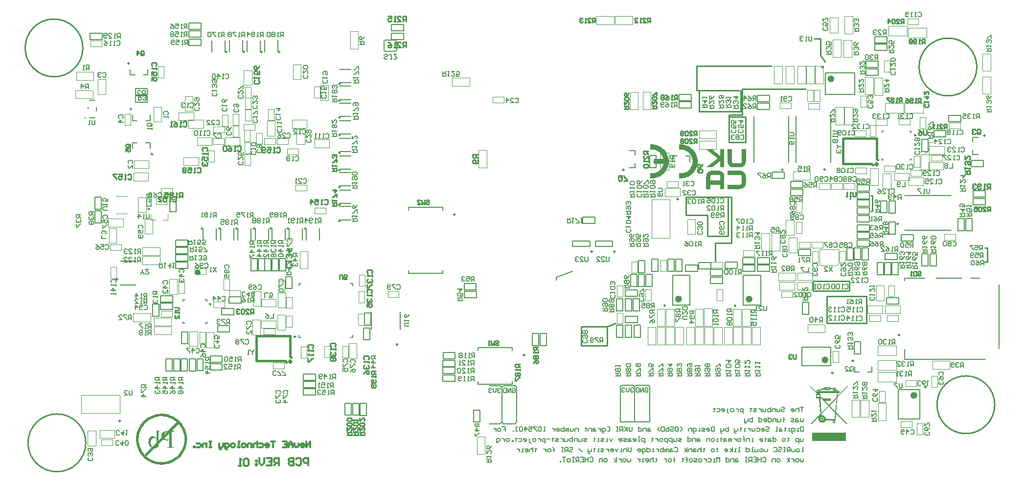
<source format=gbo>
G04*
G04 #@! TF.GenerationSoftware,Altium Limited,Altium Designer,24.10.1 (45)*
G04*
G04 Layer_Color=37055*
%FSLAX44Y44*%
%MOMM*%
G71*
G04*
G04 #@! TF.SameCoordinates,27A3F056-0A2A-4086-B210-4B902CB04D7F*
G04*
G04*
G04 #@! TF.FilePolarity,Positive*
G04*
G01*
G75*
%ADD10C,0.2500*%
%ADD11C,0.2000*%
%ADD12C,0.4000*%
%ADD13C,0.2540*%
%ADD14C,0.1000*%
%ADD17C,0.1270*%
%ADD18C,0.2032*%
%ADD144C,0.3048*%
%ADD145C,0.5080*%
%ADD223C,0.5000*%
%ADD257C,0.1016*%
%ADD258C,0.6000*%
%ADD259C,0.1200*%
G36*
X926366Y-176463D02*
X925635D01*
Y-176646D01*
X924903D01*
Y-176828D01*
X924538D01*
Y-177011D01*
X924172D01*
Y-177194D01*
X923623D01*
Y-177377D01*
X923440D01*
Y-177560D01*
X923075D01*
Y-177743D01*
X922709D01*
Y-177926D01*
X922526D01*
Y-178109D01*
X922343D01*
Y-178291D01*
X921977D01*
Y-178474D01*
X921794D01*
Y-178657D01*
X921611D01*
Y-178840D01*
X921246D01*
Y-179206D01*
X921063D01*
Y-179389D01*
X920880D01*
Y-179572D01*
X920697D01*
Y-179755D01*
X920514D01*
Y-179937D01*
X920331D01*
Y-180120D01*
X920148D01*
Y-180486D01*
X919966D01*
Y-180669D01*
X919783D01*
Y-181035D01*
X919600D01*
Y-181401D01*
X919417D01*
Y-181583D01*
X919234D01*
Y-181949D01*
X919051D01*
Y-182498D01*
X918868D01*
Y-182864D01*
X918685D01*
Y-183412D01*
X918503D01*
Y-184327D01*
X918320D01*
Y-185790D01*
X918137D01*
Y-207735D01*
X925452D01*
Y-200603D01*
X942460D01*
Y-207735D01*
X949592D01*
Y-184327D01*
X949409D01*
Y-183595D01*
X949226D01*
Y-183046D01*
X949044D01*
Y-182498D01*
X948861D01*
Y-182132D01*
X948678D01*
Y-181583D01*
X948495D01*
Y-181401D01*
X948312D01*
Y-181035D01*
X948129D01*
Y-180669D01*
X947946D01*
Y-180486D01*
X947763D01*
Y-180303D01*
X947580D01*
Y-179937D01*
X947398D01*
Y-179755D01*
X947215D01*
Y-179572D01*
X947032D01*
Y-179389D01*
X946849D01*
Y-179206D01*
X946666D01*
Y-179023D01*
X946483D01*
Y-178840D01*
X946300D01*
Y-178657D01*
X946117D01*
Y-178474D01*
X945935D01*
Y-178291D01*
X945569D01*
Y-178109D01*
X945386D01*
Y-177926D01*
X945203D01*
Y-177743D01*
X944837D01*
Y-177560D01*
X944472D01*
Y-177377D01*
X944289D01*
Y-177194D01*
X943740D01*
Y-177011D01*
X943374D01*
Y-176828D01*
X942826D01*
Y-176646D01*
X942277D01*
Y-176463D01*
X941545D01*
Y-176280D01*
X926366D01*
Y-176463D01*
D02*
G37*
G36*
X949592Y-147751D02*
Y-138972D01*
X942460D01*
Y-150311D01*
X942094D01*
Y-150128D01*
X941911D01*
Y-149945D01*
X941728D01*
Y-149762D01*
X941545D01*
Y-149579D01*
X941363D01*
Y-149396D01*
X940997D01*
Y-149214D01*
X940814D01*
Y-149031D01*
X940631D01*
Y-148848D01*
X940448D01*
Y-148665D01*
X940082D01*
Y-148482D01*
X939900D01*
Y-148299D01*
X939717D01*
Y-148116D01*
X939351D01*
Y-147934D01*
X939168D01*
Y-147751D01*
X938985D01*
Y-147568D01*
X938802D01*
Y-147385D01*
X938619D01*
Y-147202D01*
X938254D01*
Y-147019D01*
X938071D01*
Y-146836D01*
X937888D01*
Y-146653D01*
X937705D01*
Y-146470D01*
X937339D01*
Y-146287D01*
X937156D01*
Y-146105D01*
X936973D01*
Y-145922D01*
X936608D01*
Y-145739D01*
X936425D01*
Y-145556D01*
X936242D01*
Y-145373D01*
X936059D01*
Y-145190D01*
X935876D01*
Y-145007D01*
X935510D01*
Y-144824D01*
X935328D01*
Y-144642D01*
X935145D01*
Y-144459D01*
X934962D01*
Y-144276D01*
X934596D01*
Y-144093D01*
X934413D01*
Y-143910D01*
X934230D01*
Y-143727D01*
X933865D01*
Y-143544D01*
X933682D01*
Y-143362D01*
X933499D01*
Y-143179D01*
X933316D01*
Y-142996D01*
X933133D01*
Y-142813D01*
X932767D01*
Y-142630D01*
X932584D01*
Y-142447D01*
X932401D01*
Y-142264D01*
X932219D01*
Y-142081D01*
X931853D01*
Y-141898D01*
X931670D01*
Y-141715D01*
X931487D01*
Y-141533D01*
X931121D01*
Y-141350D01*
X930938D01*
Y-141167D01*
X930755D01*
Y-140984D01*
X930573D01*
Y-140801D01*
X930390D01*
Y-140618D01*
X930024D01*
Y-140435D01*
X929841D01*
Y-140253D01*
X929658D01*
Y-140070D01*
X929475D01*
Y-139887D01*
X929110D01*
Y-139704D01*
X928927D01*
Y-139521D01*
X928744D01*
Y-139338D01*
X928378D01*
Y-139155D01*
X928195D01*
Y-138972D01*
X918320D01*
Y-139155D01*
X918503D01*
Y-139338D01*
X918685D01*
Y-139521D01*
X918868D01*
Y-139704D01*
X919051D01*
Y-139887D01*
X919417D01*
Y-140070D01*
X919600D01*
Y-140253D01*
X919783D01*
Y-140435D01*
X920148D01*
Y-140618D01*
X920331D01*
Y-140801D01*
X920514D01*
Y-140984D01*
X920697D01*
Y-141167D01*
X921063D01*
Y-141350D01*
X921246D01*
Y-141533D01*
X921429D01*
Y-141715D01*
X921794D01*
Y-141898D01*
X921977D01*
Y-142081D01*
X922160D01*
Y-142264D01*
X922343D01*
Y-142447D01*
X922709D01*
Y-142630D01*
X922892D01*
Y-142813D01*
X923075D01*
Y-142996D01*
X923257D01*
Y-143179D01*
X923623D01*
Y-143362D01*
X923806D01*
Y-143544D01*
X923989D01*
Y-143727D01*
X924355D01*
Y-143910D01*
X924538D01*
Y-144093D01*
X924721D01*
Y-144276D01*
X924903D01*
Y-144459D01*
X925269D01*
Y-144642D01*
X925452D01*
Y-144824D01*
X925635D01*
Y-145007D01*
X925818D01*
Y-145190D01*
X926183D01*
Y-145373D01*
X926366D01*
Y-145556D01*
X926549D01*
Y-145739D01*
X926732D01*
Y-145922D01*
X927098D01*
Y-146105D01*
X927281D01*
Y-146287D01*
X927464D01*
Y-146470D01*
X927829D01*
Y-146653D01*
X928012D01*
Y-146836D01*
X928195D01*
Y-147019D01*
X928378D01*
Y-147202D01*
X928744D01*
Y-147385D01*
X928927D01*
Y-147568D01*
X929110D01*
Y-147751D01*
X929475D01*
Y-147934D01*
X929658D01*
Y-148116D01*
X929841D01*
Y-148299D01*
X930024D01*
Y-148482D01*
X930390D01*
Y-148665D01*
X930573D01*
Y-148848D01*
X930755D01*
Y-149031D01*
X930938D01*
Y-149214D01*
X931304D01*
Y-149396D01*
X931487D01*
Y-149579D01*
X931670D01*
Y-149762D01*
X932036D01*
Y-149945D01*
X932219D01*
Y-150128D01*
X932401D01*
Y-150311D01*
X932584D01*
Y-150494D01*
X932950D01*
Y-150677D01*
X933133D01*
Y-150859D01*
X933316D01*
Y-151042D01*
X933499D01*
Y-151225D01*
X933865D01*
Y-151408D01*
X934047D01*
Y-151591D01*
X934230D01*
Y-151774D01*
X934413D01*
Y-151957D01*
X934779D01*
Y-152140D01*
X934962D01*
Y-152323D01*
X935145D01*
Y-152506D01*
X935510D01*
Y-152688D01*
X935693D01*
Y-152871D01*
X935876D01*
Y-153054D01*
X936059D01*
Y-153237D01*
X936425D01*
Y-153420D01*
X936608D01*
Y-153603D01*
X936791D01*
Y-153786D01*
X937156D01*
Y-153968D01*
X937339D01*
Y-154151D01*
X937522D01*
Y-154334D01*
X937705D01*
Y-154517D01*
X938071D01*
Y-154700D01*
X938254D01*
Y-154883D01*
X937888D01*
Y-155066D01*
X937705D01*
Y-155249D01*
X937522D01*
Y-155431D01*
X937339D01*
Y-155614D01*
X936973D01*
Y-155797D01*
X936791D01*
Y-155980D01*
X936608D01*
Y-156163D01*
X936425D01*
Y-156346D01*
X936059D01*
Y-156529D01*
X935876D01*
Y-156712D01*
X935693D01*
Y-156895D01*
X935328D01*
Y-157078D01*
X935145D01*
Y-157260D01*
X934962D01*
Y-157443D01*
X934779D01*
Y-157626D01*
X934413D01*
Y-157809D01*
X934230D01*
Y-157992D01*
X934047D01*
Y-158175D01*
X933865D01*
Y-158358D01*
X933499D01*
Y-158540D01*
X933316D01*
Y-158723D01*
X933133D01*
Y-158906D01*
X932767D01*
Y-159089D01*
X932584D01*
Y-159272D01*
X932401D01*
Y-159455D01*
X932219D01*
Y-159638D01*
X931853D01*
Y-159821D01*
X931670D01*
Y-160004D01*
X931487D01*
Y-160186D01*
X931121D01*
Y-160369D01*
X930938D01*
Y-160552D01*
X930755D01*
Y-160735D01*
X930573D01*
Y-160918D01*
X930207D01*
Y-161101D01*
X930024D01*
Y-161284D01*
X929841D01*
Y-161467D01*
X929658D01*
Y-161649D01*
X929293D01*
Y-161832D01*
X929110D01*
Y-162015D01*
X928927D01*
Y-162198D01*
X928744D01*
Y-162381D01*
X928378D01*
Y-162564D01*
X928195D01*
Y-162747D01*
X928012D01*
Y-162930D01*
X927647D01*
Y-163113D01*
X927464D01*
Y-163295D01*
X927281D01*
Y-163478D01*
X927098D01*
Y-163661D01*
X926732D01*
Y-163844D01*
X926549D01*
Y-164027D01*
X926366D01*
Y-164210D01*
X926183D01*
Y-164393D01*
X925818D01*
Y-164576D01*
X925635D01*
Y-164758D01*
X925452D01*
Y-164941D01*
X925086D01*
Y-165124D01*
X924903D01*
Y-165307D01*
X924721D01*
Y-165490D01*
X924538D01*
Y-165673D01*
X924172D01*
Y-165856D01*
X923989D01*
Y-166039D01*
X923806D01*
Y-166222D01*
X923440D01*
Y-166404D01*
X923257D01*
Y-166587D01*
X923075D01*
Y-166770D01*
X922892D01*
Y-166953D01*
X922526D01*
Y-167136D01*
X922343D01*
Y-167319D01*
X922160D01*
Y-167502D01*
X921977D01*
Y-167684D01*
X921611D01*
Y-167867D01*
X921429D01*
Y-168050D01*
X921246D01*
Y-168233D01*
X921063D01*
Y-168416D01*
X920697D01*
Y-168599D01*
X920514D01*
Y-168782D01*
X920331D01*
Y-168965D01*
X919966D01*
Y-169147D01*
X919783D01*
Y-169330D01*
X919600D01*
Y-169513D01*
X919417D01*
Y-169696D01*
X919051D01*
Y-169879D01*
X918868D01*
Y-170062D01*
X918685D01*
Y-170245D01*
X918503D01*
Y-170428D01*
X928378D01*
Y-170245D01*
X928561D01*
Y-170062D01*
X928927D01*
Y-169879D01*
X929110D01*
Y-169696D01*
X929293D01*
Y-169513D01*
X929658D01*
Y-169330D01*
X929841D01*
Y-169147D01*
X930024D01*
Y-168965D01*
X930207D01*
Y-168782D01*
X930573D01*
Y-168599D01*
X930755D01*
Y-168416D01*
X930938D01*
Y-168233D01*
X931121D01*
Y-168050D01*
X931304D01*
Y-167867D01*
X931670D01*
Y-167684D01*
X931853D01*
Y-167502D01*
X932036D01*
Y-167319D01*
X932401D01*
Y-167136D01*
X932584D01*
Y-166953D01*
X932767D01*
Y-166770D01*
X932950D01*
Y-166587D01*
X933316D01*
Y-166404D01*
X933499D01*
Y-166222D01*
X933682D01*
Y-166039D01*
X933865D01*
Y-165856D01*
X934047D01*
Y-165673D01*
X934413D01*
Y-165490D01*
X934596D01*
Y-165307D01*
X934779D01*
Y-165124D01*
X935145D01*
Y-164941D01*
X935328D01*
Y-164758D01*
X935510D01*
Y-164576D01*
X935693D01*
Y-164393D01*
X936059D01*
Y-164210D01*
X936242D01*
Y-164027D01*
X936425D01*
Y-163844D01*
X936608D01*
Y-163661D01*
X936791D01*
Y-163478D01*
X937156D01*
Y-163295D01*
X937339D01*
Y-163113D01*
X937522D01*
Y-162930D01*
X937888D01*
Y-162747D01*
X938071D01*
Y-162564D01*
X938254D01*
Y-162381D01*
X938437D01*
Y-162198D01*
X938802D01*
Y-162015D01*
X938985D01*
Y-161832D01*
X939168D01*
Y-161649D01*
X939351D01*
Y-161467D01*
X939534D01*
Y-161284D01*
X939900D01*
Y-161101D01*
X940082D01*
Y-160918D01*
X940265D01*
Y-160735D01*
X940631D01*
Y-160552D01*
X940814D01*
Y-160369D01*
X940997D01*
Y-160186D01*
X941180D01*
Y-160004D01*
X941545D01*
Y-159821D01*
X941728D01*
Y-159638D01*
X941911D01*
Y-159455D01*
X942094D01*
Y-159272D01*
X942277D01*
Y-159089D01*
X942460D01*
Y-170428D01*
X949592D01*
Y-147934D01*
Y-147751D01*
D02*
G37*
G36*
X958005Y-207735D02*
X977390D01*
Y-207552D01*
X978670D01*
Y-207369D01*
X979585D01*
Y-207187D01*
X980133D01*
Y-207004D01*
X980499D01*
Y-206821D01*
X981048D01*
Y-206638D01*
X981413D01*
Y-206455D01*
X981779D01*
Y-206272D01*
X982145D01*
Y-206089D01*
X982328D01*
Y-205906D01*
X982511D01*
Y-205723D01*
X982876D01*
Y-205541D01*
X983059D01*
Y-205358D01*
X983242D01*
Y-205175D01*
X983608D01*
Y-204992D01*
X983791D01*
Y-204626D01*
X984156D01*
Y-204443D01*
X984339D01*
Y-204078D01*
X984522D01*
Y-203895D01*
X984705D01*
Y-203712D01*
X984888D01*
Y-203346D01*
X985071D01*
Y-203163D01*
X985254D01*
Y-202980D01*
X985437D01*
Y-202615D01*
X985620D01*
Y-202249D01*
X985802D01*
Y-201883D01*
X985985D01*
Y-201334D01*
X986168D01*
Y-200969D01*
X986351D01*
Y-200420D01*
X986534D01*
Y-199506D01*
X986717D01*
Y-198225D01*
X986900D01*
Y-185790D01*
X986717D01*
Y-184327D01*
X986534D01*
Y-183412D01*
X986351D01*
Y-182864D01*
X986168D01*
Y-182498D01*
X985985D01*
Y-181949D01*
X985802D01*
Y-181583D01*
X985620D01*
Y-181401D01*
X985437D01*
Y-181035D01*
X985254D01*
Y-180669D01*
X985071D01*
Y-180486D01*
X984888D01*
Y-180120D01*
X984705D01*
Y-179937D01*
X984522D01*
Y-179755D01*
X984339D01*
Y-179572D01*
X984156D01*
Y-179389D01*
X983974D01*
Y-179206D01*
X983791D01*
Y-178840D01*
X983425D01*
Y-178657D01*
X983242D01*
Y-178474D01*
X983059D01*
Y-178291D01*
X982693D01*
Y-178109D01*
X982511D01*
Y-177926D01*
X982328D01*
Y-177743D01*
X981962D01*
Y-177560D01*
X981596D01*
Y-177377D01*
X981413D01*
Y-177194D01*
X980865D01*
Y-177011D01*
X980499D01*
Y-176828D01*
X980133D01*
Y-176646D01*
X979402D01*
Y-176463D01*
X978670D01*
Y-176280D01*
X955444D01*
Y-183412D01*
X977756D01*
Y-183595D01*
X978121D01*
Y-183778D01*
X978487D01*
Y-183961D01*
X978670D01*
Y-184144D01*
X978853D01*
Y-184327D01*
X979036D01*
Y-184510D01*
X979219D01*
Y-184875D01*
X979402D01*
Y-185241D01*
X979585D01*
Y-198591D01*
X979402D01*
Y-198957D01*
X979219D01*
Y-199323D01*
X979036D01*
Y-199506D01*
X978853D01*
Y-199688D01*
X978670D01*
Y-199871D01*
X978487D01*
Y-200054D01*
X978121D01*
Y-200237D01*
X977756D01*
Y-200420D01*
X955444D01*
Y-207735D01*
X957822D01*
X958005D01*
D02*
G37*
G36*
X962577Y-153420D02*
Y-138972D01*
X955444D01*
Y-162381D01*
X955627D01*
Y-163113D01*
X955810D01*
Y-163661D01*
X955993D01*
Y-164210D01*
X956176D01*
Y-164576D01*
X956359D01*
Y-165124D01*
X956542D01*
Y-165307D01*
X956724D01*
Y-165673D01*
X956907D01*
Y-166039D01*
X957090D01*
Y-166222D01*
X957273D01*
Y-166404D01*
X957456D01*
Y-166770D01*
X957639D01*
Y-166953D01*
X957822D01*
Y-167136D01*
X958005D01*
Y-167319D01*
X958187D01*
Y-167502D01*
X958370D01*
Y-167684D01*
X958553D01*
Y-167867D01*
X958736D01*
Y-168050D01*
X958919D01*
Y-168233D01*
X959102D01*
Y-168416D01*
X959468D01*
Y-168599D01*
X959651D01*
Y-168782D01*
X959833D01*
Y-168965D01*
X960199D01*
Y-169147D01*
X960565D01*
Y-169330D01*
X960748D01*
Y-169513D01*
X961296D01*
Y-169696D01*
X961662D01*
Y-169879D01*
X962211D01*
Y-170062D01*
X962759D01*
Y-170245D01*
X963491D01*
Y-170428D01*
X978670D01*
Y-170245D01*
X979402D01*
Y-170062D01*
X980133D01*
Y-169879D01*
X980499D01*
Y-169696D01*
X980865D01*
Y-169513D01*
X981413D01*
Y-169330D01*
X981596D01*
Y-169147D01*
X981962D01*
Y-168965D01*
X982328D01*
Y-168782D01*
X982511D01*
Y-168599D01*
X982693D01*
Y-168416D01*
X983059D01*
Y-168233D01*
X983242D01*
Y-168050D01*
X983425D01*
Y-167867D01*
X983791D01*
Y-167502D01*
X983974D01*
Y-167319D01*
X984156D01*
Y-167136D01*
X984339D01*
Y-166953D01*
X984522D01*
Y-166770D01*
X984705D01*
Y-166587D01*
X984888D01*
Y-166222D01*
X985071D01*
Y-166039D01*
X985254D01*
Y-165673D01*
X985437D01*
Y-165307D01*
X985620D01*
Y-165124D01*
X985802D01*
Y-164758D01*
X985985D01*
Y-164210D01*
X986168D01*
Y-163844D01*
X986351D01*
Y-163295D01*
X986534D01*
Y-162381D01*
X986717D01*
Y-160918D01*
X986900D01*
Y-138972D01*
X979585D01*
Y-161467D01*
X979402D01*
Y-161832D01*
X979219D01*
Y-162198D01*
X979036D01*
Y-162381D01*
X978853D01*
Y-162564D01*
X978670D01*
Y-162747D01*
X978487D01*
Y-162930D01*
X978121D01*
Y-163113D01*
X977756D01*
Y-163295D01*
X964588D01*
Y-163113D01*
X964040D01*
Y-162930D01*
X963674D01*
Y-162747D01*
X963491D01*
Y-162564D01*
X963308D01*
Y-162381D01*
X963125D01*
Y-162198D01*
X962942D01*
Y-161832D01*
X962759D01*
Y-161284D01*
X962577D01*
Y-153603D01*
Y-153420D01*
D02*
G37*
G36*
X876349Y-130532D02*
X878564Y-130818D01*
X880563Y-131247D01*
X882563Y-131818D01*
X884349Y-132461D01*
X886135Y-133175D01*
X887706Y-133961D01*
X889134Y-134747D01*
X890420Y-135604D01*
X891634Y-136389D01*
X892634Y-137104D01*
X893420Y-137746D01*
X894134Y-138318D01*
X894563Y-138746D01*
X894920Y-139032D01*
X894991Y-139103D01*
X896491Y-140746D01*
X897848Y-142460D01*
X898991Y-144174D01*
X899991Y-145960D01*
X900848Y-147746D01*
X901491Y-149460D01*
X902062Y-151103D01*
X902562Y-152674D01*
X902919Y-154174D01*
X903205Y-155603D01*
X903348Y-156817D01*
X903491Y-157817D01*
X903562Y-158674D01*
X903634Y-159317D01*
Y-159745D01*
Y-159817D01*
Y-159888D01*
X903562Y-162102D01*
X903277Y-164316D01*
X902848Y-166316D01*
X902277Y-168316D01*
X901634Y-170102D01*
X900919Y-171887D01*
X900134Y-173459D01*
X899277Y-174887D01*
X898491Y-176173D01*
X897705Y-177387D01*
X896991Y-178387D01*
X896348Y-179173D01*
X895777Y-179887D01*
X895348Y-180315D01*
X895063Y-180673D01*
X894991Y-180744D01*
X893348Y-182244D01*
X891634Y-183601D01*
X889849Y-184744D01*
X888063Y-185744D01*
X886349Y-186601D01*
X884563Y-187244D01*
X882921Y-187815D01*
X881349Y-188315D01*
X879849Y-188672D01*
X878421Y-188958D01*
X877206Y-189101D01*
X876207Y-189244D01*
X875349Y-189315D01*
X874707Y-189386D01*
X873064D01*
X872064Y-189315D01*
X871707D01*
X871421Y-189244D01*
X871135D01*
Y-180315D01*
X872207Y-180458D01*
X873135Y-180530D01*
X874135D01*
X875707Y-180458D01*
X877206Y-180244D01*
X878635Y-179958D01*
X880063Y-179601D01*
X881349Y-179101D01*
X882563Y-178601D01*
X883635Y-178101D01*
X884635Y-177530D01*
X885563Y-176959D01*
X886420Y-176458D01*
X887134Y-175887D01*
X887706Y-175459D01*
X888135Y-175102D01*
X888492Y-174816D01*
X888706Y-174601D01*
X888777Y-174530D01*
X889849Y-173387D01*
X890777Y-172173D01*
X891563Y-170887D01*
X892277Y-169673D01*
X892849Y-168459D01*
X893277Y-167245D01*
X893706Y-166031D01*
X893991Y-164959D01*
X894277Y-163888D01*
X894491Y-162888D01*
X894563Y-162031D01*
X894706Y-161317D01*
Y-160745D01*
X894777Y-160245D01*
Y-159959D01*
Y-159888D01*
X894706Y-158317D01*
X894491Y-156817D01*
X894206Y-155388D01*
X893848Y-154031D01*
X893348Y-152746D01*
X892849Y-151531D01*
X892348Y-150460D01*
X891777Y-149389D01*
X891206Y-148532D01*
X890706Y-147674D01*
X890134Y-146960D01*
X889706Y-146389D01*
X889349Y-145960D01*
X889063Y-145603D01*
X888849Y-145389D01*
X888777Y-145317D01*
X887635Y-144246D01*
X886420Y-143317D01*
X885135Y-142532D01*
X883920Y-141818D01*
X882706Y-141246D01*
X881492Y-140746D01*
X880278Y-140318D01*
X879206Y-140032D01*
X878135Y-139746D01*
X877135Y-139532D01*
X876278Y-139460D01*
X875564Y-139318D01*
X874992D01*
X874492Y-139246D01*
X873064D01*
X872064Y-139318D01*
X871707Y-139389D01*
X871421D01*
X871207Y-139460D01*
X871135D01*
X871207Y-130532D01*
X872207Y-130461D01*
X874135D01*
X876349Y-130532D01*
D02*
G37*
G36*
X826209Y-130532D02*
X828423Y-130818D01*
X830423Y-131247D01*
X832423Y-131818D01*
X834209Y-132461D01*
X835994Y-133175D01*
X837566Y-133961D01*
X838994Y-134747D01*
X840280Y-135604D01*
X841494Y-136389D01*
X842494Y-137104D01*
X843280Y-137746D01*
X843994Y-138318D01*
X844423Y-138746D01*
X844780Y-139032D01*
X844851Y-139103D01*
X846351Y-140746D01*
X847708Y-142460D01*
X848851Y-144174D01*
X849851Y-145960D01*
X850708Y-147746D01*
X851351Y-149460D01*
X851922Y-151103D01*
X852422Y-152674D01*
X852779Y-154174D01*
X853065Y-155603D01*
X853208Y-156817D01*
X853351Y-157817D01*
X853422Y-158674D01*
X853493Y-159317D01*
Y-159745D01*
Y-159817D01*
Y-159888D01*
X853422Y-162102D01*
X853136Y-164316D01*
X852708Y-166316D01*
X852136Y-168316D01*
X851494Y-170102D01*
X850779Y-171887D01*
X849994Y-173459D01*
X849137Y-174887D01*
X848351Y-176173D01*
X847565Y-177387D01*
X846851Y-178387D01*
X846208Y-179173D01*
X845637Y-179887D01*
X845208Y-180315D01*
X844922Y-180673D01*
X844851Y-180744D01*
X843208Y-182244D01*
X841494Y-183601D01*
X839708Y-184744D01*
X837923Y-185744D01*
X836209Y-186601D01*
X834423Y-187244D01*
X832780Y-187815D01*
X831209Y-188315D01*
X829709Y-188672D01*
X828280Y-188958D01*
X827066Y-189101D01*
X826066Y-189244D01*
X825209Y-189315D01*
X824566Y-189387D01*
X822924D01*
X821995Y-189315D01*
X821567D01*
X821281Y-189244D01*
X821067D01*
Y-180387D01*
X822066Y-180458D01*
X823066Y-180530D01*
X823995D01*
X825352Y-180458D01*
X826638Y-180315D01*
X827923Y-180101D01*
X829066Y-179816D01*
X830209Y-179458D01*
X831280Y-179101D01*
X832280Y-178673D01*
X833209Y-178244D01*
X833995Y-177887D01*
X834780Y-177458D01*
X835423Y-177101D01*
X835923Y-176744D01*
X836351Y-176458D01*
X836637Y-176244D01*
X836852Y-176101D01*
X836923Y-176030D01*
X837923Y-175173D01*
X838851Y-174244D01*
X839708Y-173244D01*
X840423Y-172244D01*
X841066Y-171316D01*
X841708Y-170316D01*
X842208Y-169387D01*
X842637Y-168459D01*
X842994Y-167602D01*
X843351Y-166816D01*
X843565Y-166102D01*
X843780Y-165531D01*
X843923Y-165031D01*
X844065Y-164602D01*
X844137Y-164388D01*
Y-164316D01*
X826923Y-164316D01*
Y-155460D01*
X844137Y-155460D01*
X843780Y-154174D01*
X843422Y-152888D01*
X842923Y-151746D01*
X842351Y-150603D01*
X841780Y-149603D01*
X841208Y-148603D01*
X840637Y-147746D01*
X839994Y-146960D01*
X839423Y-146246D01*
X838851Y-145603D01*
X838351Y-145103D01*
X837923Y-144603D01*
X837494Y-144246D01*
X837209Y-144032D01*
X837066Y-143889D01*
X836994Y-143817D01*
X835923Y-143032D01*
X834780Y-142317D01*
X833637Y-141675D01*
X832566Y-141175D01*
X831423Y-140746D01*
X830352Y-140389D01*
X828352Y-139818D01*
X827423Y-139603D01*
X826566Y-139460D01*
X825852Y-139389D01*
X825209Y-139318D01*
X824709Y-139246D01*
X822924D01*
X821995Y-139318D01*
X821567Y-139389D01*
X821281D01*
X821138Y-139460D01*
X821067D01*
Y-130532D01*
X822209Y-130461D01*
X823995D01*
X826209Y-130532D01*
D02*
G37*
G36*
X1163600Y-549711D02*
X1145672Y-568353D01*
X1145172Y-573424D01*
X1144030Y-585566D01*
X1143101Y-594423D01*
X1162314Y-614136D01*
X1161029Y-615422D01*
X1143030Y-596851D01*
X1141887Y-608208D01*
X1141387D01*
Y-612565D01*
X1137316D01*
Y-608208D01*
X1124888D01*
X1124459Y-609136D01*
X1123888Y-609922D01*
X1122959Y-610922D01*
X1121745Y-611707D01*
X1120459Y-612136D01*
X1119174Y-612279D01*
X1117817Y-612207D01*
X1116888Y-611922D01*
X1115817Y-611493D01*
X1114888Y-610922D01*
X1114103Y-610207D01*
X1113388Y-609136D01*
X1112817Y-607922D01*
X1112531Y-606779D01*
X1112388Y-605922D01*
X1112531Y-604851D01*
X1112674Y-603922D01*
X1112960Y-603136D01*
X1113460Y-602279D01*
X1114031Y-601494D01*
X1114745Y-600851D01*
X1115531Y-600280D01*
X1116317Y-599922D01*
X1116174Y-598994D01*
X1100318Y-615422D01*
X1099032Y-614064D01*
X1116031Y-596494D01*
X1114603Y-581209D01*
X1113674Y-570067D01*
X1108603D01*
Y-562924D01*
X1109960D01*
X1097104Y-549711D01*
X1098389Y-548425D01*
X1110531Y-560924D01*
Y-559996D01*
X1110246Y-559782D01*
X1109960Y-559639D01*
X1109603Y-559282D01*
X1109317Y-558853D01*
X1109103Y-558425D01*
X1108960Y-557996D01*
X1108889Y-557496D01*
X1109031Y-556782D01*
X1109174Y-556425D01*
X1109674Y-555710D01*
X1110174Y-555210D01*
X1110889Y-554925D01*
X1111603Y-554782D01*
X1112317Y-554853D01*
X1112960Y-555139D01*
X1113531Y-555496D01*
X1113745Y-555782D01*
X1114245Y-555353D01*
X1115031Y-554853D01*
X1116031Y-554353D01*
X1117388Y-553853D01*
X1118888Y-553425D01*
X1120388Y-553068D01*
X1121888Y-552853D01*
X1123174Y-552639D01*
Y-551068D01*
X1133316D01*
Y-552425D01*
X1134173D01*
X1135459Y-552568D01*
X1136816Y-552782D01*
X1138173Y-552996D01*
Y-552139D01*
X1142601D01*
Y-554211D01*
X1143101Y-554425D01*
X1143815Y-554782D01*
X1144529Y-555282D01*
X1145244Y-555710D01*
X1145815Y-556210D01*
X1146172Y-556567D01*
X1146529Y-556925D01*
X1146672Y-557353D01*
X1146601Y-558067D01*
X1149172D01*
Y-561353D01*
X1146315D01*
X1145887Y-565496D01*
X1162314Y-548425D01*
X1163600Y-549711D01*
D02*
G37*
G36*
X1159743Y-629992D02*
Y-630278D01*
Y-630635D01*
Y-631064D01*
Y-631492D01*
Y-631849D01*
Y-632135D01*
Y-632206D01*
Y-633921D01*
Y-634778D01*
Y-635563D01*
Y-636206D01*
Y-636778D01*
Y-637063D01*
Y-637206D01*
Y-638206D01*
Y-639135D01*
Y-639992D01*
Y-640706D01*
Y-641349D01*
Y-641777D01*
Y-642134D01*
Y-642206D01*
Y-642920D01*
Y-643492D01*
Y-643849D01*
Y-644134D01*
Y-644277D01*
Y-644349D01*
Y-644420D01*
X1101889D01*
Y-644349D01*
Y-644063D01*
Y-643706D01*
Y-643277D01*
Y-642920D01*
Y-642563D01*
Y-642277D01*
Y-642206D01*
Y-640492D01*
Y-639635D01*
Y-638849D01*
Y-638206D01*
Y-637635D01*
Y-637349D01*
Y-637206D01*
Y-636206D01*
Y-635278D01*
Y-634421D01*
Y-633706D01*
Y-633064D01*
Y-632635D01*
Y-632278D01*
Y-632206D01*
Y-631421D01*
Y-630849D01*
Y-630492D01*
Y-630206D01*
Y-630064D01*
Y-629921D01*
X1159743D01*
Y-629992D01*
D02*
G37*
G36*
X-20855Y-596934D02*
X-17570Y-597363D01*
X-14498Y-598005D01*
X-11570Y-598791D01*
X-8856Y-599791D01*
X-6284Y-600934D01*
X-3856Y-602077D01*
X-1713Y-603291D01*
X287Y-604505D01*
X2001Y-605648D01*
X3501Y-606791D01*
X4787Y-607791D01*
X5786Y-608576D01*
X6501Y-609219D01*
X6715Y-609433D01*
X6929Y-609648D01*
X7001Y-609719D01*
X7072Y-609790D01*
X8215Y-611005D01*
X9358Y-612290D01*
X11358Y-614862D01*
X13072Y-617504D01*
X14572Y-620147D01*
X15786Y-622790D01*
X16857Y-625361D01*
X17714Y-627861D01*
X18357Y-630289D01*
X18929Y-632504D01*
X19286Y-634575D01*
X19571Y-636432D01*
X19714Y-637218D01*
X19786Y-638003D01*
X19857Y-638717D01*
X19929Y-639289D01*
Y-639789D01*
X20000Y-640289D01*
Y-640575D01*
Y-640860D01*
Y-641003D01*
Y-641075D01*
X19929Y-642789D01*
X19857Y-644432D01*
X19429Y-647646D01*
X18786Y-650717D01*
X18000Y-653645D01*
X17000Y-656431D01*
X15929Y-659002D01*
X14715Y-661359D01*
X13500Y-663573D01*
X12358Y-665573D01*
X11143Y-667287D01*
X10072Y-668787D01*
X9072Y-670073D01*
X8286Y-671002D01*
X7643Y-671787D01*
X7358Y-672001D01*
X7215Y-672216D01*
X7072Y-672287D01*
Y-672359D01*
X5858Y-673501D01*
X4572Y-674644D01*
X2001Y-676644D01*
X-642Y-678358D01*
X-3284Y-679858D01*
X-5927Y-681072D01*
X-8498Y-682144D01*
X-10998Y-683001D01*
X-13427Y-683644D01*
X-15641Y-684215D01*
X-17712Y-684572D01*
X-19569Y-684858D01*
X-20355Y-685001D01*
X-21141Y-685072D01*
X-21855Y-685144D01*
X-22426Y-685215D01*
X-22926D01*
X-23426Y-685286D01*
X-24212D01*
X-25926Y-685215D01*
X-27569Y-685144D01*
X-30854Y-684715D01*
X-33926Y-684072D01*
X-36854Y-683287D01*
X-39568Y-682287D01*
X-42211Y-681215D01*
X-44568Y-680001D01*
X-46711Y-678787D01*
X-48711Y-677644D01*
X-50425Y-676430D01*
X-51925Y-675358D01*
X-53210Y-674359D01*
X-54210Y-673573D01*
X-54925Y-672930D01*
X-55139Y-672644D01*
X-55353Y-672502D01*
X-55496Y-672359D01*
X-56710Y-671144D01*
X-57782Y-669859D01*
X-58853Y-668573D01*
X-59781Y-667288D01*
X-61496Y-664645D01*
X-62996Y-662002D01*
X-64281Y-659359D01*
X-65353Y-656717D01*
X-66210Y-654217D01*
X-66852Y-651860D01*
X-67424Y-649574D01*
X-67781Y-647574D01*
X-68067Y-645717D01*
X-68210Y-644860D01*
X-68281Y-644146D01*
X-68352Y-643432D01*
X-68424Y-642860D01*
Y-642289D01*
X-68495Y-641860D01*
Y-641503D01*
Y-641289D01*
Y-641146D01*
Y-641075D01*
Y-639360D01*
X-68352Y-637718D01*
X-67924Y-634432D01*
X-67281Y-631361D01*
X-66495Y-628432D01*
X-65496Y-625718D01*
X-64353Y-623075D01*
X-63210Y-620718D01*
X-61996Y-618576D01*
X-60781Y-616576D01*
X-59639Y-614862D01*
X-58496Y-613362D01*
X-57496Y-612076D01*
X-56710Y-611076D01*
X-56067Y-610362D01*
X-55853Y-610148D01*
X-55639Y-609933D01*
X-55567Y-609790D01*
X-55496D01*
X-54282Y-608576D01*
X-52996Y-607505D01*
X-51711Y-606433D01*
X-50425Y-605505D01*
X-47782Y-603791D01*
X-45139Y-602291D01*
X-42497Y-601005D01*
X-39925Y-599934D01*
X-37426Y-599077D01*
X-34997Y-598434D01*
X-32783Y-597863D01*
X-30712Y-597505D01*
X-28855Y-597220D01*
X-28069Y-597077D01*
X-27283Y-597005D01*
X-26569Y-596934D01*
X-25998Y-596863D01*
X-25498D01*
X-24998Y-596791D01*
X-22498D01*
X-20855Y-596934D01*
D02*
G37*
%LPC*%
G36*
X927281Y-183412D02*
X940448D01*
Y-183595D01*
X940997D01*
Y-183778D01*
X941363D01*
Y-183961D01*
X941545D01*
Y-184144D01*
X941728D01*
Y-184327D01*
X941911D01*
Y-184510D01*
X942094D01*
Y-184875D01*
X942277D01*
Y-185424D01*
X942460D01*
Y-193288D01*
X925452D01*
Y-185241D01*
X925635D01*
Y-184875D01*
X925818D01*
Y-184510D01*
X926001D01*
Y-184327D01*
X926183D01*
Y-184144D01*
X926366D01*
Y-183961D01*
X926549D01*
Y-183778D01*
X926915D01*
Y-183595D01*
X927281D01*
Y-183412D01*
D02*
G37*
G36*
X1131459Y-552853D02*
X1125031D01*
Y-553925D01*
X1131459D01*
Y-552853D01*
D02*
G37*
G36*
X1133316Y-554353D02*
Y-555782D01*
X1123174D01*
Y-554568D01*
X1121031Y-554925D01*
X1119174Y-555353D01*
X1117602Y-555782D01*
X1116317Y-556353D01*
X1115317Y-556996D01*
X1114603Y-557639D01*
Y-558067D01*
X1138173D01*
Y-554996D01*
X1136744Y-554711D01*
X1135173Y-554496D01*
X1133316Y-554353D01*
D02*
G37*
G36*
X1140744Y-553925D02*
X1140030D01*
Y-556353D01*
X1140744D01*
Y-553925D01*
D02*
G37*
G36*
X1142601Y-556282D02*
Y-558067D01*
X1144744D01*
X1144815Y-557782D01*
X1144244Y-557282D01*
X1143601Y-556782D01*
X1142601Y-556282D01*
D02*
G37*
G36*
X1111817Y-556639D02*
X1111674D01*
X1111388Y-556710D01*
X1111174Y-556782D01*
X1110889Y-557067D01*
X1110817Y-557425D01*
Y-557496D01*
Y-557567D01*
Y-557853D01*
X1110960Y-558067D01*
X1111246Y-558282D01*
X1111531Y-558425D01*
X1111674D01*
X1111960Y-558353D01*
X1112174Y-558282D01*
X1112460Y-557996D01*
X1112603Y-557710D01*
Y-557567D01*
X1112531Y-557282D01*
X1112460Y-556996D01*
X1112103Y-556782D01*
X1111817Y-556639D01*
D02*
G37*
G36*
X1113960Y-564710D02*
X1110460D01*
Y-568210D01*
X1113960D01*
Y-564710D01*
D02*
G37*
G36*
X1131745Y-572710D02*
X1122174D01*
Y-573281D01*
X1131745D01*
Y-572710D01*
D02*
G37*
G36*
X1144458Y-561353D02*
X1114817D01*
X1114960Y-562924D01*
X1115817D01*
Y-566353D01*
X1120245Y-570853D01*
X1133530D01*
X1133530Y-575066D01*
X1124388D01*
X1130530Y-581423D01*
X1143887Y-567567D01*
X1144458Y-561353D01*
D02*
G37*
G36*
X1143601Y-570495D02*
X1131816Y-582780D01*
X1141530Y-592780D01*
X1143601Y-570495D01*
D02*
G37*
G36*
X1115817Y-568924D02*
Y-570067D01*
X1115602D01*
X1117674Y-594708D01*
X1129245Y-582780D01*
X1121745Y-575066D01*
X1120245D01*
Y-573567D01*
X1115817Y-568924D01*
D02*
G37*
G36*
X1130530Y-584066D02*
X1117888Y-597137D01*
X1118102Y-599422D01*
X1118960Y-599351D01*
X1119888Y-599422D01*
X1121031Y-599780D01*
X1122174Y-600351D01*
X1123031Y-600922D01*
X1123816Y-601637D01*
X1124531Y-602708D01*
X1125102Y-603922D01*
X1125388Y-605351D01*
X1125316Y-606351D01*
X1140244D01*
X1141315Y-595137D01*
X1130530Y-584066D01*
D02*
G37*
G36*
X1119102Y-602636D02*
X1118388D01*
X1117888Y-602779D01*
X1117102Y-603136D01*
X1116531Y-603637D01*
X1116174Y-604208D01*
X1115888Y-604779D01*
X1115817Y-605279D01*
X1115745Y-605636D01*
Y-605708D01*
Y-605779D01*
Y-606351D01*
X1115888Y-606851D01*
X1116245Y-607636D01*
X1116745Y-608208D01*
X1117317Y-608565D01*
X1117960Y-608851D01*
X1118459Y-608922D01*
X1118817Y-608993D01*
X1118960D01*
X1119531Y-608922D01*
X1119959Y-608851D01*
X1120745Y-608493D01*
X1121317Y-607993D01*
X1121674Y-607351D01*
X1121959Y-606779D01*
X1122031Y-606279D01*
X1122102Y-605922D01*
Y-605779D01*
X1122031Y-605208D01*
X1121959Y-604708D01*
X1121602Y-603994D01*
X1121102Y-603422D01*
X1120531Y-602994D01*
X1119959Y-602779D01*
X1119460Y-602708D01*
X1119102Y-602636D01*
D02*
G37*
G36*
X1139530Y-608208D02*
X1139101D01*
Y-610779D01*
X1139530D01*
Y-608208D01*
D02*
G37*
%LPD*%
G36*
X1119674Y-603708D02*
X1120174Y-603994D01*
X1120531Y-604279D01*
X1120745Y-604708D01*
X1120888Y-605065D01*
X1121031Y-605422D01*
Y-605708D01*
Y-605779D01*
X1120959Y-606493D01*
X1120674Y-606993D01*
X1120388Y-607422D01*
X1119959Y-607636D01*
X1119602Y-607779D01*
X1119245Y-607850D01*
X1119031Y-607922D01*
X1118960D01*
X1118245Y-607850D01*
X1117674Y-607565D01*
X1117317Y-607208D01*
X1117031Y-606851D01*
X1116888Y-606422D01*
X1116745Y-606136D01*
Y-605851D01*
Y-605779D01*
X1116817Y-605065D01*
X1117102Y-604565D01*
X1117460Y-604136D01*
X1117817Y-603922D01*
X1118245Y-603779D01*
X1118602Y-603637D01*
X1118960D01*
X1119674Y-603708D01*
D02*
G37*
%LPC*%
G36*
X1119102Y-605494D02*
X1118960D01*
X1118745Y-605565D01*
X1118674Y-605636D01*
X1118602Y-605708D01*
Y-605779D01*
X1118674Y-605993D01*
X1118745Y-606065D01*
X1118888Y-606136D01*
X1118960D01*
X1119102Y-606065D01*
X1119174Y-605922D01*
X1119245Y-605851D01*
Y-605779D01*
X1119174Y-605636D01*
X1119102Y-605494D01*
D02*
G37*
G36*
X2287Y-611290D02*
X2232Y-611345D01*
X3929Y-612933D01*
X2287Y-611290D01*
D02*
G37*
G36*
X-23498Y-601219D02*
X-24212D01*
X-27283Y-601362D01*
X-30140Y-601720D01*
X-32926Y-602291D01*
X-35568Y-603077D01*
X-38068Y-603934D01*
X-40354Y-604934D01*
X-42497Y-606005D01*
X-44497Y-607076D01*
X-46211Y-608148D01*
X-47782Y-609219D01*
X-49139Y-610219D01*
X-50282Y-611076D01*
X-51139Y-611862D01*
X-51853Y-612433D01*
X-52210Y-612790D01*
X-52353Y-612933D01*
X-54425Y-615147D01*
X-56210Y-617504D01*
X-57782Y-619861D01*
X-59067Y-622218D01*
X-60210Y-624647D01*
X-61139Y-626932D01*
X-61924Y-629218D01*
X-62567Y-631361D01*
X-62996Y-633361D01*
X-63353Y-635218D01*
X-63638Y-636861D01*
X-63781Y-638289D01*
X-63853Y-638932D01*
X-63924Y-639503D01*
Y-639932D01*
X-63996Y-640360D01*
Y-640646D01*
Y-640860D01*
Y-641003D01*
Y-641075D01*
X-63853Y-644074D01*
X-63496Y-647003D01*
X-62924Y-649788D01*
X-62210Y-652431D01*
X-61281Y-654859D01*
X-60282Y-657217D01*
X-59282Y-659359D01*
X-58210Y-661288D01*
X-57067Y-663073D01*
X-56067Y-664645D01*
X-55068Y-666002D01*
X-54210Y-667145D01*
X-53903Y-667480D01*
X-53925Y-667502D01*
X-53139Y-668323D01*
X-53425Y-668002D01*
X-53903Y-667480D01*
X-41711Y-655288D01*
X-42282Y-654859D01*
X-42854Y-654360D01*
X-43282Y-654074D01*
X-43354Y-653931D01*
X-43425D01*
X-44068Y-653288D01*
X-44568Y-652645D01*
X-45068Y-651931D01*
X-45425Y-651217D01*
X-46068Y-649860D01*
X-46497Y-648503D01*
X-46711Y-647289D01*
X-46854Y-646788D01*
Y-646289D01*
X-46925Y-645931D01*
Y-645646D01*
Y-645503D01*
Y-645431D01*
X-46854Y-643860D01*
X-46568Y-642432D01*
X-46211Y-641217D01*
X-45782Y-640146D01*
X-45354Y-639360D01*
X-44997Y-638789D01*
X-44711Y-638432D01*
X-44639Y-638289D01*
X-43782Y-637432D01*
X-42854Y-636789D01*
X-41997Y-636361D01*
X-41140Y-636003D01*
X-40425Y-635860D01*
X-39854Y-635789D01*
X-39497Y-635718D01*
X-39354D01*
X-38711Y-635789D01*
X-38140Y-635860D01*
X-36997Y-636361D01*
X-35926Y-637003D01*
X-34997Y-637718D01*
X-34211Y-638432D01*
X-33640Y-639075D01*
X-33283Y-639575D01*
X-33140Y-639646D01*
X-33140Y-625361D01*
X-32140D01*
X-26212Y-627789D01*
X-26569Y-628575D01*
X-27140Y-628361D01*
X-27640Y-628289D01*
X-27926Y-628218D01*
X-28069D01*
X-28426Y-628289D01*
X-28712Y-628361D01*
X-28855Y-628432D01*
X-28926Y-628504D01*
X-29140Y-628789D01*
X-29283Y-629075D01*
X-29426Y-629361D01*
Y-629504D01*
X-29497Y-629932D01*
Y-630504D01*
X-29569Y-631218D01*
Y-631932D01*
Y-632575D01*
Y-633146D01*
Y-633575D01*
Y-633646D01*
Y-633718D01*
Y-643146D01*
X-24283Y-637860D01*
X-24569Y-636861D01*
X-24712Y-635860D01*
X-24783Y-635503D01*
Y-635218D01*
Y-635003D01*
Y-634932D01*
X-24712Y-634003D01*
X-24569Y-633075D01*
X-24283Y-632289D01*
X-23998Y-631646D01*
X-23712Y-631075D01*
X-23426Y-630718D01*
X-23283Y-630432D01*
X-23212Y-630361D01*
X-22569Y-629647D01*
X-21926Y-629075D01*
X-21355Y-628647D01*
X-20712Y-628218D01*
X-20212Y-628004D01*
X-19784Y-627789D01*
X-19498Y-627647D01*
X-19426D01*
X-18498Y-627361D01*
X-17498Y-627147D01*
X-16427Y-627004D01*
X-15427Y-626861D01*
X-14570D01*
X-13855Y-626790D01*
X-13212D01*
X2232Y-611345D01*
X1715Y-610862D01*
X-642Y-609076D01*
X-2999Y-607505D01*
X-5356Y-606148D01*
X-7784Y-605005D01*
X-10070Y-604076D01*
X-12355Y-603291D01*
X-14498Y-602648D01*
X-16498Y-602219D01*
X-18355Y-601862D01*
X-19998Y-601577D01*
X-21426Y-601434D01*
X-22069Y-601362D01*
X-22641Y-601291D01*
X-23069D01*
X-23498Y-601219D01*
D02*
G37*
G36*
X-15141Y-628718D02*
X-15784Y-628932D01*
X-16355Y-629147D01*
X-16712Y-629289D01*
X-16784Y-629361D01*
X-16855D01*
X-17355Y-629718D01*
X-17784Y-630075D01*
X-18498Y-630861D01*
X-18712Y-631218D01*
X-18927Y-631504D01*
X-18998Y-631718D01*
X-19069Y-631789D01*
X-19284Y-632361D01*
X-19426Y-632789D01*
X-19569Y-633075D01*
Y-633146D01*
X-15141Y-628718D01*
D02*
G37*
G36*
X-10784Y-630647D02*
X-18998Y-638789D01*
X-18712Y-639217D01*
X-18498Y-639575D01*
X-18284Y-639789D01*
X-18212Y-639860D01*
X-17569Y-640432D01*
X-16927Y-640860D01*
X-16284Y-641146D01*
X-15641Y-641360D01*
X-15141Y-641503D01*
X-14712Y-641574D01*
X-13855D01*
X-13355Y-641503D01*
X-12927Y-641432D01*
X-12784D01*
X-12141Y-641360D01*
X-11498Y-641289D01*
X-11213Y-641217D01*
X-10998Y-641146D01*
X-10784D01*
Y-630647D01*
D02*
G37*
G36*
X-37211Y-638789D02*
X-37640D01*
X-38426Y-638860D01*
X-39140Y-639075D01*
X-39783Y-639432D01*
X-40354Y-639789D01*
X-40854Y-640217D01*
X-41211Y-640503D01*
X-41425Y-640789D01*
X-41497Y-640860D01*
X-42068Y-641646D01*
X-42497Y-642574D01*
X-42782Y-643574D01*
X-42997Y-644503D01*
X-43140Y-645360D01*
X-43211Y-646003D01*
Y-646289D01*
Y-646503D01*
Y-646574D01*
Y-646646D01*
X-43140Y-648074D01*
X-42925Y-649360D01*
X-42639Y-650431D01*
X-42354Y-651360D01*
X-42068Y-652002D01*
X-41782Y-652503D01*
X-41568Y-652860D01*
X-41497Y-652931D01*
X-41140Y-653431D01*
X-40782Y-653717D01*
X-40497Y-653931D01*
X-40425Y-654002D01*
X-33140Y-646717D01*
Y-641075D01*
X-33640Y-640575D01*
X-34069Y-640217D01*
X-34497Y-639932D01*
X-34783Y-639717D01*
X-35211Y-639432D01*
X-35354Y-639360D01*
X-36211Y-639003D01*
X-36926Y-638860D01*
X-37211Y-638789D01*
D02*
G37*
G36*
X4429Y-613433D02*
X5001Y-614147D01*
X5325Y-614537D01*
X-6927Y-626790D01*
X-2499D01*
X-2499Y-627647D01*
X-3570D01*
X-4142Y-627718D01*
X-4642Y-627789D01*
X-5070Y-627932D01*
X-5427Y-628075D01*
X-5713Y-628289D01*
X-5927Y-628432D01*
X-5999Y-628504D01*
X-6070Y-628575D01*
X-6284Y-628932D01*
X-6427Y-629361D01*
X-6499Y-629932D01*
X-6570Y-630504D01*
X-6641Y-631075D01*
Y-631575D01*
Y-631861D01*
Y-632004D01*
Y-650931D01*
Y-651788D01*
X-6570Y-652503D01*
X-6499Y-653002D01*
X-6427Y-653431D01*
X-6356Y-653717D01*
X-6284Y-653931D01*
X-6213Y-654074D01*
X-5856Y-654502D01*
X-5499Y-654788D01*
X-4999Y-655002D01*
X-4570Y-655145D01*
X-4213Y-655217D01*
X-3856Y-655288D01*
X-2499D01*
Y-656074D01*
X-14998D01*
Y-655288D01*
X-13855D01*
X-13284Y-655217D01*
X-12784Y-655145D01*
X-12355Y-655002D01*
X-11998Y-654788D01*
X-11784Y-654645D01*
X-11570Y-654502D01*
X-11498Y-654431D01*
X-11427Y-654360D01*
X-11213Y-654002D01*
X-11070Y-653503D01*
X-10927Y-652931D01*
X-10855Y-652360D01*
Y-651860D01*
X-10784Y-651360D01*
Y-651074D01*
Y-650931D01*
Y-642360D01*
X-11855Y-642574D01*
X-12284Y-642646D01*
X-12713Y-642717D01*
X-12998Y-642789D01*
X-13212Y-642860D01*
X-13427D01*
X-14355Y-642932D01*
X-15070Y-643003D01*
X-15712D01*
X-16998Y-642932D01*
X-18141Y-642789D01*
X-19141Y-642503D01*
X-19998Y-642217D01*
X-20712Y-641932D01*
X-21141Y-641646D01*
X-21498Y-641503D01*
X-21569Y-641432D01*
X-29569Y-649360D01*
Y-654217D01*
X-30926Y-655002D01*
X-31569Y-655359D01*
X-32069Y-655574D01*
X-32569Y-655788D01*
X-32926Y-655931D01*
X-33140Y-656074D01*
X-33212D01*
X-34426Y-656431D01*
X-35069Y-656502D01*
X-35568Y-656574D01*
X-36068Y-656645D01*
X-36854D01*
X-50782Y-670644D01*
X-52353Y-669145D01*
X-53139Y-668323D01*
X-52853Y-668644D01*
X-52496Y-669073D01*
X-52353Y-669216D01*
X-50139Y-671287D01*
X-47782Y-673073D01*
X-45425Y-674644D01*
X-43068Y-675930D01*
X-40640Y-677073D01*
X-38354Y-678001D01*
X-36068Y-678787D01*
X-33926Y-679430D01*
X-31926Y-679858D01*
X-30069Y-680215D01*
X-28426Y-680501D01*
X-26997Y-680644D01*
X-26355Y-680715D01*
X-25783Y-680787D01*
X-25355D01*
X-24926Y-680858D01*
X-24212D01*
X-21212Y-680715D01*
X-18284Y-680358D01*
X-15498Y-679787D01*
X-12855Y-679001D01*
X-10355Y-678144D01*
X-8070Y-677144D01*
X-5927Y-676144D01*
X-3927Y-675001D01*
X-2213Y-673930D01*
X-642Y-672930D01*
X715Y-671930D01*
X1858Y-671002D01*
X2715Y-670287D01*
X3429Y-669716D01*
X3787Y-669359D01*
X3929Y-669216D01*
X6001Y-667002D01*
X7786Y-664645D01*
X9358Y-662288D01*
X10643Y-659859D01*
X11786Y-657502D01*
X12715Y-655145D01*
X13500Y-652931D01*
X14143Y-650717D01*
X14572Y-648717D01*
X14929Y-646860D01*
X15215Y-645217D01*
X15357Y-643789D01*
X15429Y-643217D01*
X15500Y-642646D01*
Y-642217D01*
X15572Y-641789D01*
Y-641503D01*
Y-641289D01*
Y-641146D01*
Y-641075D01*
X15429Y-638003D01*
X15072Y-635146D01*
X14500Y-632361D01*
X13715Y-629718D01*
X12858Y-627218D01*
X11858Y-624933D01*
X10858Y-622790D01*
X9715Y-620790D01*
X8643Y-619076D01*
X7643Y-617504D01*
X6643Y-616147D01*
X5715Y-615005D01*
X5325Y-614537D01*
X5429Y-614433D01*
X4429Y-613433D01*
D02*
G37*
%LPD*%
D10*
X483740Y-251700D02*
G03*
X483740Y-251700I-1250J0D01*
G01*
X894378Y-170942D02*
G03*
X894378Y-170942I-1250J0D01*
G01*
X1250689Y-267950D02*
G03*
X1250689Y-267950I-1250J0D01*
G01*
X-100296Y-363814D02*
G03*
X-100296Y-363814I-1250J0D01*
G01*
X-39650Y-147334D02*
G03*
X-39650Y-147334I-1250J0D01*
G01*
X-76150Y-69264D02*
G03*
X-76150Y-69264I-1250J0D01*
G01*
X776112Y-174460D02*
G03*
X776112Y-174460I-1250J0D01*
G01*
X207820Y-463450D02*
G03*
X207820Y-463450I-1250J0D01*
G01*
X384410Y-476830D02*
G03*
X384410Y-476830I-1250J0D01*
G01*
X61220Y-407154D02*
G03*
X61220Y-407154I-1250J0D01*
G01*
X-80246Y9698D02*
G03*
X-80246Y9698I-1250J0D01*
G01*
X1298850Y-550420D02*
G03*
X1298850Y-550420I-1250J0D01*
G01*
X604200Y-495230D02*
G03*
X604200Y-495230I-1250J0D01*
G01*
X-44958Y-242270D02*
G03*
X-44958Y-242270I-1250J0D01*
G01*
X1400850Y-115170D02*
G03*
X1400850Y-115170I-1250J0D01*
G01*
X870220Y-225560D02*
G03*
X870220Y-225560I-1250J0D01*
G01*
X1051161Y-174461D02*
G03*
X1051161Y-174461I-1250J0D01*
G01*
X1281081Y-114560D02*
G03*
X1281081Y-114560I-1250J0D01*
G01*
X1120600Y3120D02*
G03*
X1120600Y3120I-1250J0D01*
G01*
X1137907Y-526070D02*
G03*
X1137907Y-526070I-1250J0D01*
G01*
X1253200Y-460574D02*
G03*
X1253200Y-460574I-1250J0D01*
G01*
X969641Y-409723D02*
G03*
X969641Y-409723I-1250J0D01*
G01*
X721279Y-315977D02*
G03*
X721279Y-315977I-1250J0D01*
G01*
X1173240Y-505140D02*
G03*
X1173240Y-505140I-1250J0D01*
G01*
X1124180Y-174002D02*
G03*
X1124180Y-174002I-1250J0D01*
G01*
X-95250Y-609250D02*
G03*
X-95250Y-609250I-1250J0D01*
G01*
X847530Y-409602D02*
G03*
X847530Y-409602I-1250J0D01*
G01*
X760547Y-315977D02*
G03*
X760547Y-315977I-1250J0D01*
G01*
D11*
X380547Y30386D02*
G03*
X382547Y32386I0J2000D01*
G01*
Y48386D02*
G03*
X380547Y50386I-2000J0D01*
G01*
X362547D02*
G03*
X360547Y48386I0J-2000D01*
G01*
Y33386D02*
G03*
X363547Y30386I3000J0D01*
G01*
X1169030Y-224681D02*
G03*
X1169030Y-224681I-1000J0D01*
G01*
X-137240Y-72620D02*
Y-65620D01*
X-151240Y-68620D02*
Y-65620D01*
X-149240Y-54120D02*
X-139240D01*
X-149240Y-84120D02*
X-139240D01*
X402690Y-239150D02*
X461990D01*
X402690Y-353750D02*
Y-348450D01*
Y-244450D02*
Y-239150D01*
Y-353750D02*
X461990D01*
Y-348450D01*
Y-244450D02*
Y-239150D01*
X889878Y-160942D02*
Y-150942D01*
X882128D02*
X889878D01*
X859878Y-160942D02*
Y-150942D01*
X867628D01*
X1262000Y-218900D02*
X1342000D01*
X1262000Y-278900D02*
X1342000D01*
X130270Y-295870D02*
Y-275870D01*
X107270Y-295870D02*
Y-275870D01*
X-95796Y-332564D02*
X-68796D01*
X-95796Y-374064D02*
X-68796D01*
X-44150Y-137334D02*
Y-127334D01*
X-51900D02*
X-44150D01*
X-74150Y-137334D02*
Y-127334D01*
X-66400D01*
X85820Y29680D02*
Y49680D01*
X62820Y29680D02*
X62820Y49680D01*
X-74150Y-89264D02*
Y-79264D01*
Y-89264D02*
X-66400D01*
X-44150D02*
Y-79264D01*
X-51900Y-89264D02*
X-44150D01*
X794862Y-148960D02*
Y-141210D01*
X784862D02*
X794862D01*
Y-171210D02*
Y-163460D01*
X784862Y-171210D02*
X794862D01*
X283490Y-261080D02*
X303490D01*
X283490Y-238080D02*
X303490Y-238080D01*
X283490Y-232980D02*
X303490D01*
X283490Y-209980D02*
X303490Y-209980D01*
X302720Y-464950D02*
X306870D01*
Y-460800D01*
X302720Y-371150D02*
X306870D01*
Y-375300D02*
Y-371150D01*
X213070D02*
X217220D01*
X213070Y-375300D02*
Y-371150D01*
Y-464950D02*
X217220D01*
X213070D02*
Y-460800D01*
X339110Y-451330D02*
Y-420330D01*
X389110Y-451330D02*
Y-420330D01*
X53970Y-402004D02*
Y-399154D01*
Y-440154D02*
Y-437304D01*
X12970Y-440154D02*
X15820D01*
X51120D02*
X53970D01*
X12970Y-402004D02*
Y-399154D01*
Y-440154D02*
Y-437304D01*
Y-399154D02*
X15820D01*
X51120D02*
X53970D01*
X283560Y-590D02*
X303560D01*
X283560Y-23590D02*
X303560D01*
X283560Y-29800D02*
X303560D01*
X283560Y-52800D02*
X303560D01*
X283490Y-142890D02*
X303490D01*
X283490Y-119890D02*
X303490Y-119890D01*
X283560Y-59010D02*
X303560D01*
X283560Y-82010D02*
X303560D01*
X283560Y-112490D02*
X303560Y-112490D01*
X283560Y-89490D02*
X303560Y-89490D01*
X283490Y-150290D02*
X303490Y-150290D01*
X283490Y-173290D02*
X303490D01*
X283490Y-202500D02*
X303490Y-202500D01*
X283490Y-179500D02*
X303490D01*
X-55996Y-10302D02*
X-48246D01*
Y-302D01*
X-78246Y-10302D02*
X-70496D01*
X-78246D02*
Y-302D01*
X1287600Y-606170D02*
Y-555170D01*
X1250600Y-606170D02*
Y-555170D01*
X1287600D01*
X1250600Y-606170D02*
X1287600D01*
X523050Y-482430D02*
X582350D01*
X523050Y-546230D02*
Y-540930D01*
Y-487730D02*
Y-482430D01*
Y-546230D02*
X582350D01*
Y-540930D01*
Y-487730D02*
Y-482430D01*
X363547Y30386D02*
X380547D01*
X382547Y32386D02*
Y48386D01*
X362547Y50386D02*
X380547D01*
X360547Y33386D02*
Y48386D01*
X1379600Y-148420D02*
Y-140670D01*
Y-148420D02*
X1389600D01*
X1379600Y-126170D02*
Y-118420D01*
X1389600D01*
X226410Y-295870D02*
X226410Y-275870D01*
X249410Y-295870D02*
Y-275870D01*
X196170Y-295870D02*
X196170Y-275870D01*
X219170D02*
X219170Y-295870D01*
X166880Y-275870D02*
X166880Y-295870D01*
X189880Y-295870D02*
X189880Y-275870D01*
X47580Y-295870D02*
Y-275870D01*
X70580Y-295870D02*
Y-275870D01*
X137750Y-295870D02*
X137750Y-275870D01*
X160750Y-295870D02*
Y-275870D01*
X77820Y-295870D02*
Y-275870D01*
X100820Y-295870D02*
Y-275870D01*
X146620Y29680D02*
X146620Y49680D01*
X123620Y29680D02*
Y49680D01*
X177020Y29750D02*
Y49750D01*
X154020Y29750D02*
Y49750D01*
X116220Y29750D02*
Y49750D01*
X93220Y29750D02*
Y49750D01*
X1060861Y-161900D02*
Y-81900D01*
X1000861Y-161900D02*
Y-81900D01*
X1223040Y-157060D02*
X1225540D01*
X1223040D02*
Y-154560D01*
Y-107060D02*
X1225540D01*
X1223040Y-109560D02*
Y-107060D01*
X1270540Y-157060D02*
X1273040D01*
Y-154560D01*
X1270540Y-107060D02*
X1273040D01*
Y-109560D02*
Y-107060D01*
X1124100Y-6880D02*
X1175100D01*
X1124100Y-43880D02*
X1175100D01*
X1124100D02*
Y-6880D01*
X1175100Y-43880D02*
Y-6880D01*
X1083857Y-513820D02*
Y-481820D01*
X1133857Y-513820D02*
Y-481820D01*
X1083857D02*
X1133857D01*
X1083857Y-513820D02*
X1133857D01*
X1261450Y-362574D02*
X1296700D01*
X1316200D02*
X1360700D01*
X1376200D02*
X1392200D01*
X1424950Y-483824D02*
Y-373324D01*
X1261450Y-503074D02*
X1401200D01*
X1261450D02*
Y-484824D01*
Y-366824D02*
Y-362574D01*
X982391Y-357473D02*
X1012391D01*
X982391Y-408473D02*
X1012391D01*
Y-357473D01*
X982391Y-408473D02*
Y-357473D01*
X717029Y-306977D02*
Y-297977D01*
X687029Y-306977D02*
Y-297977D01*
Y-306977D02*
X717029D01*
X687029Y-297977D02*
X717029D01*
X1175240Y-525140D02*
Y-515140D01*
Y-525140D02*
X1182990D01*
X1205240D02*
Y-515140D01*
X1197490Y-525140D02*
X1205240D01*
X1133880Y-161441D02*
Y-81441D01*
X1073880Y-161441D02*
Y-81441D01*
X860280Y-408352D02*
Y-357351D01*
X890280Y-408352D02*
Y-357351D01*
X860280Y-408352D02*
X890280D01*
X860280Y-357351D02*
X890280D01*
X726297Y-297977D02*
X756297D01*
X726297Y-306977D02*
X756297D01*
X726297D02*
Y-297977D01*
X756297Y-306977D02*
Y-297977D01*
D12*
X198254Y-497738D02*
X200152Y-499618D01*
X189484Y-505714D02*
X191262Y-507492D01*
X139922Y-505714D02*
X189484D01*
X139922D02*
Y-462566D01*
X140716Y-461772D02*
X198078D01*
X198254Y-497738D01*
X139922Y-462566D02*
X140716Y-461772D01*
X1154892Y-120624D02*
X1155686Y-119831D01*
X1213047D02*
X1213223Y-155797D01*
X1155686Y-119831D02*
X1213047D01*
X1154892Y-163773D02*
Y-120624D01*
Y-163773D02*
X1204454D01*
X1206232Y-165550D01*
X1213223Y-155797D02*
X1215122Y-157676D01*
D13*
X106270Y-275870D02*
G03*
X106270Y-275870I-1000J0D01*
G01*
X88820Y29680D02*
G03*
X88820Y29680I-1000J0D01*
G01*
X284490Y-263080D02*
G03*
X284490Y-263080I-1000J0D01*
G01*
X284490Y-234980D02*
G03*
X284490Y-234980I-1000J0D01*
G01*
X284560Y-25590D02*
G03*
X284560Y-25590I-1000J0D01*
G01*
Y-54800D02*
G03*
X284560Y-54800I-1000J0D01*
G01*
X284490Y-144890D02*
G03*
X284490Y-144890I-1000J0D01*
G01*
X284560Y-84010D02*
G03*
X284560Y-84010I-1000J0D01*
G01*
Y-114490D02*
G03*
X284560Y-114490I-1000J0D01*
G01*
X284490Y-175290D02*
G03*
X284490Y-175290I-1000J0D01*
G01*
X284490Y-204500D02*
G03*
X284490Y-204500I-1000J0D01*
G01*
X-160400Y36580D02*
G03*
X-160400Y36580I-50000J0D01*
G01*
X-155400Y-647420D02*
G03*
X-155400Y-647420I-50000J0D01*
G01*
X1417600Y-581420D02*
G03*
X1417600Y-581420I-50000J0D01*
G01*
X1386600Y3580D02*
G03*
X1386600Y3580I-50000J0D01*
G01*
X225410Y-275870D02*
G03*
X225410Y-275870I-1000J0D01*
G01*
X195170D02*
G03*
X195170Y-275870I-1000J0D01*
G01*
X165880Y-275870D02*
G03*
X165880Y-275870I-1000J0D01*
G01*
X46580Y-275870D02*
G03*
X46580Y-275870I-1000J0D01*
G01*
X136750D02*
G03*
X136750Y-275870I-1000J0D01*
G01*
X76820D02*
G03*
X76820Y-275870I-1000J0D01*
G01*
X149620Y29680D02*
G03*
X149620Y29680I-1000J0D01*
G01*
X180020Y29750D02*
G03*
X180020Y29750I-1000J0D01*
G01*
X119220Y29750D02*
G03*
X119220Y29750I-1000J0D01*
G01*
X1400600Y-334420D02*
X1404600D01*
Y-309420D01*
X1400600D02*
X1404600D01*
X1203600Y-246420D02*
X1205600D01*
Y-219420D01*
X1203600D02*
X1205600D01*
X955600Y-226420D02*
Y-221420D01*
X961600Y-301420D02*
Y-221696D01*
X913600D02*
X961600D01*
X933600Y-332420D02*
Y-301420D01*
X961600D01*
X955600Y-289734D02*
Y-226420D01*
X920600Y-289734D02*
X955600D01*
X920600D02*
Y-253286D01*
X883187D02*
X920600D01*
X883187D02*
Y-221295D01*
X913600D01*
Y-221696D02*
Y-221295D01*
X1195600Y-440420D02*
Y-393420D01*
X1126600Y-440420D02*
X1195600D01*
X1126600D02*
Y-393420D01*
X1195600D01*
X1163600Y-367420D02*
X1165600D01*
Y-384420D02*
Y-367420D01*
X1103600Y-384420D02*
X1165600D01*
X1103600D02*
Y-367420D01*
X1163600D01*
X1115600Y23580D02*
X1123600Y12580D01*
X1115600Y23580D02*
Y52580D01*
X1104600D02*
X1115600D01*
X746600Y-446420D02*
X761600Y-440420D01*
X701600Y-479420D02*
Y-446420D01*
Y-479420D02*
X746600D01*
Y-446420D01*
X701600D02*
X746600D01*
X957551Y-83090D02*
X986600D01*
Y-126420D02*
Y-83090D01*
X957600Y-126420D02*
X986600D01*
X957600D02*
Y-83420D01*
X957551D02*
X957600D01*
X957551D02*
Y-79420D01*
X980600D01*
Y-34420D01*
X1090600D01*
X901600Y-37420D02*
X905600D01*
X901600D02*
Y5580D01*
X1031600D01*
X977600Y-73420D02*
Y-37420D01*
X905600Y-73420D02*
X977600D01*
X905600D02*
Y-37420D01*
X975600D01*
X433378Y-227731D02*
X434648Y-226461D01*
X437187D01*
X438457Y-227731D01*
Y-229000D01*
X437187Y-230270D01*
X434648D01*
X433378Y-231540D01*
Y-232809D01*
X434648Y-234079D01*
X437187D01*
X438457Y-232809D01*
X430839Y-226461D02*
Y-234079D01*
X428300Y-231540D01*
X425761Y-234079D01*
Y-226461D01*
X418143Y-234079D02*
X423222D01*
X418143Y-229000D01*
Y-227731D01*
X419413Y-226461D01*
X421952D01*
X423222Y-227731D01*
X904680Y-173480D02*
X910605D01*
X912086Y-174961D01*
Y-177924D01*
X910605Y-179405D01*
X904680D01*
X903199Y-177924D01*
Y-174961D01*
X906161Y-176443D02*
X903199Y-173480D01*
Y-174961D02*
X904680Y-173480D01*
X912086Y-164593D02*
X910605Y-167556D01*
X907643Y-170518D01*
X904680D01*
X903199Y-169037D01*
Y-166074D01*
X904680Y-164593D01*
X906161D01*
X907643Y-166074D01*
Y-170518D01*
X13147Y-92038D02*
X14628Y-90556D01*
X17590D01*
X19071Y-92038D01*
Y-97962D01*
X17590Y-99444D01*
X14628D01*
X13147Y-97962D01*
X10184Y-99444D02*
X7222D01*
X8703D01*
Y-90556D01*
X10184Y-92038D01*
X-3147Y-90556D02*
X-184Y-92038D01*
X2778Y-95000D01*
Y-97962D01*
X1297Y-99444D01*
X-1665D01*
X-3147Y-97962D01*
Y-96481D01*
X-1665Y-95000D01*
X2778D01*
X-6109Y-99444D02*
X-9071D01*
X-7590D01*
Y-90556D01*
X-6109Y-92038D01*
X107128Y-134538D02*
X108609Y-133056D01*
X111571D01*
X113053Y-134538D01*
Y-140462D01*
X111571Y-141944D01*
X108609D01*
X107128Y-140462D01*
X104165Y-141944D02*
X101203D01*
X102684D01*
Y-133056D01*
X104165Y-134538D01*
X90835Y-133056D02*
X93797Y-134538D01*
X96759Y-137500D01*
Y-140462D01*
X95278Y-141944D01*
X92316D01*
X90835Y-140462D01*
Y-138981D01*
X92316Y-137500D01*
X96759D01*
X87872Y-134538D02*
X86391Y-133056D01*
X83429D01*
X81947Y-134538D01*
Y-140462D01*
X83429Y-141944D01*
X86391D01*
X87872Y-140462D01*
Y-134538D01*
X174628Y-137038D02*
X176109Y-135556D01*
X179071D01*
X180553Y-137038D01*
Y-142962D01*
X179071Y-144444D01*
X176109D01*
X174628Y-142962D01*
X171665Y-144444D02*
X168703D01*
X170184D01*
Y-135556D01*
X171665Y-137038D01*
X158335Y-135556D02*
X164259D01*
Y-140000D01*
X161297Y-138519D01*
X159816D01*
X158335Y-140000D01*
Y-142962D01*
X159816Y-144444D01*
X162778D01*
X164259Y-142962D01*
X155372D02*
X153891Y-144444D01*
X150929D01*
X149447Y-142962D01*
Y-137038D01*
X150929Y-135556D01*
X153891D01*
X155372Y-137038D01*
Y-138519D01*
X153891Y-140000D01*
X149447D01*
X37128Y-172038D02*
X38609Y-170556D01*
X41571D01*
X43053Y-172038D01*
Y-177962D01*
X41571Y-179444D01*
X38609D01*
X37128Y-177962D01*
X34165Y-179444D02*
X31203D01*
X32684D01*
Y-170556D01*
X34165Y-172038D01*
X20835Y-170556D02*
X26759D01*
Y-175000D01*
X23797Y-173519D01*
X22316D01*
X20835Y-175000D01*
Y-177962D01*
X22316Y-179444D01*
X25278D01*
X26759Y-177962D01*
X17872Y-172038D02*
X16391Y-170556D01*
X13429D01*
X11947Y-172038D01*
Y-173519D01*
X13429Y-175000D01*
X11947Y-176481D01*
Y-177962D01*
X13429Y-179444D01*
X16391D01*
X17872Y-177962D01*
Y-176481D01*
X16391Y-175000D01*
X17872Y-173519D01*
Y-172038D01*
X16391Y-175000D02*
X13429D01*
X-82958Y-183728D02*
X-81477Y-182246D01*
X-78515D01*
X-77034Y-183728D01*
Y-189652D01*
X-78515Y-191134D01*
X-81477D01*
X-82958Y-189652D01*
X-85921Y-191134D02*
X-88883D01*
X-87402D01*
Y-182246D01*
X-85921Y-183728D01*
X-99251Y-182246D02*
X-93327D01*
Y-186690D01*
X-96289Y-185209D01*
X-97770D01*
X-99251Y-186690D01*
Y-189652D01*
X-97770Y-191134D01*
X-94808D01*
X-93327Y-189652D01*
X-102214Y-182246D02*
X-108139D01*
Y-183728D01*
X-102214Y-189652D01*
Y-191134D01*
X142962Y-19628D02*
X144444Y-21109D01*
Y-24071D01*
X142962Y-25552D01*
X137038D01*
X135556Y-24071D01*
Y-21109D01*
X137038Y-19628D01*
X135556Y-16665D02*
Y-13703D01*
Y-15184D01*
X144444D01*
X142962Y-16665D01*
X144444Y-3335D02*
Y-9259D01*
X140000D01*
X141481Y-6297D01*
Y-4816D01*
X140000Y-3335D01*
X137038D01*
X135556Y-4816D01*
Y-7778D01*
X137038Y-9259D01*
X144444Y5552D02*
X142962Y2590D01*
X140000Y-372D01*
X137038D01*
X135556Y1109D01*
Y4071D01*
X137038Y5552D01*
X138519D01*
X140000Y4071D01*
Y-372D01*
X-40161Y5221D02*
X-41642Y6703D01*
Y9665D01*
X-40161Y11146D01*
X-34236D01*
X-32755Y9665D01*
Y6703D01*
X-34236Y5221D01*
X-32755Y2259D02*
Y-703D01*
Y778D01*
X-41642D01*
X-40161Y2259D01*
X-41642Y-11072D02*
Y-5147D01*
X-37199D01*
X-38680Y-8109D01*
Y-9590D01*
X-37199Y-11072D01*
X-34236D01*
X-32755Y-9590D01*
Y-6628D01*
X-34236Y-5147D01*
X-41642Y-19959D02*
Y-14034D01*
X-37199D01*
X-38680Y-16996D01*
Y-18477D01*
X-37199Y-19959D01*
X-34236D01*
X-32755Y-18477D01*
Y-15515D01*
X-34236Y-14034D01*
X257128Y-227038D02*
X258609Y-225556D01*
X261571D01*
X263053Y-227038D01*
Y-232962D01*
X261571Y-234443D01*
X258609D01*
X257128Y-232962D01*
X254165Y-234443D02*
X251203D01*
X252684D01*
Y-225556D01*
X254165Y-227038D01*
X240835Y-225556D02*
X246759D01*
Y-230000D01*
X243797Y-228519D01*
X242316D01*
X240835Y-230000D01*
Y-232962D01*
X242316Y-234443D01*
X245278D01*
X246759Y-232962D01*
X233429Y-234443D02*
Y-225556D01*
X237872Y-230000D01*
X231947D01*
X47426Y-142137D02*
X45945Y-140656D01*
Y-137693D01*
X47426Y-136212D01*
X53351D01*
X54832Y-137693D01*
Y-140656D01*
X53351Y-142137D01*
X54832Y-145099D02*
Y-148062D01*
Y-146580D01*
X45945D01*
X47426Y-145099D01*
X45945Y-158430D02*
Y-152505D01*
X50388D01*
X48907Y-155468D01*
Y-156949D01*
X50388Y-158430D01*
X53351D01*
X54832Y-156949D01*
Y-153986D01*
X53351Y-152505D01*
X47426Y-161392D02*
X45945Y-162873D01*
Y-165836D01*
X47426Y-167317D01*
X48907D01*
X50388Y-165836D01*
Y-164355D01*
Y-165836D01*
X51869Y-167317D01*
X53351D01*
X54832Y-165836D01*
Y-162873D01*
X53351Y-161392D01*
X-5372Y-222038D02*
X-3891Y-220556D01*
X-929D01*
X553Y-222038D01*
Y-227962D01*
X-929Y-229444D01*
X-3891D01*
X-5372Y-227962D01*
X-8335Y-229444D02*
X-11297D01*
X-9816D01*
Y-220556D01*
X-8335Y-222038D01*
X-21665Y-220556D02*
X-15741D01*
Y-225000D01*
X-18703Y-223519D01*
X-20184D01*
X-21665Y-225000D01*
Y-227962D01*
X-20184Y-229444D01*
X-17222D01*
X-15741Y-227962D01*
X-30552Y-229444D02*
X-24628D01*
X-30552Y-223519D01*
Y-222038D01*
X-29071Y-220556D01*
X-26109D01*
X-24628Y-222038D01*
X398826Y37512D02*
Y46400D01*
X394383D01*
X392902Y44918D01*
Y41956D01*
X394383Y40475D01*
X398826D01*
X395864D02*
X392902Y37512D01*
X384015D02*
X389939D01*
X384015Y43437D01*
Y44918D01*
X385496Y46400D01*
X388458D01*
X389939Y44918D01*
X381052Y37512D02*
X378090D01*
X379571D01*
Y46400D01*
X381052Y44918D01*
X367721Y46400D02*
X370684Y44918D01*
X373646Y41956D01*
Y38994D01*
X372165Y37512D01*
X369203D01*
X367721Y38994D01*
Y40475D01*
X369203Y41956D01*
X373646D01*
X398826Y82513D02*
Y91400D01*
X394383D01*
X392902Y89918D01*
Y86956D01*
X394383Y85475D01*
X398826D01*
X395864D02*
X392902Y82513D01*
X384015D02*
X389939D01*
X384015Y88437D01*
Y89918D01*
X385496Y91400D01*
X388458D01*
X389939Y89918D01*
X381052Y82513D02*
X378090D01*
X379571D01*
Y91400D01*
X381052Y89918D01*
X367721Y91400D02*
X373646D01*
Y86956D01*
X370684Y88437D01*
X369203D01*
X367721Y86956D01*
Y83994D01*
X369203Y82513D01*
X372165D01*
X373646Y83994D01*
X772324Y-186012D02*
Y-191937D01*
X770843Y-193418D01*
X767880D01*
X766399Y-191937D01*
Y-186012D01*
X767880Y-184531D01*
X770843D01*
X769361Y-187493D02*
X772324Y-184531D01*
X770843D02*
X772324Y-186012D01*
X775286Y-193418D02*
X781211D01*
Y-191937D01*
X775286Y-186012D01*
Y-184531D01*
X523144Y-148074D02*
X514256D01*
Y-152518D01*
X515738Y-153999D01*
X518700D01*
X520181Y-152518D01*
Y-148074D01*
Y-151037D02*
X523144Y-153999D01*
X521662Y-156961D02*
X523144Y-158442D01*
Y-161405D01*
X521662Y-162886D01*
X515738D01*
X514256Y-161405D01*
Y-158442D01*
X515738Y-156961D01*
X517219D01*
X518700Y-158442D01*
Y-162886D01*
X725931Y80771D02*
Y88389D01*
X722122D01*
X720852Y87119D01*
Y84580D01*
X722122Y83310D01*
X725931D01*
X723391D02*
X720852Y80771D01*
X713235D02*
X718313D01*
X713235Y85850D01*
Y87119D01*
X714504Y88389D01*
X717044D01*
X718313Y87119D01*
X710696Y80771D02*
X708156D01*
X709426D01*
Y88389D01*
X710696Y87119D01*
X704348D02*
X703078Y88389D01*
X700539D01*
X699269Y87119D01*
Y85850D01*
X700539Y84580D01*
X701808D01*
X700539D01*
X699269Y83310D01*
Y82041D01*
X700539Y80771D01*
X703078D01*
X704348Y82041D01*
X820931Y80771D02*
Y88389D01*
X817122D01*
X815852Y87119D01*
Y84580D01*
X817122Y83310D01*
X820931D01*
X818391D02*
X815852Y80771D01*
X808235D02*
X813313D01*
X808235Y85850D01*
Y87119D01*
X809504Y88389D01*
X812044D01*
X813313Y87119D01*
X805696Y80771D02*
X803156D01*
X804426D01*
Y88389D01*
X805696Y87119D01*
X794269Y80771D02*
X799348D01*
X794269Y85850D01*
Y87119D01*
X795539Y88389D01*
X798078D01*
X799348Y87119D01*
X1334661Y-103229D02*
Y-95611D01*
X1330852D01*
X1329583Y-96881D01*
Y-99420D01*
X1330852Y-100690D01*
X1334661D01*
X1332122D02*
X1329583Y-103229D01*
X1321965D02*
X1327043D01*
X1321965Y-98150D01*
Y-96881D01*
X1323235Y-95611D01*
X1325774D01*
X1327043Y-96881D01*
X1319426Y-103229D02*
X1316887D01*
X1318156D01*
Y-95611D01*
X1319426Y-96881D01*
X1313078Y-103229D02*
X1310539D01*
X1311808D01*
Y-95611D01*
X1313078Y-96881D01*
X-79521Y-135254D02*
X-84599D01*
X-85869Y-133985D01*
Y-131446D01*
X-84599Y-130176D01*
X-79521D01*
X-78251Y-131446D01*
Y-133985D01*
X-80790Y-132715D02*
X-78251Y-135254D01*
Y-133985D02*
X-79521Y-135254D01*
X-85869Y-142872D02*
Y-137794D01*
X-82060D01*
X-83330Y-140333D01*
Y-141602D01*
X-82060Y-142872D01*
X-79521D01*
X-78251Y-141602D01*
Y-139063D01*
X-79521Y-137794D01*
X-60247Y24759D02*
Y29837D01*
X-58977Y31107D01*
X-56438D01*
X-55168Y29837D01*
Y24759D01*
X-56438Y23489D01*
X-58977D01*
X-57707Y26028D02*
X-60247Y23489D01*
X-58977D02*
X-60247Y24759D01*
X-66594Y23489D02*
Y31107D01*
X-62786Y27298D01*
X-67864D01*
X817817Y-142055D02*
X809691D01*
Y-146117D01*
X811046Y-147472D01*
X813754D01*
X815108Y-146117D01*
Y-142055D01*
Y-144763D02*
X817817Y-147472D01*
Y-155597D02*
Y-150180D01*
X812400Y-155597D01*
X811046D01*
X809691Y-154243D01*
Y-151534D01*
X811046Y-150180D01*
X817817Y-158305D02*
Y-161014D01*
Y-159660D01*
X809691D01*
X811046Y-158305D01*
Y-165077D02*
X809691Y-166431D01*
Y-169139D01*
X811046Y-170493D01*
X816462D01*
X817817Y-169139D01*
Y-166431D01*
X816462Y-165077D01*
X811046D01*
X901565Y-115229D02*
Y-107611D01*
X897757D01*
X896487Y-108881D01*
Y-111420D01*
X897757Y-112690D01*
X901565D01*
X899026D02*
X896487Y-115229D01*
X888870D02*
X893948D01*
X888870Y-110150D01*
Y-108881D01*
X890139Y-107611D01*
X892678D01*
X893948Y-108881D01*
X886330D02*
X885061Y-107611D01*
X882522D01*
X881252Y-108881D01*
Y-113959D01*
X882522Y-115229D01*
X885061D01*
X886330Y-113959D01*
Y-108881D01*
X878713Y-113959D02*
X877443Y-115229D01*
X874904D01*
X873634Y-113959D01*
Y-108881D01*
X874904Y-107611D01*
X877443D01*
X878713Y-108881D01*
Y-110150D01*
X877443Y-111420D01*
X873634D01*
X901565Y-128229D02*
Y-120611D01*
X897757D01*
X896487Y-121881D01*
Y-124420D01*
X897757Y-125690D01*
X901565D01*
X899026D02*
X896487Y-128229D01*
X888870D02*
X893948D01*
X888870Y-123150D01*
Y-121881D01*
X890139Y-120611D01*
X892678D01*
X893948Y-121881D01*
X886330D02*
X885061Y-120611D01*
X882522D01*
X881252Y-121881D01*
Y-126959D01*
X882522Y-128229D01*
X885061D01*
X886330Y-126959D01*
Y-121881D01*
X878713D02*
X877443Y-120611D01*
X874904D01*
X873634Y-121881D01*
Y-123150D01*
X874904Y-124420D01*
X873634Y-125690D01*
Y-126959D01*
X874904Y-128229D01*
X877443D01*
X878713Y-126959D01*
Y-125690D01*
X877443Y-124420D01*
X878713Y-123150D01*
Y-121881D01*
X877443Y-124420D02*
X874904D01*
X824791Y-68386D02*
X832409D01*
Y-64577D01*
X831139Y-63307D01*
X828600D01*
X827330Y-64577D01*
Y-68386D01*
Y-65846D02*
X824791Y-63307D01*
Y-55690D02*
Y-60768D01*
X829870Y-55690D01*
X831139D01*
X832409Y-56959D01*
Y-59498D01*
X831139Y-60768D01*
Y-53150D02*
X832409Y-51881D01*
Y-49342D01*
X831139Y-48072D01*
X826061D01*
X824791Y-49342D01*
Y-51881D01*
X826061Y-53150D01*
X831139D01*
X832409Y-45533D02*
Y-40455D01*
X831139D01*
X826061Y-45533D01*
X824791D01*
X776791Y-69385D02*
X784409D01*
Y-65577D01*
X783139Y-64307D01*
X780600D01*
X779330Y-65577D01*
Y-69385D01*
Y-66846D02*
X776791Y-64307D01*
Y-56690D02*
Y-61768D01*
X781870Y-56690D01*
X783139D01*
X784409Y-57959D01*
Y-60498D01*
X783139Y-61768D01*
Y-54150D02*
X784409Y-52881D01*
Y-50342D01*
X783139Y-49072D01*
X778061D01*
X776791Y-50342D01*
Y-52881D01*
X778061Y-54150D01*
X783139D01*
X784409Y-41455D02*
X783139Y-43994D01*
X780600Y-46533D01*
X778061D01*
X776791Y-45263D01*
Y-42724D01*
X778061Y-41455D01*
X779330D01*
X780600Y-42724D01*
Y-46533D01*
X1409565Y-246229D02*
Y-238611D01*
X1405757D01*
X1404487Y-239881D01*
Y-242420D01*
X1405757Y-243690D01*
X1409565D01*
X1407026D02*
X1404487Y-246229D01*
X1396870D02*
X1401948D01*
X1396870Y-241150D01*
Y-239881D01*
X1398139Y-238611D01*
X1400678D01*
X1401948Y-239881D01*
X1394330D02*
X1393061Y-238611D01*
X1390522D01*
X1389252Y-239881D01*
Y-244959D01*
X1390522Y-246229D01*
X1393061D01*
X1394330Y-244959D01*
Y-239881D01*
X1381635Y-238611D02*
X1386713D01*
Y-242420D01*
X1384174Y-241150D01*
X1382904D01*
X1381635Y-242420D01*
Y-244959D01*
X1382904Y-246229D01*
X1385443D01*
X1386713Y-244959D01*
X1259566Y78771D02*
Y86389D01*
X1255757D01*
X1254487Y85119D01*
Y82580D01*
X1255757Y81310D01*
X1259566D01*
X1257026D02*
X1254487Y78771D01*
X1246870D02*
X1251948D01*
X1246870Y83850D01*
Y85119D01*
X1248139Y86389D01*
X1250678D01*
X1251948Y85119D01*
X1244330D02*
X1243061Y86389D01*
X1240522D01*
X1239252Y85119D01*
Y80041D01*
X1240522Y78771D01*
X1243061D01*
X1244330Y80041D01*
Y85119D01*
X1232904Y78771D02*
Y86389D01*
X1236713Y82580D01*
X1231635D01*
X1295931Y43771D02*
Y51389D01*
X1292122D01*
X1290852Y50119D01*
Y47580D01*
X1292122Y46310D01*
X1295931D01*
X1293392D02*
X1290852Y43771D01*
X1288313D02*
X1285774D01*
X1287043D01*
Y51389D01*
X1288313Y50119D01*
X1281965Y45041D02*
X1280696Y43771D01*
X1278156D01*
X1276887Y45041D01*
Y50119D01*
X1278156Y51389D01*
X1280696D01*
X1281965Y50119D01*
Y48850D01*
X1280696Y47580D01*
X1276887D01*
X1274348Y50119D02*
X1273078Y51389D01*
X1270539D01*
X1269269Y50119D01*
Y48850D01*
X1270539Y47580D01*
X1269269Y46310D01*
Y45041D01*
X1270539Y43771D01*
X1273078D01*
X1274348Y45041D01*
Y46310D01*
X1273078Y47580D01*
X1274348Y48850D01*
Y50119D01*
X1273078Y47580D02*
X1270539D01*
X1256931Y-57229D02*
Y-49611D01*
X1253122D01*
X1251852Y-50881D01*
Y-53420D01*
X1253122Y-54690D01*
X1256931D01*
X1254391D02*
X1251852Y-57229D01*
X1249313D02*
X1246774D01*
X1248044D01*
Y-49611D01*
X1249313Y-50881D01*
X1242965Y-55959D02*
X1241696Y-57229D01*
X1239156D01*
X1237887Y-55959D01*
Y-50881D01*
X1239156Y-49611D01*
X1241696D01*
X1242965Y-50881D01*
Y-52150D01*
X1241696Y-53420D01*
X1237887D01*
X1235348Y-49611D02*
X1230269D01*
Y-50881D01*
X1235348Y-55959D01*
Y-57229D01*
X1289931Y-58229D02*
Y-50611D01*
X1286122D01*
X1284852Y-51881D01*
Y-54420D01*
X1286122Y-55690D01*
X1289931D01*
X1287392D02*
X1284852Y-58229D01*
X1282313D02*
X1279774D01*
X1281044D01*
Y-50611D01*
X1282313Y-51881D01*
X1275965Y-56959D02*
X1274696Y-58229D01*
X1272156D01*
X1270887Y-56959D01*
Y-51881D01*
X1272156Y-50611D01*
X1274696D01*
X1275965Y-51881D01*
Y-53150D01*
X1274696Y-54420D01*
X1270887D01*
X1263269Y-50611D02*
X1265808Y-51881D01*
X1268348Y-54420D01*
Y-56959D01*
X1267078Y-58229D01*
X1264539D01*
X1263269Y-56959D01*
Y-55690D01*
X1264539Y-54420D01*
X1268348D01*
X1302139Y-60672D02*
X1303409Y-61942D01*
Y-64481D01*
X1302139Y-65751D01*
X1297061D01*
X1295791Y-64481D01*
Y-61942D01*
X1297061Y-60672D01*
X1295791Y-58133D02*
Y-55594D01*
Y-56864D01*
X1303409D01*
X1302139Y-58133D01*
X1295791Y-47976D02*
X1303409D01*
X1299600Y-51785D01*
Y-46707D01*
X1295791Y-39089D02*
Y-44168D01*
X1300870Y-39089D01*
X1302139D01*
X1303409Y-40359D01*
Y-42898D01*
X1302139Y-44168D01*
X11845Y-222714D02*
Y-213826D01*
X7401D01*
X5920Y-215308D01*
Y-218270D01*
X7401Y-219751D01*
X11845D01*
X8882D02*
X5920Y-222714D01*
X2957D02*
X-5D01*
X1476D01*
Y-213826D01*
X2957Y-215308D01*
X-4449Y-221232D02*
X-5930Y-222714D01*
X-8892D01*
X-10373Y-221232D01*
Y-215308D01*
X-8892Y-213826D01*
X-5930D01*
X-4449Y-215308D01*
Y-216789D01*
X-5930Y-218270D01*
X-10373D01*
X-19260Y-213826D02*
X-13336D01*
Y-218270D01*
X-16298Y-216789D01*
X-17779D01*
X-19260Y-218270D01*
Y-221232D01*
X-17779Y-222714D01*
X-14817D01*
X-13336Y-221232D01*
X134896Y-424063D02*
Y-415937D01*
X130834D01*
X129480Y-417291D01*
Y-420000D01*
X130834Y-421354D01*
X134896D01*
X132188D02*
X129480Y-424063D01*
X121354D02*
X126771D01*
X121354Y-418646D01*
Y-417291D01*
X122708Y-415937D01*
X125417D01*
X126771Y-417291D01*
X118646D02*
X117291Y-415937D01*
X114583D01*
X113229Y-417291D01*
Y-422709D01*
X114583Y-424063D01*
X117291D01*
X118646Y-422709D01*
Y-417291D01*
X110520D02*
X109166Y-415937D01*
X106458D01*
X105103Y-417291D01*
Y-418646D01*
X106458Y-420000D01*
X107812D01*
X106458D01*
X105103Y-421354D01*
Y-422709D01*
X106458Y-424063D01*
X109166D01*
X110520Y-422709D01*
X269538Y-480372D02*
X268056Y-478891D01*
Y-475929D01*
X269538Y-474448D01*
X275462D01*
X276943Y-475929D01*
Y-478891D01*
X275462Y-480372D01*
X276943Y-483335D02*
Y-486297D01*
Y-484816D01*
X268056D01*
X269538Y-483335D01*
Y-490741D02*
X268056Y-492222D01*
Y-495184D01*
X269538Y-496665D01*
X271019D01*
X272500Y-495184D01*
Y-493703D01*
Y-495184D01*
X273981Y-496665D01*
X275462D01*
X276943Y-495184D01*
Y-492222D01*
X275462Y-490741D01*
X269538Y-499628D02*
X268056Y-501109D01*
Y-504071D01*
X269538Y-505552D01*
X271019D01*
X272500Y-504071D01*
X273981Y-505552D01*
X275462D01*
X276943Y-504071D01*
Y-501109D01*
X275462Y-499628D01*
X273981D01*
X272500Y-501109D01*
X271019Y-499628D01*
X269538D01*
X272500Y-501109D02*
Y-504071D01*
X332898Y-353672D02*
X331416Y-352191D01*
Y-349229D01*
X332898Y-347747D01*
X338822D01*
X340303Y-349229D01*
Y-352191D01*
X338822Y-353672D01*
X340303Y-356635D02*
Y-359597D01*
Y-358116D01*
X331416D01*
X332898Y-356635D01*
Y-364041D02*
X331416Y-365522D01*
Y-368484D01*
X332898Y-369965D01*
X334379D01*
X335860Y-368484D01*
Y-367003D01*
Y-368484D01*
X337341Y-369965D01*
X338822D01*
X340303Y-368484D01*
Y-365522D01*
X338822Y-364041D01*
X331416Y-372928D02*
Y-378853D01*
X332898D01*
X338822Y-372928D01*
X340303D01*
X327038Y-502872D02*
X325556Y-501391D01*
Y-498429D01*
X327038Y-496948D01*
X332962D01*
X334444Y-498429D01*
Y-501391D01*
X332962Y-502872D01*
X334444Y-505835D02*
Y-508797D01*
Y-507316D01*
X325556D01*
X327038Y-505835D01*
Y-513241D02*
X325556Y-514722D01*
Y-517684D01*
X327038Y-519165D01*
X328519D01*
X330000Y-517684D01*
Y-516203D01*
Y-517684D01*
X331481Y-519165D01*
X332962D01*
X334444Y-517684D01*
Y-514722D01*
X332962Y-513241D01*
X325556Y-528052D02*
X327038Y-525090D01*
X330000Y-522128D01*
X332962D01*
X334444Y-523609D01*
Y-526571D01*
X332962Y-528052D01*
X331481D01*
X330000Y-526571D01*
Y-522128D01*
X332288Y-387214D02*
X330807Y-385733D01*
Y-382771D01*
X332288Y-381289D01*
X338213D01*
X339694Y-382771D01*
Y-385733D01*
X338213Y-387214D01*
X339694Y-390177D02*
Y-393139D01*
Y-391658D01*
X330807D01*
X332288Y-390177D01*
Y-397583D02*
X330807Y-399064D01*
Y-402026D01*
X332288Y-403507D01*
X333769D01*
X335250Y-402026D01*
Y-400545D01*
Y-402026D01*
X336731Y-403507D01*
X338213D01*
X339694Y-402026D01*
Y-399064D01*
X338213Y-397583D01*
X330807Y-412394D02*
Y-406470D01*
X335250D01*
X333769Y-409432D01*
Y-410913D01*
X335250Y-412394D01*
X338213D01*
X339694Y-410913D01*
Y-407951D01*
X338213Y-406470D01*
X198894Y-337432D02*
X200375Y-338913D01*
Y-341875D01*
X198894Y-343356D01*
X192970D01*
X191488Y-341875D01*
Y-338913D01*
X192970Y-337432D01*
X191488Y-334469D02*
Y-331507D01*
Y-332988D01*
X200375D01*
X198894Y-334469D01*
Y-327063D02*
X200375Y-325582D01*
Y-322620D01*
X198894Y-321139D01*
X197413D01*
X195932Y-322620D01*
Y-324101D01*
Y-322620D01*
X194451Y-321139D01*
X192970D01*
X191488Y-322620D01*
Y-325582D01*
X192970Y-327063D01*
X191488Y-313733D02*
X200375D01*
X195932Y-318176D01*
Y-312251D01*
X230558Y-482873D02*
X229076Y-481392D01*
Y-478429D01*
X230558Y-476948D01*
X236482D01*
X237964Y-478429D01*
Y-481392D01*
X236482Y-482873D01*
X237964Y-485835D02*
Y-488798D01*
Y-487316D01*
X229076D01*
X230558Y-485835D01*
X237964Y-493241D02*
Y-496204D01*
Y-494722D01*
X229076D01*
X230558Y-493241D01*
X229076Y-500647D02*
Y-506572D01*
X230558D01*
X236482Y-500647D01*
X237964D01*
X1410152Y-207864D02*
Y-198976D01*
X1405709D01*
X1404228Y-200458D01*
Y-203420D01*
X1405709Y-204901D01*
X1410152D01*
X1407190D02*
X1404228Y-207864D01*
X1401265D02*
X1398303D01*
X1399784D01*
Y-198976D01*
X1401265Y-200458D01*
X1393859Y-206382D02*
X1392378Y-207864D01*
X1389416D01*
X1387935Y-206382D01*
Y-200458D01*
X1389416Y-198976D01*
X1392378D01*
X1393859Y-200458D01*
Y-201939D01*
X1392378Y-203420D01*
X1387935D01*
X1384972Y-200458D02*
X1383491Y-198976D01*
X1380529D01*
X1379048Y-200458D01*
Y-201939D01*
X1380529Y-203420D01*
X1382010D01*
X1380529D01*
X1379048Y-204901D01*
Y-206382D01*
X1380529Y-207864D01*
X1383491D01*
X1384972Y-206382D01*
X1366156Y-181973D02*
X1375044D01*
Y-177529D01*
X1373562Y-176048D01*
X1370600D01*
X1369119Y-177529D01*
Y-181973D01*
Y-179010D02*
X1366156Y-176048D01*
Y-173085D02*
Y-170123D01*
Y-171604D01*
X1375044D01*
X1373562Y-173085D01*
X1367638Y-165679D02*
X1366156Y-164198D01*
Y-161236D01*
X1367638Y-159755D01*
X1373562D01*
X1375044Y-161236D01*
Y-164198D01*
X1373562Y-165679D01*
X1372081D01*
X1370600Y-164198D01*
Y-159755D01*
X1366156Y-150868D02*
Y-156792D01*
X1372081Y-150868D01*
X1373562D01*
X1375044Y-152349D01*
Y-155311D01*
X1373562Y-156792D01*
X1387081Y-111382D02*
Y-105458D01*
X1388562Y-103976D01*
X1391525D01*
X1393006Y-105458D01*
Y-111382D01*
X1391525Y-112864D01*
X1388562D01*
X1390043Y-109901D02*
X1387081Y-112864D01*
X1388562D02*
X1387081Y-111382D01*
X1384119Y-105458D02*
X1382638Y-103976D01*
X1379675D01*
X1378194Y-105458D01*
Y-106939D01*
X1379675Y-108420D01*
X1381156D01*
X1379675D01*
X1378194Y-109901D01*
Y-111382D01*
X1379675Y-112864D01*
X1382638D01*
X1384119Y-111382D01*
X1300006Y-104976D02*
Y-112382D01*
X1298525Y-113864D01*
X1295562D01*
X1294081Y-112382D01*
Y-104976D01*
X1285194D02*
X1288156Y-106458D01*
X1291119Y-109420D01*
Y-112382D01*
X1289638Y-113864D01*
X1286675D01*
X1285194Y-112382D01*
Y-110901D01*
X1286675Y-109420D01*
X1291119D01*
X596145Y-511183D02*
X588019D01*
Y-515245D01*
X589374Y-516600D01*
X592082D01*
X593436Y-515245D01*
Y-511183D01*
Y-513891D02*
X596145Y-516600D01*
Y-519308D02*
Y-522016D01*
Y-520662D01*
X588019D01*
X589374Y-519308D01*
Y-526079D02*
X588019Y-527433D01*
Y-530142D01*
X589374Y-531496D01*
X590728D01*
X592082Y-530142D01*
X593436Y-531496D01*
X594790D01*
X596145Y-530142D01*
Y-527433D01*
X594790Y-526079D01*
X593436D01*
X592082Y-527433D01*
X590728Y-526079D01*
X589374D01*
X592082Y-527433D02*
Y-530142D01*
X588019Y-534205D02*
Y-539622D01*
X589374D01*
X594790Y-534205D01*
X596145D01*
X627115Y-481263D02*
X618989D01*
Y-485325D01*
X620344Y-486680D01*
X623052D01*
X624406Y-485325D01*
Y-481263D01*
Y-483971D02*
X627115Y-486680D01*
Y-489388D02*
Y-492096D01*
Y-490742D01*
X618989D01*
X620344Y-489388D01*
Y-496159D02*
X618989Y-497513D01*
Y-500222D01*
X620344Y-501576D01*
X621698D01*
X623052Y-500222D01*
X624406Y-501576D01*
X625760D01*
X627115Y-500222D01*
Y-497513D01*
X625760Y-496159D01*
X624406D01*
X623052Y-497513D01*
X621698Y-496159D01*
X620344D01*
X623052Y-497513D02*
Y-500222D01*
X618989Y-509701D02*
X620344Y-506993D01*
X623052Y-504285D01*
X625760D01*
X627115Y-505639D01*
Y-508347D01*
X625760Y-509701D01*
X624406D01*
X623052Y-508347D01*
Y-504285D01*
X270937Y-236719D02*
X279063D01*
Y-232657D01*
X277708Y-231303D01*
X275000D01*
X273646Y-232657D01*
Y-236719D01*
Y-234011D02*
X270937Y-231303D01*
Y-228594D02*
Y-225886D01*
Y-227240D01*
X279063D01*
X277708Y-228594D01*
X279063Y-221823D02*
Y-216406D01*
X277708D01*
X272292Y-221823D01*
X270937D01*
Y-209635D02*
X279063D01*
X275000Y-213697D01*
Y-208281D01*
X270937Y-176719D02*
X279063D01*
Y-172657D01*
X277708Y-171303D01*
X275000D01*
X273646Y-172657D01*
Y-176719D01*
Y-174011D02*
X270937Y-171303D01*
Y-168594D02*
Y-165886D01*
Y-167240D01*
X279063D01*
X277708Y-168594D01*
X279063Y-161823D02*
Y-156406D01*
X277708D01*
X272292Y-161823D01*
X270937D01*
X277708Y-153698D02*
X279063Y-152343D01*
Y-149635D01*
X277708Y-148281D01*
X276354D01*
X275000Y-149635D01*
Y-150989D01*
Y-149635D01*
X273646Y-148281D01*
X272292D01*
X270937Y-149635D01*
Y-152343D01*
X272292Y-153698D01*
X868311Y-52927D02*
Y-44801D01*
X864249D01*
X862895Y-46156D01*
Y-48864D01*
X864249Y-50218D01*
X868311D01*
X865603D02*
X862895Y-52927D01*
X860186D02*
X857478D01*
X858832D01*
Y-44801D01*
X860186Y-46156D01*
X847998Y-44801D02*
X850706Y-46156D01*
X853415Y-48864D01*
Y-51572D01*
X852061Y-52927D01*
X849352D01*
X847998Y-51572D01*
Y-50218D01*
X849352Y-48864D01*
X853415D01*
X845290Y-46156D02*
X843935Y-44801D01*
X841227D01*
X839873Y-46156D01*
Y-47510D01*
X841227Y-48864D01*
X839873Y-50218D01*
Y-51572D01*
X841227Y-52927D01*
X843935D01*
X845290Y-51572D01*
Y-50218D01*
X843935Y-48864D01*
X845290Y-47510D01*
Y-46156D01*
X843935Y-48864D02*
X841227D01*
X318596Y-634072D02*
X326721D01*
Y-630009D01*
X325367Y-628655D01*
X322659D01*
X321304Y-630009D01*
Y-634072D01*
Y-631363D02*
X318596Y-628655D01*
Y-620529D02*
Y-625946D01*
X324013Y-620529D01*
X325367D01*
X326721Y-621884D01*
Y-624592D01*
X325367Y-625946D01*
Y-617821D02*
X326721Y-616466D01*
Y-613758D01*
X325367Y-612404D01*
X319950D01*
X318596Y-613758D01*
Y-616466D01*
X319950Y-617821D01*
X325367D01*
X318596Y-604278D02*
Y-609695D01*
X324013Y-604278D01*
X325367D01*
X326721Y-605633D01*
Y-608341D01*
X325367Y-609695D01*
X307596Y-633717D02*
X315721D01*
Y-629655D01*
X314367Y-628300D01*
X311658D01*
X310304Y-629655D01*
Y-633717D01*
Y-631009D02*
X307596Y-628300D01*
Y-620175D02*
Y-625592D01*
X313013Y-620175D01*
X314367D01*
X315721Y-621529D01*
Y-624238D01*
X314367Y-625592D01*
Y-617467D02*
X315721Y-616112D01*
Y-613404D01*
X314367Y-612050D01*
X308950D01*
X307596Y-613404D01*
Y-616112D01*
X308950Y-617467D01*
X314367D01*
X307596Y-609341D02*
Y-606633D01*
Y-607987D01*
X315721D01*
X314367Y-609341D01*
X296596Y-634072D02*
X304721D01*
Y-630009D01*
X303367Y-628655D01*
X300658D01*
X299304Y-630009D01*
Y-634072D01*
Y-631363D02*
X296596Y-628655D01*
Y-620529D02*
Y-625946D01*
X302013Y-620529D01*
X303367D01*
X304721Y-621884D01*
Y-624592D01*
X303367Y-625946D01*
Y-617821D02*
X304721Y-616466D01*
Y-613758D01*
X303367Y-612404D01*
X297950D01*
X296596Y-613758D01*
Y-616466D01*
X297950Y-617821D01*
X303367D01*
Y-609695D02*
X304721Y-608341D01*
Y-605633D01*
X303367Y-604278D01*
X297950D01*
X296596Y-605633D01*
Y-608341D01*
X297950Y-609695D01*
X303367D01*
X346563Y-523281D02*
X338437D01*
Y-527343D01*
X339791Y-528698D01*
X342500D01*
X343854Y-527343D01*
Y-523281D01*
Y-525989D02*
X346563Y-528698D01*
Y-531406D02*
Y-534114D01*
Y-532760D01*
X338437D01*
X339791Y-531406D01*
X345209Y-538177D02*
X346563Y-539531D01*
Y-542240D01*
X345209Y-543594D01*
X339791D01*
X338437Y-542240D01*
Y-539531D01*
X339791Y-538177D01*
X341146D01*
X342500Y-539531D01*
Y-543594D01*
X345209Y-546302D02*
X346563Y-547657D01*
Y-550365D01*
X345209Y-551719D01*
X339791D01*
X338437Y-550365D01*
Y-547657D01*
X339791Y-546302D01*
X341146D01*
X342500Y-547657D01*
Y-551719D01*
X553409Y-471881D02*
X554678Y-470611D01*
X557217D01*
X558487Y-471881D01*
Y-473150D01*
X557217Y-474420D01*
X554678D01*
X553409Y-475690D01*
Y-476959D01*
X554678Y-478229D01*
X557217D01*
X558487Y-476959D01*
X550870Y-470611D02*
Y-478229D01*
X548330Y-475690D01*
X545791Y-478229D01*
Y-470611D01*
X543252Y-478229D02*
X540713D01*
X541982D01*
Y-470611D01*
X543252Y-471881D01*
X1176688Y-212777D02*
Y-219125D01*
X1175418Y-220395D01*
X1172879D01*
X1171609Y-219125D01*
Y-212777D01*
X1169070Y-220395D02*
X1166531D01*
X1167801D01*
Y-212777D01*
X1169070Y-214047D01*
X1162722Y-220395D02*
X1160183D01*
X1161453D01*
Y-212777D01*
X1162722Y-214047D01*
X-1309Y-412978D02*
X5039D01*
X6309Y-414248D01*
Y-416787D01*
X5039Y-418056D01*
X-1309D01*
X6309Y-420596D02*
Y-423135D01*
Y-421865D01*
X-1309D01*
X-39Y-420596D01*
X6309Y-432022D02*
Y-426944D01*
X1230Y-432022D01*
X-39D01*
X-1309Y-430752D01*
Y-428213D01*
X-39Y-426944D01*
X1284409Y-351881D02*
X1285678Y-350611D01*
X1288217D01*
X1289487Y-351881D01*
Y-353150D01*
X1288217Y-354420D01*
X1285678D01*
X1284409Y-355690D01*
Y-356959D01*
X1285678Y-358229D01*
X1288217D01*
X1289487Y-356959D01*
X1281870Y-350611D02*
Y-358229D01*
X1278061D01*
X1276791Y-356959D01*
Y-351881D01*
X1278061Y-350611D01*
X1281870D01*
X1274252Y-358229D02*
X1271713D01*
X1272982D01*
Y-350611D01*
X1274252Y-351881D01*
X1073948Y-494611D02*
Y-500959D01*
X1072678Y-502229D01*
X1070139D01*
X1068870Y-500959D01*
Y-494611D01*
X1066330Y-495881D02*
X1065061Y-494611D01*
X1062522D01*
X1061252Y-495881D01*
Y-497150D01*
X1062522Y-498420D01*
X1063791D01*
X1062522D01*
X1061252Y-499690D01*
Y-500959D01*
X1062522Y-502229D01*
X1065061D01*
X1066330Y-500959D01*
X283652Y-363809D02*
Y-357461D01*
X284922Y-356191D01*
X287461D01*
X288730Y-357461D01*
Y-363809D01*
X296348D02*
X291270D01*
Y-360000D01*
X293809Y-361270D01*
X295078D01*
X296348Y-360000D01*
Y-357461D01*
X295078Y-356191D01*
X292539D01*
X291270Y-357461D01*
D14*
X-155240Y-84620D02*
G03*
X-155240Y-84620I-1000J0D01*
G01*
X478776Y-29098D02*
X478776Y-15098D01*
X508776Y-29098D02*
X508776Y-15098D01*
X478776Y-29098D02*
X508776D01*
X478776Y-15098D02*
X508776Y-15098D01*
X240238Y-136032D02*
Y-122032D01*
X266238Y-136032D02*
Y-122032D01*
X240238D02*
X266238D01*
X240238Y-136032D02*
X266238D01*
X250556Y-27640D02*
X264556D01*
X250556Y-53640D02*
X264556D01*
Y-27640D01*
X250556Y-53640D02*
Y-27640D01*
X201411Y-102000D02*
X227411D01*
X201411Y-88000D02*
X227411D01*
Y-102000D02*
Y-88000D01*
X201411Y-102000D02*
Y-88000D01*
X189880Y-451770D02*
Y-425770D01*
X175880Y-451770D02*
Y-425770D01*
X189880D01*
X175880Y-451770D02*
X189880D01*
X839328Y-175020D02*
Y-145020D01*
X853328Y-175020D02*
Y-145020D01*
X839328D02*
X853328D01*
X839328Y-175020D02*
X853328D01*
X-57164Y-308722D02*
X-27164D01*
X-57164Y-322722D02*
X-27164D01*
Y-308722D01*
X-57164Y-322722D02*
Y-308722D01*
X-57418Y-324216D02*
X-27418D01*
X-57418Y-338216D02*
X-27418D01*
Y-324216D01*
X-57418Y-338216D02*
Y-324216D01*
X158085Y-89605D02*
X172085D01*
X158085Y-115605D02*
X172085D01*
Y-89605D01*
X158085Y-115605D02*
Y-89605D01*
X93017Y-382355D02*
Y-363051D01*
X82857Y-382355D02*
Y-363051D01*
X93017D01*
X82857Y-382355D02*
X93017D01*
X33528Y-345440D02*
X52832D01*
X33528Y-355600D02*
X52832D01*
X33528D02*
Y-345440D01*
X52832Y-355600D02*
Y-345440D01*
X48000Y-102000D02*
Y-88000D01*
X22000Y-102000D02*
Y-88000D01*
Y-102000D02*
X48000D01*
X22000Y-88000D02*
X48000D01*
X85376Y-132433D02*
Y-118433D01*
X111376Y-132433D02*
Y-118433D01*
X85376D02*
X111376D01*
X85376Y-132433D02*
X111376D01*
X153410Y-130028D02*
Y-119868D01*
X172714Y-130028D02*
Y-119868D01*
X153410D02*
X172714D01*
X153410Y-130028D02*
X172714D01*
X118000Y-2000D02*
X132000D01*
X118000Y-28000D02*
X132000D01*
Y-2000D01*
X118000Y-28000D02*
Y-2000D01*
X240348Y-250080D02*
Y-239920D01*
X259652Y-250080D02*
Y-239920D01*
X240348D02*
X259652D01*
X240348Y-250080D02*
X259652D01*
X56517Y-160893D02*
X66677D01*
X56517Y-141589D02*
X66677D01*
X56517Y-160893D02*
Y-141589D01*
X66677Y-160893D02*
Y-141589D01*
X-5618Y-216341D02*
Y-206181D01*
X-24922Y-216341D02*
Y-206181D01*
Y-216341D02*
X-5618D01*
X-24922Y-206181D02*
X-5618D01*
X-30080Y-14652D02*
X-19920D01*
X-30080Y4652D02*
X-19920D01*
X-30080Y-14652D02*
Y4652D01*
X-19920Y-14652D02*
Y4652D01*
X40000Y-167000D02*
Y-153000D01*
X14000Y-167000D02*
Y-153000D01*
Y-167000D02*
X40000D01*
X14000Y-153000D02*
X40000D01*
X-47086Y-193690D02*
Y-179690D01*
X-73086Y-193690D02*
Y-179690D01*
Y-193690D02*
X-47086D01*
X-73086Y-179690D02*
X-47086D01*
X65348Y-110080D02*
Y-99920D01*
X84652Y-110080D02*
Y-99920D01*
X65348D02*
X84652D01*
X65348Y-110080D02*
X84652D01*
X99444Y-97878D02*
X109604D01*
X99444Y-117182D02*
X109604D01*
Y-97878D01*
X99444Y-117182D02*
Y-97878D01*
X187992Y-518700D02*
Y-508540D01*
X168688Y-518700D02*
Y-508540D01*
Y-518700D02*
X187992D01*
X168688Y-508540D02*
X187992D01*
X-88360Y-96996D02*
X-78200D01*
X-88360Y-77692D02*
X-78200D01*
X-88360Y-96996D02*
Y-77692D01*
X-78200Y-96996D02*
Y-77692D01*
X-38210Y-65454D02*
X-24210D01*
X-38210Y-91454D02*
X-24210D01*
Y-65454D01*
X-38210Y-91454D02*
Y-65454D01*
X524400Y-170480D02*
X538400D01*
X524400Y-140480D02*
X538400D01*
Y-170480D02*
Y-140480D01*
X524400Y-170480D02*
Y-140480D01*
X148210Y-411700D02*
Y-399000D01*
X173610D01*
Y-411700D02*
Y-399000D01*
X148210Y-411700D02*
X173610D01*
X133590Y-410730D02*
X147590D01*
X133590Y-384730D02*
X147590D01*
X133590Y-410730D02*
Y-384730D01*
X147590Y-410730D02*
Y-384730D01*
X172212Y-459740D02*
Y-449580D01*
X152908Y-459740D02*
Y-449580D01*
Y-459740D02*
X172212D01*
X152908Y-449580D02*
X172212D01*
X132700Y-434040D02*
X146700D01*
X132700Y-460040D02*
X146700D01*
Y-434040D01*
X132700Y-460040D02*
Y-434040D01*
X148590Y-448310D02*
Y-435610D01*
X173990D01*
Y-448310D02*
Y-435610D01*
X148590Y-448310D02*
X173990D01*
X214742Y-345454D02*
X228742D01*
X214742Y-315454D02*
X228742D01*
Y-345454D02*
Y-315454D01*
X214742Y-345454D02*
Y-315454D01*
X191770Y-447012D02*
X201930D01*
X191770Y-427708D02*
X201930D01*
X191770Y-447012D02*
Y-427708D01*
X201930Y-447012D02*
Y-427708D01*
X188722Y-385826D02*
Y-366522D01*
X178562Y-385826D02*
Y-366522D01*
X188722D01*
X178562Y-385826D02*
X188722D01*
X191130Y-414222D02*
X201290D01*
X191130Y-394918D02*
X201290D01*
X191130Y-414222D02*
Y-394918D01*
X201290Y-414222D02*
Y-394918D01*
X176770Y-413270D02*
X190770D01*
X176770Y-387270D02*
X190770D01*
X176770Y-413270D02*
Y-387270D01*
X190770Y-413270D02*
Y-387270D01*
X327940Y-375352D02*
Y-356048D01*
X317780Y-375352D02*
Y-356048D01*
X327940D01*
X317780Y-375352D02*
X327940D01*
X316130Y-443622D02*
Y-424318D01*
X326290Y-443622D02*
Y-424318D01*
X316130Y-443622D02*
X326290D01*
X316130Y-424318D02*
X326290D01*
X386462Y-395190D02*
Y-385030D01*
X367158Y-395190D02*
Y-385030D01*
Y-395190D02*
X386462D01*
X367158Y-385030D02*
X386462D01*
X327290Y-404622D02*
Y-385318D01*
X317130Y-404622D02*
Y-385318D01*
X327290D01*
X317130Y-404622D02*
X327290D01*
X5185Y-388320D02*
X15345D01*
X5185Y-369016D02*
X15345D01*
X5185Y-388320D02*
Y-369016D01*
X15345Y-388320D02*
Y-369016D01*
X-11084Y-390022D02*
X2917D01*
X-11084Y-364021D02*
X2917D01*
X-11084Y-390022D02*
Y-364021D01*
X2917Y-390022D02*
Y-364021D01*
X65278Y-412750D02*
Y-402590D01*
X84582Y-412750D02*
Y-402590D01*
X65278D02*
X84582D01*
X65278Y-412750D02*
X84582D01*
X92831Y-393326D02*
Y-383166D01*
X112135Y-393326D02*
Y-383166D01*
X92831D02*
X112135D01*
X92831Y-393326D02*
X112135D01*
X-37320Y-459660D02*
Y-445660D01*
X-7320Y-459660D02*
Y-445660D01*
X-37320Y-459660D02*
X-7320D01*
X-37320Y-445660D02*
X-7320D01*
X-102362Y-362204D02*
Y-342900D01*
X-112522Y-362204D02*
Y-342900D01*
X-102362D01*
X-112522Y-362204D02*
X-102362D01*
X-43420Y-437530D02*
Y-423530D01*
X-73420Y-437530D02*
Y-423530D01*
X-43420D01*
X-73420Y-437530D02*
X-43420D01*
X-25419Y-418867D02*
X-6115D01*
X-25419Y-429027D02*
X-6115D01*
X-25419D02*
Y-418867D01*
X-6115Y-429027D02*
Y-418867D01*
X728600Y77580D02*
Y91580D01*
X758600Y77580D02*
Y91580D01*
X728600Y77580D02*
X758600D01*
X728600Y91580D02*
X758600D01*
X760600Y77580D02*
Y91580D01*
X790600Y77580D02*
Y91580D01*
X760600Y77580D02*
X790600D01*
X760600Y91580D02*
X790600D01*
X786600Y-40420D02*
X800600D01*
X786600Y-70420D02*
X800600D01*
X786600D02*
Y-40420D01*
X800600Y-70420D02*
Y-40420D01*
X808600Y-39920D02*
X822600D01*
X808600Y-69920D02*
X822600D01*
X808600D02*
Y-39920D01*
X822600Y-69920D02*
Y-39920D01*
X935600Y-120420D02*
Y-106420D01*
X905600Y-120420D02*
Y-106420D01*
X935600D01*
X905600Y-120420D02*
X935600D01*
Y-138420D02*
Y-124420D01*
X905600Y-138420D02*
Y-124420D01*
X935600D01*
X905600Y-138420D02*
X935600D01*
X63000Y-132000D02*
Y-118000D01*
X37000Y-132000D02*
Y-118000D01*
Y-132000D02*
X63000D01*
X37000Y-118000D02*
X63000D01*
X1230737Y-96910D02*
Y-86750D01*
X1211433Y-96910D02*
Y-86750D01*
Y-96910D02*
X1230737D01*
X1211433Y-86750D02*
X1230737D01*
X1217520Y-577072D02*
X1227680D01*
X1217520Y-557768D02*
X1227680D01*
X1217520Y-577072D02*
Y-557768D01*
X1227680Y-577072D02*
Y-557768D01*
X1287520Y-103072D02*
X1297680D01*
X1287520Y-83768D02*
X1297680D01*
X1287520Y-103072D02*
Y-83768D01*
X1297680Y-103072D02*
Y-83768D01*
X1265600Y58080D02*
Y75080D01*
X1233600Y58080D02*
Y75080D01*
X1265600D01*
X1233600Y58080D02*
X1265600D01*
X1259600Y-75920D02*
Y-58920D01*
X1227600Y-75920D02*
Y-58920D01*
X1259600D01*
X1227600Y-75920D02*
X1259600D01*
X1261600D02*
Y-58920D01*
X1293600Y-75920D02*
Y-58920D01*
X1261600Y-75920D02*
X1293600D01*
X1261600Y-58920D02*
X1293600D01*
X1267600Y54080D02*
Y71080D01*
X1299600Y54080D02*
Y71080D01*
X1267600Y54080D02*
X1299600D01*
X1267600Y71080D02*
X1299600D01*
X1201245Y-116333D02*
X1211405D01*
X1201245Y-97029D02*
X1211405D01*
X1201245Y-116333D02*
Y-97029D01*
X1211405Y-116333D02*
Y-97029D01*
X-43208Y-261270D02*
Y-251270D01*
Y-261270D02*
X-34708D01*
X-13208Y-261270D02*
Y-251270D01*
X-21708Y-261270D02*
X-13208Y-261270D01*
X-34040Y-234102D02*
Y-223941D01*
X-14736D02*
X-14736Y-234101D01*
X-34040Y-223941D02*
X-14736D01*
X-34040Y-234102D02*
X-14736Y-234101D01*
X130080Y-89652D02*
Y-70348D01*
X119920Y-89652D02*
Y-70348D01*
X130080D01*
X119920Y-89652D02*
X130080D01*
X117965Y-105710D02*
Y-95550D01*
X137269Y-105710D02*
Y-95550D01*
X117965D02*
X137269D01*
X117965Y-105710D02*
X137269D01*
X118491Y-105754D02*
X128652D01*
X118491Y-125058D02*
X128652D01*
Y-105754D01*
X118491Y-125058D02*
Y-105754D01*
X119886Y-126622D02*
X130045D01*
X119886Y-145926D02*
X130045D01*
Y-126622D01*
X119886Y-145926D02*
Y-126622D01*
X-147082Y38780D02*
X-127778D01*
X-147082Y48940D02*
X-127778D01*
Y38780D02*
Y48940D01*
X-147082Y38780D02*
Y48940D01*
X1013600Y-314420D02*
X1027600D01*
X1013600Y-284420D02*
X1027600D01*
Y-314420D02*
Y-284420D01*
X1013600Y-314420D02*
Y-284420D01*
X1233420Y-393896D02*
X1243580D01*
X1233420Y-374592D02*
X1243580D01*
X1233420Y-393896D02*
Y-374592D01*
X1243580Y-393896D02*
Y-374592D01*
X1212450Y-400842D02*
X1226450D01*
X1212450Y-374842D02*
X1226450D01*
X1212450Y-400842D02*
Y-374842D01*
X1226450Y-400842D02*
Y-374842D01*
X1226308Y-177780D02*
Y-167620D01*
X1245612Y-177780D02*
Y-167620D01*
X1226308D02*
X1245612D01*
X1226308Y-177780D02*
X1245612D01*
X1277870Y-169652D02*
X1288030D01*
X1277870Y-150348D02*
X1288030D01*
X1277870Y-169652D02*
Y-150348D01*
X1288030Y-169652D02*
Y-150348D01*
X1289920Y-174270D02*
X1303920D01*
X1289920Y-148270D02*
X1303920D01*
X1289920Y-174270D02*
Y-148270D01*
X1303920Y-174270D02*
Y-148270D01*
X1326412Y-158730D02*
Y-148570D01*
X1307108Y-158730D02*
Y-148570D01*
Y-158730D02*
X1326412D01*
X1307108Y-148570D02*
X1326412D01*
X1328670Y-173970D02*
Y-161270D01*
X1303270Y-173970D02*
X1328670D01*
X1303270D02*
Y-161270D01*
X1328670D01*
X1330240Y-147950D02*
Y-133950D01*
X1304240Y-147950D02*
Y-133950D01*
Y-147950D02*
X1330240D01*
X1304240Y-133950D02*
X1330240D01*
X1271012Y-96500D02*
Y-86340D01*
X1251708Y-96500D02*
Y-86340D01*
Y-96500D02*
X1271012D01*
X1251708Y-86340D02*
X1271012D01*
X1225800Y-4552D02*
X1235960D01*
X1225800Y14752D02*
X1235960D01*
X1225800Y-4552D02*
Y14752D01*
X1235960Y-4552D02*
Y14752D01*
X1338948Y-103500D02*
Y-93340D01*
X1358252Y-103500D02*
Y-93340D01*
X1338948D02*
X1358252D01*
X1338948Y-103500D02*
X1358252D01*
X1396600Y-43420D02*
X1410600D01*
X1396600Y-13420D02*
X1410600D01*
Y-43420D02*
Y-13420D01*
X1396600Y-43420D02*
Y-13420D01*
Y-3420D02*
X1410600D01*
X1396600Y26580D02*
X1410600D01*
Y-3420D02*
Y26580D01*
X1396600Y-3420D02*
Y26580D01*
X1285652Y77500D02*
Y87660D01*
X1266348Y77500D02*
Y87660D01*
Y77500D02*
X1285652D01*
X1266348Y87660D02*
X1285652D01*
X216440Y-481108D02*
X226600D01*
X216440Y-500412D02*
X226600D01*
Y-481108D01*
X216440Y-500412D02*
Y-481108D01*
X257080Y-479838D02*
X267240D01*
X257080Y-499142D02*
X267240D01*
Y-479838D01*
X257080Y-499142D02*
Y-479838D01*
X849948Y-204500D02*
Y-194340D01*
X869252Y-204500D02*
Y-194340D01*
X849948D02*
X869252D01*
X849948Y-204500D02*
X869252D01*
X824220Y-292560D02*
X855220D01*
X824220Y-225560D02*
X855220D01*
X824220Y-292560D02*
Y-225560D01*
X855220Y-292560D02*
Y-225560D01*
X209440Y-130380D02*
X223440D01*
X209440Y-104380D02*
X223440D01*
X209440Y-130380D02*
Y-104380D01*
X223440Y-130380D02*
Y-104380D01*
X1045968Y-68560D02*
Y-58400D01*
X1065272Y-68560D02*
Y-58400D01*
X1045968D02*
X1065272D01*
X1045968Y-68560D02*
X1065272D01*
X1223880Y-181290D02*
X1237880D01*
X1223880Y-207290D02*
X1237880D01*
Y-181290D01*
X1223880Y-207290D02*
Y-181290D01*
X1269300Y-193020D02*
Y-180320D01*
X1243900Y-193020D02*
X1269300D01*
X1243900D02*
Y-180320D01*
X1269300D01*
X1268680Y-201660D02*
Y-187660D01*
X1294680Y-201660D02*
Y-187660D01*
X1268680D02*
X1294680D01*
X1268680Y-201660D02*
X1294680D01*
X1272028Y-185392D02*
Y-175231D01*
X1291332Y-185392D02*
Y-175231D01*
X1272028D02*
X1291332D01*
X1272028Y-185392D02*
X1291332D01*
X1202290Y-201670D02*
X1216290D01*
X1202290Y-171670D02*
X1216290D01*
Y-201670D02*
Y-171670D01*
X1202290Y-201670D02*
Y-171670D01*
X1031600Y-314420D02*
X1045600D01*
X1031600Y-284420D02*
X1045600D01*
Y-314420D02*
Y-284420D01*
X1031600Y-314420D02*
Y-284420D01*
X-37320Y-444420D02*
Y-430420D01*
X-7320Y-444420D02*
Y-430420D01*
X-37320Y-444420D02*
X-7320D01*
X-37320Y-430420D02*
X-7320D01*
X119920Y-69252D02*
X130080D01*
X119920Y-49948D02*
X130080D01*
X119920Y-69252D02*
Y-49948D01*
X130080Y-69252D02*
Y-49948D01*
X119920Y-30748D02*
X130080D01*
X119920Y-50052D02*
X130080D01*
Y-30748D01*
X119920Y-50052D02*
Y-30748D01*
X-53482Y-259542D02*
X-39482Y-259542D01*
X-53482Y-285542D02*
X-39482D01*
Y-259542D01*
X-53482Y-285542D02*
Y-259542D01*
X1101340Y-366006D02*
Y-353306D01*
X1075940Y-366006D02*
X1101340D01*
X1075940D02*
Y-353306D01*
X1101340D01*
X1114069Y-311879D02*
X1147089D01*
Y-336838D02*
Y-311879D01*
X1144109Y-339818D02*
X1147089Y-336838D01*
X1114069Y-339818D02*
X1144109D01*
X1114069D02*
Y-311879D01*
X1250692Y-436860D02*
Y-426700D01*
X1231388Y-436860D02*
Y-426700D01*
Y-436860D02*
X1250692D01*
X1231388Y-426700D02*
X1250692D01*
X1254040Y-423540D02*
Y-409540D01*
X1228040Y-423540D02*
Y-409540D01*
Y-423540D02*
X1254040D01*
X1228040Y-409540D02*
X1254040D01*
X1185780Y-602990D02*
X1199780D01*
X1185780Y-572990D02*
X1199780Y-572990D01*
X1199780Y-602990D01*
X1185780D02*
Y-572990D01*
X1246880Y-521560D02*
Y-504560D01*
X1214880Y-521560D02*
Y-504560D01*
X1246880D01*
X1214880Y-521560D02*
X1246880D01*
X217000Y-18000D02*
Y8000D01*
X203000Y-18000D02*
Y8000D01*
X217000D01*
X203000Y-18000D02*
X217000D01*
X1330448Y-285730D02*
X1349752D01*
X1330448Y-295890D02*
X1349752D01*
X1330448D02*
Y-285730D01*
X1349752Y-295890D02*
Y-285730D01*
X5542Y-74788D02*
X31542D01*
X5542Y-88788D02*
X31542D01*
X5542D02*
Y-74788D01*
X31542Y-88788D02*
Y-74788D01*
X15759Y-73034D02*
Y-47034D01*
X29759Y-73034D02*
Y-47034D01*
X15759Y-73034D02*
X29759D01*
X15759Y-47034D02*
X29759D01*
X316150Y35260D02*
Y65260D01*
X302150Y35260D02*
Y65260D01*
Y35260D02*
X316150D01*
X302150Y65260D02*
X316150D01*
X1078988Y-299700D02*
X1098292D01*
X1078988Y-309860D02*
X1098292D01*
X1078988D02*
Y-299700D01*
X1098292Y-309860D02*
Y-299700D01*
X1156190Y-208260D02*
X1175495D01*
X1156190Y-198100D02*
X1175495D01*
Y-208260D02*
Y-198100D01*
X1156190Y-208260D02*
Y-198100D01*
X1100578Y-299700D02*
X1119882D01*
X1100578Y-309860D02*
X1119882D01*
X1100578D02*
Y-299700D01*
X1119882Y-309860D02*
Y-299700D01*
X1073400Y-248392D02*
Y-229088D01*
X1083560Y-248392D02*
Y-229088D01*
X1073400Y-248392D02*
X1083560D01*
X1073400Y-229088D02*
X1083560D01*
X1159267Y-334752D02*
Y-315448D01*
X1149107Y-334752D02*
Y-315448D01*
X1159267D01*
X1149107Y-334752D02*
X1159267D01*
X1094708Y-59202D02*
X1114012D01*
X1094708Y-69362D02*
X1114012D01*
X1094708D02*
Y-59202D01*
X1114012Y-69362D02*
Y-59202D01*
X1134868Y-198100D02*
X1154172D01*
X1134868Y-208260D02*
X1154172D01*
X1134868D02*
Y-198100D01*
X1154172Y-208260D02*
Y-198100D01*
X1073400Y-283952D02*
Y-264648D01*
X1083560Y-283952D02*
Y-264648D01*
X1073400Y-283952D02*
X1083560D01*
X1073400Y-264648D02*
X1083560D01*
X1113522Y-198100D02*
X1132826D01*
X1113522Y-208260D02*
X1132826D01*
X1113522D02*
Y-198100D01*
X1132826Y-208260D02*
Y-198100D01*
X1056240Y-287300D02*
Y-261300D01*
X1070240Y-287300D02*
Y-261300D01*
X1056240Y-287300D02*
X1070240D01*
X1056240Y-261300D02*
X1070240D01*
X1061320Y-317780D02*
Y-291780D01*
X1075320Y-317780D02*
Y-291780D01*
X1061320Y-317780D02*
X1075320D01*
X1061320Y-291780D02*
X1075320D01*
X1101890Y-334752D02*
Y-315448D01*
X1112050Y-334752D02*
Y-315448D01*
X1101890Y-334752D02*
X1112050D01*
X1101890Y-315448D02*
X1112050D01*
X1197560Y-409540D02*
X1223560D01*
X1197560Y-423540D02*
X1223560D01*
X1197560D02*
Y-409540D01*
X1223560Y-423540D02*
Y-409540D01*
X1214880Y-541880D02*
X1246880D01*
X1214880Y-524880D02*
X1246880D01*
X1214880Y-541880D02*
Y-524880D01*
X1246880Y-541880D02*
Y-524880D01*
X1214880Y-496160D02*
X1246880D01*
X1214880Y-479160D02*
X1246880D01*
X1214880Y-496160D02*
Y-479160D01*
X1246880Y-496160D02*
Y-479160D01*
X1200908Y-426700D02*
X1220212D01*
X1200908Y-436860D02*
X1220212D01*
X1200908D02*
Y-426700D01*
X1220212Y-436860D02*
Y-426700D01*
X1049920Y-25140D02*
Y4860D01*
X1035920Y-25140D02*
Y4860D01*
Y-25140D02*
X1049920D01*
X1035920Y4860D02*
X1049920D01*
X1207400Y-44190D02*
Y-14189D01*
X1193400Y-44190D02*
Y-14189D01*
Y-44190D02*
X1207400D01*
X1193400Y-14189D02*
X1207400D01*
X1209418Y-45460D02*
Y-15460D01*
X1223419Y-45460D02*
Y-15460D01*
X1209418D02*
X1223419D01*
X1209418Y-45460D02*
X1223419D01*
X1121040Y-25140D02*
Y4860D01*
X1107040Y-25140D02*
Y4860D01*
Y-25140D02*
X1121040D01*
X1107040Y4860D02*
X1121040D01*
X1171840Y61220D02*
Y91220D01*
X1157840Y61220D02*
Y91220D01*
Y61220D02*
X1171840D01*
X1157840Y91220D02*
X1171840D01*
X1132440Y63220D02*
Y89220D01*
X1146440Y63220D02*
Y89220D01*
X1132440Y63220D02*
X1146440D01*
X1132440Y89220D02*
X1146440D01*
X1056240Y-25140D02*
Y4860D01*
X1070240Y-25140D02*
Y4860D01*
X1056240D02*
X1070240D01*
X1056240Y-25140D02*
X1070240D01*
X1170015Y20120D02*
Y50120D01*
X1156015Y20120D02*
Y50120D01*
Y20120D02*
X1170015D01*
X1156015Y50120D02*
X1170015D01*
X1142600Y-96260D02*
Y-66260D01*
X1156600Y-96260D02*
Y-66260D01*
X1142600D02*
X1156600D01*
X1142600Y-96260D02*
X1156600D01*
X1151520Y20580D02*
Y50580D01*
X1137520Y20580D02*
Y50580D01*
Y20580D02*
X1151520D01*
X1137520Y50580D02*
X1151520D01*
X1090560Y-25140D02*
Y4860D01*
X1076560Y-25140D02*
Y4860D01*
Y-25140D02*
X1090560D01*
X1076560Y4860D02*
X1090560D01*
X1103153Y-55352D02*
Y-36048D01*
X1092993Y-55352D02*
Y-36048D01*
X1103153D01*
X1092993Y-55352D02*
X1103153D01*
X1157840Y-96260D02*
Y-66260D01*
X1171840Y-96260D02*
Y-66260D01*
X1157840D02*
X1171840D01*
X1157840Y-96260D02*
X1171840D01*
X1115331Y-55352D02*
Y-36048D01*
X1105171Y-55352D02*
Y-36048D01*
X1115331D01*
X1105171Y-55352D02*
X1115331D01*
X1195320Y-65512D02*
Y-46208D01*
X1185160Y-65512D02*
Y-46208D01*
X1195320D01*
X1185160Y-65512D02*
X1195320D01*
X1105800Y-25140D02*
Y4860D01*
X1091800Y-25140D02*
Y4860D01*
Y-25140D02*
X1105800D01*
X1091800Y4860D02*
X1105800D01*
X899600Y-286420D02*
Y-260420D01*
X885600Y-286420D02*
Y-260420D01*
X899600D01*
X885600Y-286420D02*
X899600D01*
X-163500Y-595500D02*
Y-564500D01*
X-96500Y-595500D02*
Y-564500D01*
X-163500D02*
X-96500D01*
X-163500Y-595500D02*
X-96500D01*
X-131420Y-639450D02*
X-105420D01*
X-131420Y-625450D02*
X-105420D01*
Y-639450D02*
Y-625450D01*
X-131420Y-639450D02*
Y-625450D01*
X1068380Y-192020D02*
X1098380D01*
X1068380Y-178020D02*
X1098380D01*
X1068380Y-192020D02*
Y-178020D01*
X1098380Y-192020D02*
Y-178020D01*
X846600Y-220420D02*
X872600D01*
X846600Y-206420D02*
X872600D01*
Y-220420D02*
Y-206420D01*
X846600Y-220420D02*
Y-206420D01*
X-128692Y-651500D02*
X-109388D01*
X-128692Y-641340D02*
X-109388D01*
Y-651500D02*
Y-641340D01*
X-128692Y-651500D02*
Y-641340D01*
X-152000Y-652500D02*
Y-626500D01*
X-138000Y-652500D02*
Y-626500D01*
X-152000Y-652500D02*
X-138000D01*
X-152000Y-626500D02*
X-138000D01*
X1175508Y-116312D02*
X1194812D01*
X1175508Y-106152D02*
X1194812D01*
Y-116312D02*
Y-106152D01*
X1175508Y-116312D02*
Y-106152D01*
X982468Y-324127D02*
X1001772D01*
X982468Y-313967D02*
X1001772D01*
Y-324127D02*
Y-313967D01*
X982468Y-324127D02*
Y-313967D01*
X994819Y-445242D02*
Y-415242D01*
X980818Y-445242D02*
Y-415242D01*
Y-445242D02*
X994819D01*
X980818Y-415242D02*
X994819D01*
X978800Y-445242D02*
Y-415242D01*
X964800Y-445242D02*
Y-415242D01*
Y-445242D02*
X978800D01*
X964800Y-415242D02*
X978800D01*
X965579Y-477260D02*
Y-447260D01*
X979579Y-477260D02*
Y-447260D01*
X965579D02*
X979579D01*
X965579Y-477260D02*
X979579D01*
X981597D02*
Y-447260D01*
X995597Y-477260D02*
Y-447260D01*
X981597D02*
X995597D01*
X981597Y-477260D02*
X995597D01*
X949560D02*
Y-447260D01*
X963560Y-477260D02*
Y-447260D01*
X949560D02*
X963560D01*
X949560Y-477260D02*
X963560D01*
X997616D02*
Y-447260D01*
X1011616Y-477260D02*
Y-447260D01*
X997616D02*
X1011616D01*
X997616Y-477260D02*
X1011616D01*
X1309600Y-505420D02*
X1339600D01*
X1309600Y-519420D02*
X1339600D01*
Y-505420D01*
X1309600Y-519420D02*
Y-505420D01*
X1262948Y-549500D02*
X1282252D01*
X1262948Y-539340D02*
X1282252D01*
Y-549500D02*
Y-539340D01*
X1262948Y-549500D02*
Y-539340D01*
X1308520Y-551072D02*
Y-531768D01*
X1318680Y-551072D02*
Y-531768D01*
X1308520Y-551072D02*
X1318680D01*
X1308520Y-531768D02*
X1318680D01*
X1254948Y-620500D02*
X1274252D01*
X1254948Y-610340D02*
X1274252D01*
Y-620500D02*
Y-610340D01*
X1254948Y-620500D02*
Y-610340D01*
X1282520Y-633072D02*
Y-613768D01*
X1292680Y-633072D02*
Y-613768D01*
X1282520Y-633072D02*
X1292680D01*
X1282520Y-613768D02*
X1292680D01*
X1075640Y-382924D02*
X1101640D01*
X1075640Y-368924D02*
X1101640D01*
Y-382924D02*
Y-368924D01*
X1075640Y-382924D02*
Y-368924D01*
X1045245Y-382924D02*
X1071245D01*
X1045245Y-368924D02*
X1071245D01*
Y-382924D02*
Y-368924D01*
X1045245Y-382924D02*
Y-368924D01*
X1043160Y-366656D02*
X1073160D01*
X1043160Y-352656D02*
X1073160D01*
X1043160Y-366656D02*
Y-352656D01*
X1073160Y-366656D02*
Y-352656D01*
X1048508Y-395353D02*
X1067812D01*
X1048508Y-385193D02*
X1067812D01*
Y-395353D02*
Y-385193D01*
X1048508Y-395353D02*
Y-385193D01*
X1229600Y-608420D02*
Y-578420D01*
X1215600Y-608420D02*
Y-578420D01*
Y-608420D02*
X1229600D01*
X1215600Y-578420D02*
X1229600D01*
X1136900Y-507472D02*
Y-488168D01*
X1147060Y-507472D02*
Y-488168D01*
X1136900Y-507472D02*
X1147060D01*
X1136900Y-488168D02*
X1147060D01*
X1093960Y-456560D02*
X1123960D01*
X1093960Y-442560D02*
X1123960D01*
X1093960Y-456560D02*
Y-442560D01*
X1123960Y-456560D02*
Y-442560D01*
X849258Y-349992D02*
Y-330688D01*
X839098Y-349992D02*
Y-330688D01*
X849258D01*
X839098Y-349992D02*
X849258D01*
X846800Y-445242D02*
Y-415242D01*
X832800Y-445242D02*
Y-415242D01*
Y-445242D02*
X846800D01*
X832800Y-415242D02*
X846800D01*
X862819Y-445242D02*
Y-415242D01*
X848819Y-445242D02*
Y-415242D01*
Y-445242D02*
X862819D01*
X848819Y-415242D02*
X862819D01*
X928858Y-445120D02*
Y-415120D01*
X914858Y-445120D02*
Y-415120D01*
Y-445120D02*
X928858D01*
X914858Y-415120D02*
X928858D01*
X912840Y-445242D02*
Y-415242D01*
X898840Y-445242D02*
Y-415242D01*
Y-445242D02*
X912840D01*
X898840Y-415242D02*
X912840D01*
X832800Y-477260D02*
Y-447260D01*
X846800Y-477260D02*
Y-447260D01*
X832800D02*
X846800D01*
X832800Y-477260D02*
X846800D01*
X848819D02*
Y-447260D01*
X862819Y-477260D02*
Y-447260D01*
X848819D02*
X862819D01*
X848819Y-477260D02*
X862819D01*
X915637D02*
Y-447260D01*
X929637Y-477260D02*
Y-447260D01*
X915637D02*
X929637D01*
X915637Y-477260D02*
X929637D01*
X899619D02*
Y-447260D01*
X913618Y-477260D02*
Y-447260D01*
X899619D02*
X913618D01*
X899619Y-477260D02*
X913618D01*
X883600D02*
Y-447260D01*
X897600Y-477260D02*
Y-447260D01*
X883600D02*
X897600D01*
X883600Y-477260D02*
X897600D01*
X812844Y-400872D02*
Y-381568D01*
X823004Y-400872D02*
Y-381568D01*
X812844Y-400872D02*
X823004D01*
X812844Y-381568D02*
X823004D01*
X936240Y-400792D02*
Y-381488D01*
X946400Y-400792D02*
Y-381488D01*
X936240Y-400792D02*
X946400D01*
X936240Y-381488D02*
X946400D01*
X763520Y-441277D02*
Y-421973D01*
X773680Y-441277D02*
Y-421973D01*
X763520Y-441277D02*
X773680D01*
X763520Y-421973D02*
X773680D01*
X931656Y-477260D02*
Y-447260D01*
X945656Y-477260D02*
Y-447260D01*
X931656D02*
X945656D01*
X931656Y-477260D02*
X945656D01*
X788920Y-353087D02*
Y-333783D01*
X799080Y-353087D02*
Y-333783D01*
X788920Y-353087D02*
X799080D01*
X788920Y-333783D02*
X799080D01*
X816781Y-477260D02*
Y-447260D01*
X830781Y-477260D02*
Y-447260D01*
X816781D02*
X830781D01*
X816781Y-477260D02*
X830781D01*
X926588Y-334638D02*
X945892D01*
X926588Y-344798D02*
X945892D01*
X926588D02*
Y-334638D01*
X945892Y-344798D02*
Y-334638D01*
X763520Y-394528D02*
Y-375224D01*
X773680Y-394528D02*
Y-375224D01*
X763520Y-394528D02*
X773680D01*
X763520Y-375224D02*
X773680D01*
X864837Y-477260D02*
Y-447260D01*
X878837Y-477260D02*
Y-447260D01*
X864837D02*
X878837D01*
X864837Y-477260D02*
X878837D01*
X-113288Y-313604D02*
X-93984D01*
X-113288Y-303444D02*
X-93984Y-303444D01*
Y-313604D02*
Y-303444D01*
X-113288Y-313604D02*
Y-303444D01*
X-50916Y-248184D02*
Y-222184D01*
X-64916Y-248184D02*
Y-222184D01*
X-50916D01*
X-64916Y-248184D02*
X-50916Y-248184D01*
X-102366Y-300904D02*
Y-275504D01*
X-115066D02*
X-102366D01*
X-115066Y-300904D02*
Y-275504D01*
Y-300904D02*
X-102366D01*
X-116636Y-273235D02*
X-90636D01*
X-116636Y-259235D02*
X-90636D01*
Y-273235D02*
Y-259235D01*
X-116636Y-273235D02*
Y-259235D01*
X548870Y-48471D02*
X568174D01*
X548870Y-58631D02*
X568174D01*
X548870D02*
Y-48471D01*
X568174Y-58631D02*
Y-48471D01*
X159986Y-88537D02*
Y-69233D01*
X170146Y-88537D02*
Y-69233D01*
X159986Y-88537D02*
X170146D01*
X159986Y-69233D02*
X170146D01*
X175348Y-130080D02*
X194652D01*
X175348Y-119920D02*
X194652D01*
Y-130080D02*
Y-119920D01*
X175348Y-130080D02*
Y-119920D01*
X80719Y-98802D02*
Y-79498D01*
X90879Y-98802D02*
Y-79498D01*
X80719Y-98802D02*
X90879D01*
X80719Y-79498D02*
X90879D01*
X150080Y-129652D02*
Y-110348D01*
X139920Y-129652D02*
Y-110348D01*
X150080D01*
X139920Y-129652D02*
X150080D01*
X207518Y-200406D02*
X226822D01*
X207518Y-210566D02*
X226822D01*
X207518D02*
Y-200406D01*
X226822Y-210566D02*
Y-200406D01*
X239436Y-49794D02*
Y-30490D01*
X249596Y-49794D02*
Y-30490D01*
X239436Y-49794D02*
X249596D01*
X239436Y-30490D02*
X249596D01*
X119778Y-166304D02*
Y-147000D01*
X129938Y-166304D02*
Y-147000D01*
X119778Y-166304D02*
X129938D01*
X119778Y-147000D02*
X129938D01*
X193247Y-148335D02*
X212551D01*
X193247Y-138175D02*
X212551D01*
Y-148335D02*
Y-138175D01*
X193247Y-148335D02*
Y-138175D01*
X99182Y-96937D02*
Y-77633D01*
X109342Y-96937D02*
Y-77633D01*
X99182Y-96937D02*
X109342D01*
X99182Y-77633D02*
X109342D01*
X64355Y-130312D02*
X83659D01*
X64355Y-120152D02*
X83659D01*
Y-130312D02*
Y-120152D01*
X64355Y-130312D02*
Y-120152D01*
X521574Y-666764D02*
X521574Y-636764D01*
X535574Y-666764D02*
Y-636764D01*
X521574Y-636764D02*
X535574Y-636764D01*
X521574Y-666764D02*
X535574Y-666764D01*
X1169761Y-602990D02*
Y-572990D01*
X1183761Y-602990D02*
Y-572990D01*
X1169761D02*
X1183761D01*
X1169761Y-602990D02*
X1183761D01*
X1175988Y-170448D02*
X1195292D01*
X1175988Y-180607D02*
X1195292D01*
X1175988D02*
Y-170448D01*
X1195292Y-180607D02*
Y-170448D01*
X299610Y-501220D02*
Y-475220D01*
X313610Y-501220D02*
Y-475220D01*
X299610Y-501220D02*
X313610D01*
X299610Y-475220D02*
X313610D01*
X288830Y-499622D02*
Y-480318D01*
X298990Y-499622D02*
Y-480318D01*
X288830Y-499622D02*
X298990D01*
X288830Y-480318D02*
X298990D01*
X24020Y-480250D02*
Y-454250D01*
X38020Y-480250D02*
Y-454250D01*
X24020Y-480250D02*
X38020D01*
X24020Y-454250D02*
X38020D01*
X41180Y-475012D02*
Y-455708D01*
X51340Y-475012D02*
Y-455708D01*
X41180Y-475012D02*
X51340D01*
X41180Y-455708D02*
X51340D01*
X52436Y-482138D02*
Y-456138D01*
X66436Y-482138D02*
Y-456138D01*
X52436Y-482138D02*
X66436D01*
X52436Y-456138D02*
X66436D01*
X-120730Y-44020D02*
Y-18020D01*
X-134730Y-44020D02*
Y-18020D01*
X-120730D01*
X-134730Y-44020D02*
X-120730D01*
X-72150Y-171814D02*
X-46150D01*
X-72150Y-157814D02*
X-46150D01*
Y-171814D02*
Y-157814D01*
X-72150Y-171814D02*
Y-157814D01*
X-171940Y-4970D02*
X-141940D01*
X-171940Y-18970D02*
X-141940D01*
Y-4970D01*
X-171940Y-18970D02*
Y-4970D01*
X-173210Y-36720D02*
X-143210D01*
X-173210Y-50720D02*
X-143210D01*
Y-36720D01*
X-173210Y-50720D02*
Y-36720D01*
D17*
X892182Y-67964D02*
Y-56964D01*
X871182D02*
X892182D01*
X871182Y-67964D02*
Y-56964D01*
Y-67964D02*
X892182D01*
X317250Y-599610D02*
Y-578610D01*
X306250Y-599610D02*
X317250D01*
X306250D02*
Y-578610D01*
X317250D01*
X154520Y-349670D02*
Y-328670D01*
X165520D01*
Y-349670D02*
Y-328670D01*
X154520Y-349670D02*
X165520D01*
X326900Y-422575D02*
X326900Y-443575D01*
X326900Y-422575D02*
X337900Y-422575D01*
Y-443575D02*
Y-422575D01*
X326900Y-443575D02*
X337900D01*
X462448Y-504278D02*
X483448D01*
Y-515278D02*
Y-504278D01*
X462448Y-515278D02*
X483448D01*
X462448D02*
Y-504278D01*
X-48682Y-45124D02*
Y-34124D01*
X-69682D02*
X-48682D01*
X-69682Y-45124D02*
Y-34124D01*
Y-45124D02*
X-48682D01*
X-69650Y-57284D02*
Y-46284D01*
Y-57284D02*
X-48650D01*
Y-46284D01*
X-69650D02*
X-48650D01*
X394834Y65906D02*
Y76906D01*
X373834D02*
X394834D01*
X373834Y65906D02*
Y76906D01*
Y65906D02*
X394834D01*
Y50666D02*
Y61666D01*
X373834D02*
X394834D01*
X373834Y50666D02*
Y61666D01*
Y50666D02*
X394834D01*
X190334Y-359324D02*
X201334D01*
X190334Y-380324D02*
Y-359324D01*
Y-380324D02*
X201334D01*
Y-359324D01*
X336590Y-469190D02*
Y-448190D01*
X325590Y-469190D02*
X336590D01*
X325590D02*
Y-448190D01*
X336590D01*
X200Y-307030D02*
X21200D01*
X200D02*
Y-296030D01*
X21200D01*
Y-307030D02*
Y-296030D01*
X200Y-332430D02*
X21200D01*
X200D02*
Y-321430D01*
X21200D01*
Y-332430D02*
Y-321430D01*
X200Y-345130D02*
X21200D01*
X200D02*
Y-334130D01*
X21200D01*
Y-345130D02*
Y-334130D01*
X200Y-319730D02*
X21200D01*
X200D02*
Y-308730D01*
X21200D01*
Y-319730D02*
Y-308730D01*
X-39556Y-427940D02*
X-28556D01*
Y-406940D01*
X-39556D02*
X-28556D01*
X-39556Y-427940D02*
Y-406940D01*
X-26267Y-405714D02*
X-5268D01*
Y-416713D02*
Y-405714D01*
X-26267Y-416713D02*
X-5268D01*
X-26267D02*
Y-405714D01*
Y-403425D02*
Y-392425D01*
Y-403425D02*
X-5268D01*
Y-392425D01*
X-26267D02*
X-5268D01*
X113370Y-405550D02*
Y-394550D01*
X92370D02*
X113370D01*
X92370Y-405550D02*
Y-394550D01*
Y-405550D02*
X113370D01*
X462956Y-502324D02*
Y-491324D01*
Y-502324D02*
X483956D01*
Y-491324D01*
X462956D02*
X483956D01*
X59810Y-510422D02*
X80810D01*
Y-521422D02*
Y-510422D01*
X59810Y-521422D02*
X80810D01*
X59810D02*
Y-510422D01*
X462480Y-540630D02*
Y-529630D01*
Y-540630D02*
X483480D01*
Y-529630D01*
X462480D02*
X483480D01*
X462480Y-527630D02*
Y-516630D01*
Y-527630D02*
X483480D01*
Y-516630D01*
X462480D02*
X483480D01*
X59810Y-497133D02*
X80810D01*
Y-508133D02*
Y-497133D01*
X59810Y-508133D02*
X80810D01*
X59810D02*
Y-497133D01*
X-3666Y-522845D02*
Y-501845D01*
X7333D01*
Y-522845D02*
Y-501845D01*
X-3666Y-522845D02*
X7333D01*
X-16955Y-522765D02*
Y-501765D01*
X-5955D01*
Y-522765D02*
Y-501765D01*
X-16955Y-522765D02*
X-5955D01*
X23685Y-522845D02*
Y-501845D01*
X34685D01*
Y-522845D02*
Y-501845D01*
X23685Y-522845D02*
X34685D01*
X9622Y-522765D02*
Y-501765D01*
X20622D01*
Y-522765D02*
Y-501765D01*
X9622Y-522765D02*
X20622D01*
X36918Y-522564D02*
Y-501564D01*
X47918D01*
Y-522564D02*
Y-501564D01*
X36918Y-522564D02*
X47918D01*
X1312100Y-117920D02*
Y-106920D01*
Y-117920D02*
X1333100D01*
Y-106920D01*
X1312100D02*
X1333100D01*
X820254Y-170774D02*
X831254D01*
Y-149774D01*
X820254D02*
X831254D01*
X820254Y-170774D02*
Y-149774D01*
X1380100Y-234920D02*
Y-223920D01*
Y-234920D02*
X1401100D01*
Y-223920D01*
X1380100D02*
X1401100D01*
X23060Y40950D02*
X44060D01*
X23060D02*
Y51950D01*
X44060D01*
Y40950D02*
Y51950D01*
X871182Y-54675D02*
X892182D01*
X871182D02*
Y-43676D01*
X892182D01*
Y-54675D02*
Y-43676D01*
X-10208Y-225770D02*
X792D01*
X-10208Y-246770D02*
Y-225770D01*
Y-246770D02*
X792D01*
Y-225770D01*
X1401100Y-221920D02*
Y-210920D01*
X1380100D02*
X1401100D01*
X1380100Y-221920D02*
Y-210920D01*
Y-221920D02*
X1401100D01*
X1398100Y-168920D02*
Y-157920D01*
X1377100D02*
X1398100D01*
X1377100Y-168920D02*
Y-157920D01*
Y-168920D02*
X1398100D01*
X79500Y-414500D02*
X100500D01*
Y-425500D02*
Y-414500D01*
X79500Y-425500D02*
X100500D01*
X79500D02*
Y-414500D01*
X44051Y68840D02*
Y79840D01*
X23052D02*
X44051D01*
X23052Y68840D02*
Y79840D01*
Y68840D02*
X44051D01*
X44060Y54920D02*
Y65920D01*
X23060D02*
X44060D01*
X23060Y54920D02*
Y65920D01*
Y54920D02*
X44060D01*
X319538Y-578755D02*
X330538D01*
X319538Y-599755D02*
Y-578755D01*
Y-599755D02*
X330538D01*
Y-578755D01*
X292962Y-578610D02*
X303962D01*
X292962Y-599610D02*
Y-578610D01*
Y-599610D02*
X303962D01*
Y-578610D01*
X704764Y-267120D02*
X725764D01*
X704764D02*
Y-256120D01*
X725764D01*
Y-267120D02*
Y-256120D01*
X631100Y-478920D02*
Y-457920D01*
X642100D01*
Y-478920D02*
Y-457920D01*
X631100Y-478920D02*
X642100D01*
X617100D02*
Y-457920D01*
X628100D01*
Y-478920D02*
Y-457920D01*
X617100Y-478920D02*
X628100D01*
X242180Y-564840D02*
Y-553840D01*
X221180D02*
X242180D01*
X221180Y-564840D02*
Y-553840D01*
Y-564840D02*
X242180D01*
Y-552140D02*
Y-541140D01*
X221180D02*
X242180D01*
X221180Y-552140D02*
Y-541140D01*
Y-552140D02*
X242180D01*
Y-539440D02*
Y-528440D01*
X221180D02*
X242180D01*
X221180Y-539440D02*
Y-528440D01*
Y-539440D02*
X242180D01*
X130390Y-349670D02*
X141390D01*
Y-328670D01*
X130390D02*
X141390D01*
X130390Y-349670D02*
Y-328670D01*
X143090Y-349670D02*
X154090D01*
Y-328670D01*
X143090D02*
X154090D01*
X143090Y-349670D02*
Y-328670D01*
X179920Y-349590D02*
X190920D01*
Y-328590D01*
X179920D02*
X190920D01*
X179920Y-349590D02*
Y-328590D01*
X167220Y-349590D02*
X178220D01*
Y-328590D01*
X167220D02*
X178220D01*
X167220Y-349590D02*
Y-328590D01*
X1228000Y-329885D02*
Y-318885D01*
Y-329885D02*
X1249000D01*
Y-318885D01*
X1228000D02*
X1249000D01*
X1213950Y-355920D02*
X1224950D01*
Y-334920D01*
X1213950D02*
X1224950D01*
X1213950Y-355920D02*
Y-334920D01*
X1226650Y-355920D02*
X1237650D01*
Y-334920D01*
X1226650D02*
X1237650D01*
X1226650Y-355920D02*
Y-334920D01*
X1239350Y-355920D02*
X1250350D01*
Y-334920D01*
X1239350D02*
X1250350D01*
X1239350Y-355920D02*
Y-334920D01*
X1230540Y-406800D02*
Y-395800D01*
Y-406800D02*
X1251540D01*
Y-395800D01*
X1230540D02*
X1251540D01*
X1291420Y-319680D02*
X1302420D01*
X1291420Y-340680D02*
Y-319680D01*
Y-340680D02*
X1302420D01*
Y-319680D01*
X1305390Y-319760D02*
X1316390D01*
X1305390Y-340760D02*
Y-319760D01*
Y-340760D02*
X1316390D01*
Y-319760D01*
X1291420Y-121560D02*
X1302420D01*
X1291420Y-142560D02*
Y-121560D01*
Y-142560D02*
X1302420D01*
Y-121560D01*
X1359100Y-90920D02*
Y-79920D01*
X1338100D02*
X1359100D01*
X1338100Y-90920D02*
Y-79920D01*
Y-90920D02*
X1359100D01*
X1234286Y-285657D02*
X1245286D01*
X1234286D02*
Y-264657D01*
X1245286Y-285657D02*
Y-264657D01*
X1234286D02*
X1245286D01*
X905420Y-345840D02*
X926420D01*
X905420D02*
Y-334840D01*
X926420D01*
Y-345840D02*
Y-334840D01*
X1179740Y-213694D02*
X1200740D01*
Y-224694D02*
Y-213694D01*
X1179740Y-224694D02*
X1200740D01*
X1179740D02*
Y-213694D01*
X-139416Y-266604D02*
X-128416D01*
Y-245604D01*
X-139416D02*
X-128416D01*
X-139416Y-266604D02*
Y-245604D01*
X1174580Y-472080D02*
X1185580D01*
X1174580Y-493080D02*
Y-472080D01*
Y-493080D02*
X1185580D01*
Y-472080D01*
X1084414Y-424774D02*
Y-403774D01*
X1095414D01*
Y-424774D02*
Y-403774D01*
X1084414Y-424774D02*
X1095414D01*
X515708Y-611464D02*
Y-590464D01*
X526708D01*
Y-611464D02*
Y-590464D01*
X515708Y-611464D02*
X526708D01*
X1219735Y-228155D02*
X1230735D01*
Y-249155D02*
Y-228155D01*
X1219735Y-249155D02*
Y-228155D01*
Y-249155D02*
X1230735D01*
X1234270Y-228240D02*
X1245270D01*
Y-249240D02*
Y-228240D01*
X1234270Y-249240D02*
Y-228240D01*
Y-249240D02*
X1245270D01*
X1367620Y-258720D02*
X1378620D01*
Y-279720D02*
Y-258720D01*
X1367620Y-279720D02*
Y-258720D01*
Y-279720D02*
X1378620D01*
X1354214Y-258720D02*
X1365214D01*
Y-279720D02*
Y-258720D01*
X1354214Y-279720D02*
Y-258720D01*
Y-279720D02*
X1365214D01*
X1255940Y-286554D02*
X1276940D01*
Y-297554D02*
Y-286554D01*
X1255940Y-297554D02*
Y-286554D01*
Y-297554D02*
X1276940D01*
X1172421Y-330600D02*
Y-309600D01*
X1161421Y-330600D02*
X1172421D01*
X1161421D02*
Y-309600D01*
X1172421D01*
X1078140Y-312013D02*
X1099140D01*
Y-323013D02*
Y-312013D01*
X1078140Y-323013D02*
X1099140D01*
X1078140D02*
Y-312013D01*
X1198998Y-330600D02*
Y-309600D01*
X1187998Y-330600D02*
X1198998D01*
X1187998D02*
Y-309600D01*
X1198998D01*
X1185709Y-330440D02*
Y-309440D01*
X1174709Y-330440D02*
X1185709D01*
X1174709D02*
Y-309440D01*
X1185709D01*
X499225Y-371665D02*
X520225D01*
Y-382665D02*
Y-371665D01*
X499225Y-382665D02*
X520225D01*
X499225D02*
Y-371665D01*
X499375Y-395855D02*
X520375D01*
X499375D02*
Y-384855D01*
X520375D01*
Y-395855D02*
Y-384855D01*
X1064170Y-205551D02*
X1085170D01*
X1064170D02*
Y-194552D01*
X1085170D01*
Y-205551D02*
Y-194552D01*
X1179740Y-200406D02*
X1200740D01*
Y-211406D02*
Y-200406D01*
X1179740Y-211406D02*
X1200740D01*
X1179740D02*
Y-200406D01*
X1064250Y-218840D02*
X1085250D01*
X1064250D02*
Y-207840D01*
X1085250D01*
Y-218840D02*
Y-207840D01*
X1179740Y-226983D02*
X1200740D01*
Y-237983D02*
Y-226983D01*
X1179740Y-237983D02*
X1200740D01*
X1179740D02*
Y-226983D01*
X1179660Y-240271D02*
X1200660D01*
Y-251271D02*
Y-240271D01*
X1179660Y-251271D02*
X1200660D01*
X1179660D02*
Y-240271D01*
X1007020Y-69686D02*
X1028020D01*
X1007020D02*
Y-58686D01*
X1028020D01*
Y-69686D02*
Y-58686D01*
X1179660Y-253560D02*
X1200660D01*
Y-264560D02*
Y-253560D01*
X1179660Y-264560D02*
X1200660D01*
X1179660D02*
Y-253560D01*
X1179740Y-269575D02*
X1200740D01*
Y-280574D02*
Y-269575D01*
X1179740Y-280574D02*
X1200740D01*
X1179740D02*
Y-269575D01*
X1007020Y-56280D02*
X1028020D01*
X1007020D02*
Y-45280D01*
X1028020D01*
Y-56280D02*
Y-45280D01*
X1179740Y-282863D02*
X1200740D01*
Y-293863D02*
Y-282863D01*
X1179740Y-293863D02*
X1200740D01*
X1179740D02*
Y-282863D01*
X1032420Y-178614D02*
X1053420D01*
Y-189614D02*
Y-178614D01*
X1032420Y-189614D02*
X1053420D01*
X1032420D02*
Y-178614D01*
X1179740Y-296152D02*
X1200740D01*
Y-307152D02*
Y-296152D01*
X1179740Y-307152D02*
X1200740D01*
X1179740D02*
Y-296152D01*
X1210220Y56320D02*
X1231220D01*
Y45320D02*
Y56320D01*
X1210220Y45320D02*
X1231220D01*
X1210220D02*
Y56320D01*
Y32032D02*
X1231220D01*
X1210220D02*
Y43032D01*
X1231220D01*
Y32032D02*
Y43032D01*
X1194980Y-10560D02*
X1215980D01*
X1194980D02*
Y440D01*
X1215980D01*
Y-10560D02*
Y440D01*
X1194980Y2729D02*
X1215980D01*
X1194980D02*
Y13728D01*
X1215980D01*
Y2729D02*
Y13728D01*
X1007020Y-326281D02*
X1028020D01*
Y-337281D02*
Y-326281D01*
X1007020Y-337281D02*
X1028020D01*
X1007020D02*
Y-326281D01*
X981620D02*
X1002620D01*
Y-337281D02*
Y-326281D01*
X981620Y-337281D02*
X1002620D01*
X981620D02*
Y-326281D01*
X981700Y-350569D02*
X1002700D01*
X981700D02*
Y-339570D01*
X1002700D01*
Y-350569D02*
Y-339570D01*
X1007020Y-350569D02*
X1028020D01*
X1007020D02*
Y-339570D01*
X1028020D01*
Y-350569D02*
Y-339570D01*
X951140Y-334569D02*
X972140D01*
Y-345569D02*
Y-334569D01*
X951140Y-345569D02*
X972140D01*
X951140D02*
Y-334569D01*
X882131Y-339448D02*
X903131D01*
Y-350448D02*
Y-339448D01*
X882131Y-350448D02*
X903131D01*
X882131D02*
Y-339448D01*
X865288Y-350448D02*
Y-329448D01*
X876289D01*
Y-350448D02*
Y-329448D01*
X865288Y-350448D02*
X876289D01*
X852000D02*
Y-329448D01*
X863000D01*
Y-350448D02*
Y-329448D01*
X852000Y-350448D02*
X863000D01*
X774100Y-418630D02*
Y-397630D01*
X763100Y-418630D02*
X774100D01*
X763100D02*
Y-397630D01*
X774100D01*
X813900Y-376240D02*
Y-355240D01*
X824900D01*
Y-376240D02*
Y-355240D01*
X813900Y-376240D02*
X824900D01*
X812234Y-352952D02*
Y-331951D01*
X801234Y-352952D02*
X812234D01*
X801234D02*
Y-331951D01*
X812234D01*
X778340Y-418710D02*
Y-397710D01*
X789340D01*
Y-418710D02*
Y-397710D01*
X778340Y-418710D02*
X789340D01*
X925265Y-371240D02*
X946265D01*
X925265D02*
Y-360240D01*
X946265D01*
Y-371240D02*
Y-360240D01*
X925265Y-346952D02*
X946265D01*
Y-357952D02*
Y-346952D01*
X925265Y-357952D02*
X946265D01*
X925265D02*
Y-346952D01*
X800612Y-376240D02*
Y-355240D01*
X811611D01*
Y-376240D02*
Y-355240D01*
X800612Y-376240D02*
X811611D01*
X802628Y-418710D02*
Y-397710D01*
X791628Y-418710D02*
X802628D01*
X791628D02*
Y-397710D01*
X802628D01*
X778340Y-464430D02*
Y-443430D01*
X789340D01*
Y-464430D02*
Y-443430D01*
X778340Y-464430D02*
X789340D01*
X804580D02*
Y-443430D01*
X793580Y-464430D02*
X804580D01*
X793580D02*
Y-443430D01*
X804580D01*
X774100Y-464430D02*
Y-443430D01*
X763100Y-464430D02*
X774100D01*
X763100D02*
Y-443430D01*
X774100D01*
X778420Y-428110D02*
X799420D01*
Y-439110D02*
Y-428110D01*
X778420Y-439110D02*
X799420D01*
X778420D02*
Y-428110D01*
Y-382390D02*
X799420D01*
Y-393390D02*
Y-382390D01*
X778420Y-393390D02*
X799420D01*
X778420D02*
Y-382390D01*
X798323Y-376240D02*
Y-355240D01*
X787323Y-376240D02*
X798323D01*
X787323D02*
Y-355240D01*
X798323D01*
X835060Y-350448D02*
Y-329448D01*
X824060Y-350448D02*
X835060D01*
X824060D02*
Y-329448D01*
X835060D01*
X-139416Y-242604D02*
Y-221604D01*
X-128416D01*
Y-242604D02*
Y-221604D01*
X-139416Y-242604D02*
X-128416D01*
X10280Y-475940D02*
Y-454940D01*
X21280D01*
Y-475940D02*
Y-454940D01*
X10280Y-475940D02*
X21280D01*
X72590Y-455620D02*
X93590D01*
X72590D02*
Y-444620D01*
X93590D01*
Y-455620D02*
Y-444620D01*
X-126930Y51360D02*
Y62360D01*
X-147930D02*
X-126930D01*
X-147930Y51360D02*
Y62360D01*
Y51360D02*
X-126930D01*
D18*
X658600Y-360420D02*
X686600Y-350420D01*
X658600Y-365420D02*
Y-360420D01*
X794600Y-610420D02*
Y-562420D01*
X793778Y-611242D02*
X794600Y-610420D01*
X770422Y-611242D02*
X793778D01*
X769600Y-610420D02*
X770422Y-611242D01*
X769600Y-610420D02*
Y-550420D01*
X820600Y-610420D02*
Y-562420D01*
X819951Y-611069D02*
X820600Y-610420D01*
X795249Y-611069D02*
X819951D01*
X794600Y-610420D02*
X795249Y-611069D01*
X794600Y-562420D02*
Y-550324D01*
X797504Y-547420D01*
X817600D01*
X820600Y-550420D01*
Y-562420D02*
Y-550420D01*
X791600Y-547420D02*
X794504Y-550324D01*
X772600Y-547420D02*
X791600D01*
X769600Y-550420D02*
X772600Y-547420D01*
X542600Y-548420D02*
X561600D01*
X564504Y-551324D01*
X564600D01*
X590600Y-563420D02*
Y-551420D01*
X587600Y-548420D02*
X590600Y-551420D01*
X567504Y-548420D02*
X587600D01*
X564600Y-551324D02*
X567504Y-548420D01*
X564600Y-563420D02*
Y-551324D01*
Y-611420D02*
X567663Y-614483D01*
X587537D01*
X590600Y-611420D01*
Y-563420D01*
X542600Y-614420D02*
X561600D01*
X564600Y-611420D01*
Y-563420D01*
X1086568Y-619452D02*
Y-627577D01*
X1082505D01*
X1081151Y-626223D01*
Y-620806D01*
X1082505Y-619452D01*
X1086568D01*
X1078443Y-627577D02*
X1075734D01*
X1077088D01*
Y-622160D01*
X1078443D01*
X1068963Y-630286D02*
X1067609D01*
X1066255Y-628932D01*
Y-622160D01*
X1070317D01*
X1071672Y-623515D01*
Y-626223D01*
X1070317Y-627577D01*
X1066255D01*
X1063546D02*
X1060838D01*
X1062192D01*
Y-622160D01*
X1063546D01*
X1055421Y-620806D02*
Y-622160D01*
X1056775D01*
X1054066D01*
X1055421D01*
Y-626223D01*
X1054066Y-627577D01*
X1048650Y-622160D02*
X1045941D01*
X1044587Y-623515D01*
Y-627577D01*
X1048650D01*
X1050004Y-626223D01*
X1048650Y-624869D01*
X1044587D01*
X1041878Y-627577D02*
X1039170D01*
X1040524D01*
Y-619452D01*
X1041878D01*
X1021565Y-620806D02*
X1022919Y-619452D01*
X1025628D01*
X1026982Y-620806D01*
Y-622160D01*
X1025628Y-623515D01*
X1022919D01*
X1021565Y-624869D01*
Y-626223D01*
X1022919Y-627577D01*
X1025628D01*
X1026982Y-626223D01*
X1014794Y-627577D02*
X1017502D01*
X1018857Y-626223D01*
Y-623515D01*
X1017502Y-622160D01*
X1014794D01*
X1013440Y-623515D01*
Y-624869D01*
X1018857D01*
X1005314Y-622160D02*
X1009377D01*
X1010731Y-623515D01*
Y-626223D01*
X1009377Y-627577D01*
X1005314D01*
X1002606Y-622160D02*
Y-626223D01*
X1001252Y-627577D01*
X997189D01*
Y-622160D01*
X994480D02*
Y-627577D01*
Y-624869D01*
X993126Y-623515D01*
X991772Y-622160D01*
X990418D01*
X986355Y-627577D02*
X983646D01*
X985001D01*
Y-622160D01*
X986355D01*
X978230Y-620806D02*
Y-622160D01*
X979584D01*
X976875D01*
X978230D01*
Y-626223D01*
X976875Y-627577D01*
X972813Y-622160D02*
Y-626223D01*
X971459Y-627577D01*
X967396D01*
Y-628932D01*
X968750Y-630286D01*
X970104D01*
X967396Y-627577D02*
Y-622160D01*
X956562Y-619452D02*
Y-627577D01*
X952499D01*
X951145Y-626223D01*
Y-624869D01*
Y-623515D01*
X952499Y-622160D01*
X956562D01*
X948437D02*
Y-626223D01*
X947082Y-627577D01*
X943020D01*
Y-628932D01*
X944374Y-630286D01*
X945728D01*
X943020Y-627577D02*
Y-622160D01*
X932186Y-619452D02*
Y-627577D01*
X928123D01*
X926769Y-626223D01*
Y-620806D01*
X928123Y-619452D01*
X932186D01*
X919998Y-627577D02*
X922706D01*
X924060Y-626223D01*
Y-623515D01*
X922706Y-622160D01*
X919998D01*
X918643Y-623515D01*
Y-624869D01*
X924060D01*
X915935Y-627577D02*
X911872D01*
X910518Y-626223D01*
X911872Y-624869D01*
X914581D01*
X915935Y-623515D01*
X914581Y-622160D01*
X910518D01*
X907810Y-627577D02*
X905101D01*
X906455D01*
Y-622160D01*
X907810D01*
X898330Y-630286D02*
X896976D01*
X895622Y-628932D01*
Y-622160D01*
X899684D01*
X901039Y-623515D01*
Y-626223D01*
X899684Y-627577D01*
X895622D01*
X892913D02*
Y-622160D01*
X888850D01*
X887496Y-623515D01*
Y-627577D01*
X873954D02*
X876662Y-624869D01*
Y-622160D01*
X873954Y-619452D01*
X869891D02*
Y-627577D01*
X865829D01*
X864474Y-626223D01*
Y-620806D01*
X865829Y-619452D01*
X869891D01*
X856349Y-620806D02*
X857703Y-619452D01*
X860412D01*
X861766Y-620806D01*
Y-622160D01*
X860412Y-623515D01*
X857703D01*
X856349Y-624869D01*
Y-626223D01*
X857703Y-627577D01*
X860412D01*
X861766Y-626223D01*
X853641Y-619452D02*
Y-627577D01*
X849578D01*
X848224Y-626223D01*
Y-624869D01*
Y-623515D01*
X849578Y-622160D01*
X853641D01*
X845515Y-619452D02*
Y-627577D01*
X841452D01*
X840098Y-626223D01*
Y-620806D01*
X841452Y-619452D01*
X845515D01*
X837390Y-627577D02*
X834681Y-624869D01*
Y-622160D01*
X837390Y-619452D01*
X821139Y-622160D02*
X818430D01*
X817076Y-623515D01*
Y-627577D01*
X821139D01*
X822493Y-626223D01*
X821139Y-624869D01*
X817076D01*
X814368Y-627577D02*
Y-622160D01*
X810305D01*
X808951Y-623515D01*
Y-627577D01*
X800826Y-619452D02*
Y-627577D01*
X804888D01*
X806242Y-626223D01*
Y-623515D01*
X804888Y-622160D01*
X800826D01*
X789992Y-619452D02*
Y-626223D01*
X788637Y-627577D01*
X785929D01*
X784575Y-626223D01*
Y-619452D01*
X781866D02*
Y-627577D01*
Y-624869D01*
X776449Y-619452D01*
X780512Y-623515D01*
X776449Y-627577D01*
X773741D02*
Y-619452D01*
X769678D01*
X768324Y-620806D01*
Y-623515D01*
X769678Y-624869D01*
X773741D01*
X771032D02*
X768324Y-627577D01*
X765615Y-619452D02*
X762907D01*
X764261D01*
Y-627577D01*
X765615D01*
X762907D01*
X748010D02*
X750719D01*
Y-619452D01*
X748010D01*
X741239Y-630286D02*
X739885D01*
X738531Y-628932D01*
Y-622160D01*
X742594D01*
X743948Y-623515D01*
Y-626223D01*
X742594Y-627577D01*
X738531D01*
X735823Y-622160D02*
Y-627577D01*
Y-624869D01*
X734468Y-623515D01*
X733114Y-622160D01*
X731760D01*
X726343D02*
X723634D01*
X722280Y-623515D01*
Y-627577D01*
X726343D01*
X727697Y-626223D01*
X726343Y-624869D01*
X722280D01*
X719572Y-627577D02*
Y-622160D01*
X715509D01*
X714155Y-623515D01*
Y-627577D01*
X710092Y-620806D02*
Y-622160D01*
X711446D01*
X708738D01*
X710092D01*
Y-626223D01*
X708738Y-627577D01*
X696550D02*
Y-622160D01*
X692487D01*
X691133Y-623515D01*
Y-627577D01*
X688424Y-622160D02*
Y-626223D01*
X687070Y-627577D01*
X683008D01*
Y-622160D01*
X680299Y-627577D02*
Y-622160D01*
X678945D01*
X677591Y-623515D01*
Y-627577D01*
Y-623515D01*
X676236Y-622160D01*
X674882Y-623515D01*
Y-627577D01*
X672174Y-619452D02*
Y-627577D01*
X668111D01*
X666757Y-626223D01*
Y-624869D01*
Y-623515D01*
X668111Y-622160D01*
X672174D01*
X659986Y-627577D02*
X662694D01*
X664048Y-626223D01*
Y-623515D01*
X662694Y-622160D01*
X659986D01*
X658631Y-623515D01*
Y-624869D01*
X664048D01*
X655923Y-622160D02*
Y-627577D01*
Y-624869D01*
X654569Y-623515D01*
X653214Y-622160D01*
X651860D01*
X639672Y-627577D02*
X636964D01*
X638318D01*
Y-619452D01*
X639672Y-620806D01*
X632901D02*
X631547Y-619452D01*
X628838D01*
X627484Y-620806D01*
Y-626223D01*
X628838Y-627577D01*
X631547D01*
X632901Y-626223D01*
Y-620806D01*
X624776Y-619452D02*
X619359D01*
Y-620806D01*
X624776Y-626223D01*
Y-627577D01*
X611233Y-619452D02*
X616650D01*
Y-623515D01*
X613942Y-622160D01*
X612588D01*
X611233Y-623515D01*
Y-626223D01*
X612588Y-627577D01*
X615296D01*
X616650Y-626223D01*
X604462Y-627577D02*
Y-619452D01*
X608525Y-623515D01*
X603108D01*
X600400Y-620806D02*
X599045Y-619452D01*
X596337D01*
X594983Y-620806D01*
Y-626223D01*
X596337Y-627577D01*
X599045D01*
X600400Y-626223D01*
Y-620806D01*
X592274Y-627577D02*
X589566D01*
Y-619452D01*
X592274D01*
X585503Y-627577D02*
Y-626223D01*
X584149D01*
Y-627577D01*
X585503D01*
X565190Y-619452D02*
X570606D01*
Y-623515D01*
X567898D01*
X570606D01*
Y-627577D01*
X561127D02*
X558418D01*
X557064Y-626223D01*
Y-623515D01*
X558418Y-622160D01*
X561127D01*
X562481Y-623515D01*
Y-626223D01*
X561127Y-627577D01*
X554356Y-622160D02*
Y-627577D01*
Y-624869D01*
X553001Y-623515D01*
X551647Y-622160D01*
X550293D01*
X1086568Y-639496D02*
Y-643559D01*
X1085214Y-644913D01*
X1081151D01*
Y-639496D01*
X1078443Y-647622D02*
Y-639496D01*
X1074380D01*
X1073026Y-640850D01*
Y-643559D01*
X1074380Y-644913D01*
X1078443D01*
X1060838Y-638142D02*
Y-639496D01*
X1062192D01*
X1059483D01*
X1060838D01*
Y-643559D01*
X1059483Y-644913D01*
X1054066D02*
X1051358D01*
X1050004Y-643559D01*
Y-640850D01*
X1051358Y-639496D01*
X1054066D01*
X1055421Y-640850D01*
Y-643559D01*
X1054066Y-644913D01*
X1033753Y-636788D02*
Y-644913D01*
X1037816D01*
X1039170Y-643559D01*
Y-640850D01*
X1037816Y-639496D01*
X1033753D01*
X1029690D02*
X1026982D01*
X1025628Y-640850D01*
Y-644913D01*
X1029690D01*
X1031044Y-643559D01*
X1029690Y-642205D01*
X1025628D01*
X1021565Y-638142D02*
Y-639496D01*
X1022919D01*
X1020211D01*
X1021565D01*
Y-643559D01*
X1020211Y-644913D01*
X1012085D02*
X1014794D01*
X1016148Y-643559D01*
Y-640850D01*
X1014794Y-639496D01*
X1012085D01*
X1010731Y-640850D01*
Y-642205D01*
X1016148D01*
X999897Y-644913D02*
X997189D01*
X998543D01*
Y-639496D01*
X999897D01*
X993126Y-644913D02*
Y-639496D01*
X989063D01*
X987709Y-640850D01*
Y-644913D01*
X983646D02*
Y-638142D01*
Y-640850D01*
X985001D01*
X982292D01*
X983646D01*
Y-638142D01*
X982292Y-636788D01*
X976875Y-644913D02*
X974167D01*
X972813Y-643559D01*
Y-640850D01*
X974167Y-639496D01*
X976875D01*
X978230Y-640850D01*
Y-643559D01*
X976875Y-644913D01*
X970104Y-639496D02*
Y-644913D01*
Y-642205D01*
X968750Y-640850D01*
X967396Y-639496D01*
X966042D01*
X961979Y-644913D02*
Y-639496D01*
X960625D01*
X959270Y-640850D01*
Y-644913D01*
Y-640850D01*
X957916Y-639496D01*
X956562Y-640850D01*
Y-644913D01*
X952499Y-639496D02*
X949791D01*
X948437Y-640850D01*
Y-644913D01*
X952499D01*
X953854Y-643559D01*
X952499Y-642205D01*
X948437D01*
X944374Y-638142D02*
Y-639496D01*
X945728D01*
X943020D01*
X944374D01*
Y-643559D01*
X943020Y-644913D01*
X938957D02*
X936248D01*
X937603D01*
Y-639496D01*
X938957D01*
X930832Y-644913D02*
X928123D01*
X926769Y-643559D01*
Y-640850D01*
X928123Y-639496D01*
X930832D01*
X932186Y-640850D01*
Y-643559D01*
X930832Y-644913D01*
X924060D02*
Y-639496D01*
X919998D01*
X918643Y-640850D01*
Y-644913D01*
X906455Y-639496D02*
X903747D01*
X902393Y-640850D01*
Y-644913D01*
X906455D01*
X907810Y-643559D01*
X906455Y-642205D01*
X902393D01*
X899684Y-644913D02*
Y-639496D01*
X895622D01*
X894267Y-640850D01*
Y-644913D01*
X886142Y-636788D02*
Y-644913D01*
X890205D01*
X891559Y-643559D01*
Y-640850D01*
X890205Y-639496D01*
X886142D01*
X875308Y-644913D02*
X871245D01*
X869891Y-643559D01*
X871245Y-642205D01*
X873954D01*
X875308Y-640850D01*
X873954Y-639496D01*
X869891D01*
X867183D02*
Y-643559D01*
X865828Y-644913D01*
X861766D01*
Y-639496D01*
X859057Y-647622D02*
Y-639496D01*
X854995D01*
X853641Y-640850D01*
Y-643559D01*
X854995Y-644913D01*
X859057D01*
X850932Y-647622D02*
Y-639496D01*
X846869D01*
X845515Y-640850D01*
Y-643559D01*
X846869Y-644913D01*
X850932D01*
X841452D02*
X838744D01*
X837390Y-643559D01*
Y-640850D01*
X838744Y-639496D01*
X841452D01*
X842807Y-640850D01*
Y-643559D01*
X841452Y-644913D01*
X834681Y-639496D02*
Y-644913D01*
Y-642205D01*
X833327Y-640850D01*
X831973Y-639496D01*
X830619D01*
X825202Y-638142D02*
Y-639496D01*
X826556D01*
X823847D01*
X825202D01*
Y-643559D01*
X823847Y-644913D01*
X811659Y-647622D02*
Y-639496D01*
X807597D01*
X806242Y-640850D01*
Y-643559D01*
X807597Y-644913D01*
X811659D01*
X803534D02*
X800826D01*
X802180D01*
Y-636788D01*
X803534D01*
X792700Y-644913D02*
X795409D01*
X796763Y-643559D01*
Y-640850D01*
X795409Y-639496D01*
X792700D01*
X791346Y-640850D01*
Y-642205D01*
X796763D01*
X787283Y-639496D02*
X784575D01*
X783221Y-640850D01*
Y-644913D01*
X787283D01*
X788637Y-643559D01*
X787283Y-642205D01*
X783221D01*
X780512Y-644913D02*
X776449D01*
X775095Y-643559D01*
X776449Y-642205D01*
X779158D01*
X780512Y-640850D01*
X779158Y-639496D01*
X775095D01*
X768324Y-644913D02*
X771032D01*
X772387Y-643559D01*
Y-640850D01*
X771032Y-639496D01*
X768324D01*
X766970Y-640850D01*
Y-642205D01*
X772387D01*
X756136Y-639496D02*
X753427Y-644913D01*
X750719Y-639496D01*
X748010Y-644913D02*
X745302D01*
X746656D01*
Y-639496D01*
X748010D01*
X741239Y-644913D02*
X737177D01*
X735823Y-643559D01*
X737177Y-642205D01*
X739885D01*
X741239Y-640850D01*
X739885Y-639496D01*
X735823D01*
X733114Y-644913D02*
X730406D01*
X731760D01*
Y-639496D01*
X733114D01*
X724989Y-638142D02*
Y-639496D01*
X726343D01*
X723634D01*
X724989D01*
Y-643559D01*
X723634Y-644913D01*
X711446D02*
X707384D01*
X706029Y-643559D01*
X707384Y-642205D01*
X710092D01*
X711446Y-640850D01*
X710092Y-639496D01*
X706029D01*
X703321D02*
Y-643559D01*
X701967Y-644913D01*
X697904D01*
Y-639496D01*
X695196Y-644913D02*
Y-639496D01*
X691133D01*
X689779Y-640850D01*
Y-644913D01*
X687070Y-636788D02*
Y-644913D01*
X683008D01*
X681653Y-643559D01*
Y-642205D01*
Y-640850D01*
X683008Y-639496D01*
X687070D01*
X678945D02*
Y-643559D01*
X677591Y-644913D01*
X673528D01*
Y-639496D01*
X670819D02*
Y-644913D01*
Y-642205D01*
X669465Y-640850D01*
X668111Y-639496D01*
X666757D01*
X662694Y-644913D02*
X658631D01*
X657277Y-643559D01*
X658631Y-642205D01*
X661340D01*
X662694Y-640850D01*
X661340Y-639496D01*
X657277D01*
X653214Y-638142D02*
Y-639496D01*
X654569D01*
X651860D01*
X653214D01*
Y-643559D01*
X651860Y-644913D01*
X647797Y-640850D02*
X642381D01*
X639672Y-647622D02*
Y-639496D01*
X635609D01*
X634255Y-640850D01*
Y-643559D01*
X635609Y-644913D01*
X639672D01*
X631547Y-639496D02*
Y-644913D01*
Y-642205D01*
X630192Y-640850D01*
X628838Y-639496D01*
X627484D01*
X622067Y-644913D02*
X619359D01*
X618004Y-643559D01*
Y-640850D01*
X619359Y-639496D01*
X622067D01*
X623421Y-640850D01*
Y-643559D01*
X622067Y-644913D01*
X615296Y-647622D02*
X613942D01*
X612588Y-646267D01*
Y-639496D01*
X603108Y-644913D02*
X605816D01*
X607171Y-643559D01*
Y-640850D01*
X605816Y-639496D01*
X603108D01*
X601754Y-640850D01*
Y-642205D01*
X607171D01*
X593628Y-639496D02*
X597691D01*
X599045Y-640850D01*
Y-643559D01*
X597691Y-644913D01*
X593628D01*
X589566Y-638142D02*
Y-639496D01*
X590920D01*
X588211D01*
X589566D01*
Y-643559D01*
X588211Y-644913D01*
X584149D02*
Y-643559D01*
X582794D01*
Y-644913D01*
X584149D01*
X576023D02*
X573315D01*
X571961Y-643559D01*
Y-640850D01*
X573315Y-639496D01*
X576023D01*
X577378Y-640850D01*
Y-643559D01*
X576023Y-644913D01*
X569252Y-639496D02*
Y-644913D01*
Y-642205D01*
X567898Y-640850D01*
X566544Y-639496D01*
X565190D01*
X558418Y-647622D02*
X557064D01*
X555710Y-646267D01*
Y-639496D01*
X559773D01*
X561127Y-640850D01*
Y-643559D01*
X559773Y-644913D01*
X555710D01*
X792345Y-553351D02*
X791076Y-552082D01*
X788537D01*
X787267Y-553351D01*
Y-554621D01*
X788537Y-555891D01*
X789806D01*
X788537D01*
X787267Y-557160D01*
Y-558430D01*
X788537Y-559699D01*
X791076D01*
X792345Y-558430D01*
X784728Y-552082D02*
Y-557160D01*
X782189Y-559699D01*
X779649Y-557160D01*
Y-552082D01*
X777110Y-553351D02*
X775841Y-552082D01*
X773301D01*
X772032Y-553351D01*
Y-554621D01*
X773301Y-555891D01*
X774571D01*
X773301D01*
X772032Y-557160D01*
Y-558430D01*
X773301Y-559699D01*
X775841D01*
X777110Y-558430D01*
X562345Y-554351D02*
X561076Y-553082D01*
X558536D01*
X557267Y-554351D01*
Y-555621D01*
X558536Y-556890D01*
X559806D01*
X558536D01*
X557267Y-558160D01*
Y-559430D01*
X558536Y-560699D01*
X561076D01*
X562345Y-559430D01*
X554728Y-553082D02*
Y-558160D01*
X552189Y-560699D01*
X549649Y-558160D01*
Y-553082D01*
X547110Y-554351D02*
X545841Y-553082D01*
X543301D01*
X542032Y-554351D01*
Y-555621D01*
X543301Y-556890D01*
X544571D01*
X543301D01*
X542032Y-558160D01*
Y-559430D01*
X543301Y-560699D01*
X545841D01*
X547110Y-559430D01*
X582339Y-554237D02*
X583609Y-552967D01*
X586148D01*
X587418Y-554237D01*
Y-559315D01*
X586148Y-560585D01*
X583609D01*
X582339Y-559315D01*
Y-556776D01*
X584878D01*
X579800Y-560585D02*
Y-552967D01*
X574722Y-560585D01*
Y-552967D01*
X572183D02*
Y-560585D01*
X568374D01*
X567104Y-559315D01*
Y-554237D01*
X568374Y-552967D01*
X572183D01*
X1086568Y-585452D02*
X1081151D01*
X1083859D01*
Y-593577D01*
X1078443Y-585452D02*
Y-593577D01*
Y-589515D01*
X1077088Y-588161D01*
X1074380D01*
X1073026Y-589515D01*
Y-593577D01*
X1066255D02*
X1068963D01*
X1070317Y-592223D01*
Y-589515D01*
X1068963Y-588161D01*
X1066255D01*
X1064900Y-589515D01*
Y-590869D01*
X1070317D01*
X1048650Y-586806D02*
X1050004Y-585452D01*
X1052712D01*
X1054066Y-586806D01*
Y-588161D01*
X1052712Y-589515D01*
X1050004D01*
X1048650Y-590869D01*
Y-592223D01*
X1050004Y-593577D01*
X1052712D01*
X1054066Y-592223D01*
X1045941Y-588161D02*
Y-592223D01*
X1044587Y-593577D01*
X1040524D01*
Y-588161D01*
X1037816Y-593577D02*
Y-588161D01*
X1033753D01*
X1032399Y-589515D01*
Y-593577D01*
X1029690Y-585452D02*
Y-593577D01*
X1025628D01*
X1024273Y-592223D01*
Y-590869D01*
Y-589515D01*
X1025628Y-588161D01*
X1029690D01*
X1021565D02*
Y-592223D01*
X1020211Y-593577D01*
X1016148D01*
Y-588161D01*
X1013439D02*
Y-593577D01*
Y-590869D01*
X1012085Y-589515D01*
X1010731Y-588161D01*
X1009377D01*
X1005314Y-593577D02*
X1001252D01*
X999897Y-592223D01*
X1001252Y-590869D01*
X1003960D01*
X1005314Y-589515D01*
X1003960Y-588161D01*
X999897D01*
X995835Y-586806D02*
Y-588161D01*
X997189D01*
X994480D01*
X995835D01*
Y-592223D01*
X994480Y-593577D01*
X982292Y-596286D02*
Y-588161D01*
X978230D01*
X976875Y-589515D01*
Y-592223D01*
X978230Y-593577D01*
X982292D01*
X974167Y-588161D02*
Y-593577D01*
Y-590869D01*
X972813Y-589515D01*
X971458Y-588161D01*
X970104D01*
X964687Y-593577D02*
X961979D01*
X960625Y-592223D01*
Y-589515D01*
X961979Y-588161D01*
X964687D01*
X966041Y-589515D01*
Y-592223D01*
X964687Y-593577D01*
X957916Y-596286D02*
X956562D01*
X955208Y-594932D01*
Y-588161D01*
X945728Y-593577D02*
X948437D01*
X949791Y-592223D01*
Y-589515D01*
X948437Y-588161D01*
X945728D01*
X944374Y-589515D01*
Y-590869D01*
X949791D01*
X936248Y-588161D02*
X940311D01*
X941665Y-589515D01*
Y-592223D01*
X940311Y-593577D01*
X936248D01*
X932186Y-586806D02*
Y-588161D01*
X933540D01*
X930832D01*
X932186D01*
Y-592223D01*
X930832Y-593577D01*
X1086568Y-605496D02*
Y-609559D01*
X1085214Y-610913D01*
X1083859Y-609559D01*
X1082505Y-610913D01*
X1081151Y-609559D01*
Y-605496D01*
X1077088D02*
X1074380D01*
X1073026Y-606850D01*
Y-610913D01*
X1077088D01*
X1078443Y-609559D01*
X1077088Y-608205D01*
X1073026D01*
X1070317Y-610913D02*
X1066255D01*
X1064900Y-609559D01*
X1066255Y-608205D01*
X1068963D01*
X1070317Y-606850D01*
X1068963Y-605496D01*
X1064900D01*
X1052712Y-610913D02*
Y-604142D01*
Y-606850D01*
X1054066D01*
X1051358D01*
X1052712D01*
Y-604142D01*
X1051358Y-602788D01*
X1047295Y-605496D02*
Y-609559D01*
X1045941Y-610913D01*
X1041878D01*
Y-605496D01*
X1039170Y-610913D02*
Y-605496D01*
X1035107D01*
X1033753Y-606850D01*
Y-610913D01*
X1025628Y-602788D02*
Y-610913D01*
X1029690D01*
X1031044Y-609559D01*
Y-606850D01*
X1029690Y-605496D01*
X1025628D01*
X1018857Y-610913D02*
X1021565D01*
X1022919Y-609559D01*
Y-606850D01*
X1021565Y-605496D01*
X1018857D01*
X1017502Y-606850D01*
Y-608205D01*
X1022919D01*
X1009377Y-602788D02*
Y-610913D01*
X1013440D01*
X1014794Y-609559D01*
Y-606850D01*
X1013440Y-605496D01*
X1009377D01*
X998543Y-602788D02*
Y-610913D01*
X994480D01*
X993126Y-609559D01*
Y-608205D01*
Y-606850D01*
X994480Y-605496D01*
X998543D01*
X990418D02*
Y-609559D01*
X989063Y-610913D01*
X985001D01*
Y-612267D01*
X986355Y-613622D01*
X987709D01*
X985001Y-610913D02*
Y-605496D01*
X1086568Y-663052D02*
X1083859D01*
X1085214D01*
Y-654927D01*
X1086568D01*
X1078443Y-663052D02*
X1075734D01*
X1074380Y-661698D01*
Y-658990D01*
X1075734Y-657635D01*
X1078443D01*
X1079797Y-658990D01*
Y-661698D01*
X1078443Y-663052D01*
X1071672Y-657635D02*
Y-661698D01*
X1070317Y-663052D01*
X1068963Y-661698D01*
X1067609Y-663052D01*
X1066255Y-661698D01*
Y-657635D01*
X1063546Y-663052D02*
Y-654927D01*
X1059483D01*
X1058129Y-656281D01*
Y-658990D01*
X1059483Y-660344D01*
X1063546D01*
X1060838D02*
X1058129Y-663052D01*
X1055421Y-654927D02*
X1052712D01*
X1054066D01*
Y-663052D01*
X1055421D01*
X1052712D01*
X1043233Y-656281D02*
X1044587Y-654927D01*
X1047295D01*
X1048650Y-656281D01*
Y-657635D01*
X1047295Y-658990D01*
X1044587D01*
X1043233Y-660344D01*
Y-661698D01*
X1044587Y-663052D01*
X1047295D01*
X1048650Y-661698D01*
X1035107Y-656281D02*
X1036461Y-654927D01*
X1039170D01*
X1040524Y-656281D01*
Y-661698D01*
X1039170Y-663052D01*
X1036461D01*
X1035107Y-661698D01*
X1024273Y-657635D02*
Y-661698D01*
X1022919Y-663052D01*
X1021565Y-661698D01*
X1020211Y-663052D01*
X1018857Y-661698D01*
Y-657635D01*
X1014794Y-663052D02*
X1012085D01*
X1010731Y-661698D01*
Y-658990D01*
X1012085Y-657635D01*
X1014794D01*
X1016148Y-658990D01*
Y-661698D01*
X1014794Y-663052D01*
X1008023Y-657635D02*
Y-661698D01*
X1006668Y-663052D01*
X1002606D01*
Y-657635D01*
X999897Y-663052D02*
X997189D01*
X998543D01*
Y-654927D01*
X999897D01*
X987709D02*
Y-663052D01*
X991772D01*
X993126Y-661698D01*
Y-658990D01*
X991772Y-657635D01*
X987709D01*
X976875Y-663052D02*
X974167D01*
X975521D01*
Y-654927D01*
X976875D01*
X970104Y-663052D02*
X967396D01*
X968750D01*
Y-657635D01*
X970104D01*
X963333Y-663052D02*
Y-654927D01*
Y-660344D02*
X959270Y-657635D01*
X963333Y-660344D02*
X959270Y-663052D01*
X951145D02*
X953854D01*
X955208Y-661698D01*
Y-658990D01*
X953854Y-657635D01*
X951145D01*
X949791Y-658990D01*
Y-660344D01*
X955208D01*
X937603Y-656281D02*
Y-657635D01*
X938957D01*
X936248D01*
X937603D01*
Y-661698D01*
X936248Y-663052D01*
X930832D02*
X928123D01*
X926769Y-661698D01*
Y-658990D01*
X928123Y-657635D01*
X930832D01*
X932186Y-658990D01*
Y-661698D01*
X930832Y-663052D01*
X914581Y-656281D02*
Y-657635D01*
X915935D01*
X913227D01*
X914581D01*
Y-661698D01*
X913227Y-663052D01*
X909164Y-654927D02*
Y-663052D01*
Y-658990D01*
X907810Y-657635D01*
X905101D01*
X903747Y-658990D01*
Y-663052D01*
X899684Y-657635D02*
X896976D01*
X895622Y-658990D01*
Y-663052D01*
X899684D01*
X901039Y-661698D01*
X899684Y-660344D01*
X895622D01*
X892913Y-663052D02*
Y-657635D01*
X888850D01*
X887496Y-658990D01*
Y-663052D01*
X884788D02*
Y-654927D01*
Y-660344D02*
X880725Y-657635D01*
X884788Y-660344D02*
X880725Y-663052D01*
X863120Y-656281D02*
X864474Y-654927D01*
X867183D01*
X868537Y-656281D01*
Y-661698D01*
X867183Y-663052D01*
X864474D01*
X863120Y-661698D01*
X859057Y-657635D02*
X856349D01*
X854995Y-658990D01*
Y-663052D01*
X859057D01*
X860412Y-661698D01*
X859057Y-660344D01*
X854995D01*
X852286Y-663052D02*
Y-657635D01*
X850932D01*
X849578Y-658990D01*
Y-663052D01*
Y-658990D01*
X848224Y-657635D01*
X846869Y-658990D01*
Y-663052D01*
X844161Y-654927D02*
Y-663052D01*
X840098D01*
X838744Y-661698D01*
Y-660344D01*
Y-658990D01*
X840098Y-657635D01*
X844161D01*
X836036D02*
Y-663052D01*
Y-660344D01*
X834681Y-658990D01*
X833327Y-657635D01*
X831973D01*
X827910Y-663052D02*
X825202D01*
X826556D01*
Y-657635D01*
X827910D01*
X815722Y-654927D02*
Y-663052D01*
X819785D01*
X821139Y-661698D01*
Y-658990D01*
X819785Y-657635D01*
X815722D01*
X810305Y-665761D02*
X808951D01*
X807597Y-664407D01*
Y-657635D01*
X811659D01*
X813014Y-658990D01*
Y-661698D01*
X811659Y-663052D01*
X807597D01*
X800826D02*
X803534D01*
X804888Y-661698D01*
Y-658990D01*
X803534Y-657635D01*
X800826D01*
X799471Y-658990D01*
Y-660344D01*
X804888D01*
X788637Y-654927D02*
Y-661698D01*
X787283Y-663052D01*
X784575D01*
X783221Y-661698D01*
Y-654927D01*
X780512Y-663052D02*
Y-657635D01*
X776449D01*
X775095Y-658990D01*
Y-663052D01*
X772387D02*
X769678D01*
X771032D01*
Y-657635D01*
X772387D01*
X765615D02*
X762907Y-663052D01*
X760199Y-657635D01*
X753427Y-663052D02*
X756136D01*
X757490Y-661698D01*
Y-658990D01*
X756136Y-657635D01*
X753427D01*
X752073Y-658990D01*
Y-660344D01*
X757490D01*
X749365Y-657635D02*
Y-663052D01*
Y-660344D01*
X748010Y-658990D01*
X746656Y-657635D01*
X745302D01*
X741239Y-663052D02*
X737177D01*
X735823Y-661698D01*
X737177Y-660344D01*
X739885D01*
X741239Y-658990D01*
X739885Y-657635D01*
X735823D01*
X733114Y-663052D02*
X730406D01*
X731760D01*
Y-657635D01*
X733114D01*
X724989Y-656281D02*
Y-657635D01*
X726343D01*
X723634D01*
X724989D01*
Y-661698D01*
X723634Y-663052D01*
X719572Y-657635D02*
Y-661698D01*
X718217Y-663052D01*
X714155D01*
Y-664407D01*
X715509Y-665761D01*
X716863D01*
X714155Y-663052D02*
Y-657635D01*
X703321Y-663052D02*
X697904Y-657635D01*
X681653Y-656281D02*
X683008Y-654927D01*
X685716D01*
X687070Y-656281D01*
Y-657635D01*
X685716Y-658990D01*
X683008D01*
X681653Y-660344D01*
Y-661698D01*
X683008Y-663052D01*
X685716D01*
X687070Y-661698D01*
X678945Y-663052D02*
Y-654927D01*
X674882D01*
X673528Y-656281D01*
Y-658990D01*
X674882Y-660344D01*
X678945D01*
X676236D02*
X673528Y-663052D01*
X670819Y-654927D02*
X668111D01*
X669465D01*
Y-663052D01*
X670819D01*
X668111D01*
X654569D02*
Y-656281D01*
Y-658990D01*
X655923D01*
X653214D01*
X654569D01*
Y-656281D01*
X653214Y-654927D01*
X647797Y-663052D02*
X645089D01*
X643735Y-661698D01*
Y-658990D01*
X645089Y-657635D01*
X647797D01*
X649152Y-658990D01*
Y-661698D01*
X647797Y-663052D01*
X641026Y-657635D02*
Y-663052D01*
Y-660344D01*
X639672Y-658990D01*
X638318Y-657635D01*
X636964D01*
X623421Y-656281D02*
Y-657635D01*
X624776D01*
X622067D01*
X623421D01*
Y-661698D01*
X622067Y-663052D01*
X618004Y-654927D02*
Y-663052D01*
Y-658990D01*
X616650Y-657635D01*
X613942D01*
X612588Y-658990D01*
Y-663052D01*
X605816D02*
X608525D01*
X609879Y-661698D01*
Y-658990D01*
X608525Y-657635D01*
X605816D01*
X604462Y-658990D01*
Y-660344D01*
X609879D01*
X601754Y-663052D02*
X599045D01*
X600400D01*
Y-657635D01*
X601754D01*
X594983D02*
Y-663052D01*
Y-660344D01*
X593628Y-658990D01*
X592274Y-657635D01*
X590920D01*
X1086568Y-674971D02*
Y-679034D01*
X1085214Y-680388D01*
X1083859Y-679034D01*
X1082505Y-680388D01*
X1081151Y-679034D01*
Y-674971D01*
X1077088Y-680388D02*
X1074380D01*
X1073026Y-679034D01*
Y-676325D01*
X1074380Y-674971D01*
X1077088D01*
X1078443Y-676325D01*
Y-679034D01*
X1077088Y-680388D01*
X1070317Y-674971D02*
Y-680388D01*
Y-677680D01*
X1068963Y-676325D01*
X1067609Y-674971D01*
X1066255D01*
X1062192Y-680388D02*
Y-672263D01*
Y-677680D02*
X1058129Y-674971D01*
X1062192Y-677680D02*
X1058129Y-680388D01*
X1044587D02*
X1041878D01*
X1040524Y-679034D01*
Y-676325D01*
X1041878Y-674971D01*
X1044587D01*
X1045941Y-676325D01*
Y-679034D01*
X1044587Y-680388D01*
X1037816D02*
Y-674971D01*
X1033753D01*
X1032399Y-676325D01*
Y-680388D01*
X1016148Y-673617D02*
X1017502Y-672263D01*
X1020211D01*
X1021565Y-673617D01*
Y-679034D01*
X1020211Y-680388D01*
X1017502D01*
X1016148Y-679034D01*
X1013439Y-672263D02*
Y-680388D01*
Y-676325D01*
X1008023D01*
Y-672263D01*
Y-680388D01*
X999897Y-672263D02*
X1005314D01*
Y-680388D01*
X999897D01*
X1005314Y-676325D02*
X1002606D01*
X997189Y-680388D02*
Y-672263D01*
X993126D01*
X991772Y-673617D01*
Y-676325D01*
X993126Y-677680D01*
X997189D01*
X994480D02*
X991772Y-680388D01*
X989063Y-672263D02*
X986355D01*
X987709D01*
Y-680388D01*
X989063D01*
X986355D01*
X972813Y-674971D02*
X970104D01*
X968750Y-676325D01*
Y-680388D01*
X972813D01*
X974167Y-679034D01*
X972813Y-677680D01*
X968750D01*
X966041Y-680388D02*
Y-674971D01*
X961979D01*
X960625Y-676325D01*
Y-680388D01*
X952499Y-672263D02*
Y-680388D01*
X956562D01*
X957916Y-679034D01*
Y-676325D01*
X956562Y-674971D01*
X952499D01*
X941665Y-680388D02*
Y-672263D01*
X938957Y-674971D01*
X936248Y-672263D01*
Y-680388D01*
X933540D02*
X930832D01*
X932186D01*
Y-674971D01*
X933540D01*
X921352D02*
X925415D01*
X926769Y-676325D01*
Y-679034D01*
X925415Y-680388D01*
X921352D01*
X918643Y-674971D02*
Y-680388D01*
Y-677680D01*
X917289Y-676325D01*
X915935Y-674971D01*
X914581D01*
X909164Y-680388D02*
X906455D01*
X905101Y-679034D01*
Y-676325D01*
X906455Y-674971D01*
X909164D01*
X910518Y-676325D01*
Y-679034D01*
X909164Y-680388D01*
X902393D02*
X898330D01*
X896976Y-679034D01*
X898330Y-677680D01*
X901038D01*
X902393Y-676325D01*
X901038Y-674971D01*
X896976D01*
X892913Y-680388D02*
X890205D01*
X888850Y-679034D01*
Y-676325D01*
X890205Y-674971D01*
X892913D01*
X894267Y-676325D01*
Y-679034D01*
X892913Y-680388D01*
X884788D02*
Y-673617D01*
Y-676325D01*
X886142D01*
X883433D01*
X884788D01*
Y-673617D01*
X883433Y-672263D01*
X878017Y-673617D02*
Y-674971D01*
X879371D01*
X876662D01*
X878017D01*
Y-679034D01*
X876662Y-680388D01*
X863120D02*
Y-673617D01*
Y-676325D01*
X864474D01*
X861766D01*
X863120D01*
Y-673617D01*
X861766Y-672263D01*
X856349Y-680388D02*
X853640D01*
X852286Y-679034D01*
Y-676325D01*
X853640Y-674971D01*
X856349D01*
X857703Y-676325D01*
Y-679034D01*
X856349Y-680388D01*
X849578Y-674971D02*
Y-680388D01*
Y-677680D01*
X848223Y-676325D01*
X846869Y-674971D01*
X845515D01*
X831973Y-673617D02*
Y-674971D01*
X833327D01*
X830619D01*
X831973D01*
Y-679034D01*
X830619Y-680388D01*
X826556Y-672263D02*
Y-680388D01*
Y-676325D01*
X825202Y-674971D01*
X822493D01*
X821139Y-676325D01*
Y-680388D01*
X814368D02*
X817076D01*
X818430Y-679034D01*
Y-676325D01*
X817076Y-674971D01*
X814368D01*
X813014Y-676325D01*
Y-677680D01*
X818430D01*
X810305Y-680388D02*
X807597D01*
X808951D01*
Y-674971D01*
X810305D01*
X803534D02*
Y-680388D01*
Y-677680D01*
X802180Y-676325D01*
X800826Y-674971D01*
X799471D01*
X787283D02*
Y-679034D01*
X785929Y-680388D01*
X784575Y-679034D01*
X783221Y-680388D01*
X781866Y-679034D01*
Y-674971D01*
X777803Y-680388D02*
X775095D01*
X773741Y-679034D01*
Y-676325D01*
X775095Y-674971D01*
X777803D01*
X779158Y-676325D01*
Y-679034D01*
X777803Y-680388D01*
X771032Y-674971D02*
Y-680388D01*
Y-677680D01*
X769678Y-676325D01*
X768324Y-674971D01*
X766970D01*
X762907Y-680388D02*
Y-672263D01*
Y-677680D02*
X758844Y-674971D01*
X762907Y-677680D02*
X758844Y-680388D01*
X745302D02*
X742594D01*
X741239Y-679034D01*
Y-676325D01*
X742594Y-674971D01*
X745302D01*
X746656Y-676325D01*
Y-679034D01*
X745302Y-680388D01*
X738531D02*
Y-674971D01*
X734468D01*
X733114Y-676325D01*
Y-680388D01*
X716863Y-673617D02*
X718217Y-672263D01*
X720926D01*
X722280Y-673617D01*
Y-679034D01*
X720926Y-680388D01*
X718217D01*
X716863Y-679034D01*
X714155Y-672263D02*
Y-680388D01*
Y-676325D01*
X708738D01*
Y-672263D01*
Y-680388D01*
X700612Y-672263D02*
X706029D01*
Y-680388D01*
X700612D01*
X706029Y-676325D02*
X703321D01*
X697904Y-680388D02*
Y-672263D01*
X693841D01*
X692487Y-673617D01*
Y-676325D01*
X693841Y-677680D01*
X697904D01*
X695195D02*
X692487Y-680388D01*
X689779Y-672263D02*
X687070D01*
X688424D01*
Y-680388D01*
X689779D01*
X687070D01*
X681653D02*
X678945D01*
X677590Y-679034D01*
Y-676325D01*
X678945Y-674971D01*
X681653D01*
X683007Y-676325D01*
Y-679034D01*
X681653Y-680388D01*
X674882Y-672263D02*
X669465D01*
X672174D01*
Y-680388D01*
X666757D02*
Y-679034D01*
X665402D01*
Y-680388D01*
X666757D01*
X812339Y-553237D02*
X813609Y-551968D01*
X816148D01*
X817418Y-553237D01*
Y-558315D01*
X816148Y-559585D01*
X813609D01*
X812339Y-558315D01*
Y-555776D01*
X814878D01*
X809800Y-559585D02*
Y-551968D01*
X804722Y-559585D01*
Y-551968D01*
X802182D02*
Y-559585D01*
X798374D01*
X797104Y-558315D01*
Y-553237D01*
X798374Y-551968D01*
X802182D01*
X462674Y-4335D02*
Y-12461D01*
X466737D01*
X468091Y-11106D01*
Y-8398D01*
X466737Y-7044D01*
X462674D01*
X465383D02*
X468091Y-4335D01*
X470800D02*
X473508D01*
X472154D01*
Y-12461D01*
X470800Y-11106D01*
X482988Y-4335D02*
X477571D01*
X482988Y-9752D01*
Y-11106D01*
X481634Y-12461D01*
X478925D01*
X477571Y-11106D01*
X491113Y-12461D02*
X485696D01*
Y-8398D01*
X488405Y-9752D01*
X489759D01*
X491113Y-8398D01*
Y-5689D01*
X489759Y-4335D01*
X487051D01*
X485696Y-5689D01*
X259889Y-112994D02*
X261243Y-111639D01*
X263952D01*
X265306Y-112994D01*
Y-118411D01*
X263952Y-119765D01*
X261243D01*
X259889Y-118411D01*
X257181Y-119765D02*
X254472D01*
X255826D01*
Y-111639D01*
X257181Y-112994D01*
X250410Y-119765D02*
X247701D01*
X249055D01*
Y-111639D01*
X250410Y-112994D01*
X243638Y-119765D02*
X240930D01*
X242284D01*
Y-111639D01*
X243638Y-112994D01*
X261535Y-19218D02*
X262889Y-20572D01*
Y-23280D01*
X261535Y-24635D01*
X256117D01*
X254763Y-23280D01*
Y-20572D01*
X256117Y-19218D01*
X254763Y-16509D02*
Y-13801D01*
Y-15155D01*
X262889D01*
X261535Y-16509D01*
X256117Y-9738D02*
X254763Y-8384D01*
Y-5676D01*
X256117Y-4321D01*
X261535D01*
X262889Y-5676D01*
Y-8384D01*
X261535Y-9738D01*
X260180D01*
X258826Y-8384D01*
Y-4321D01*
X219151Y-105292D02*
X220505Y-103937D01*
X223213D01*
X224568Y-105292D01*
Y-110709D01*
X223213Y-112063D01*
X220505D01*
X219151Y-110709D01*
X216442Y-112063D02*
X213734D01*
X215088D01*
Y-103937D01*
X216442Y-105292D01*
X204254Y-112063D02*
X209671D01*
X204254Y-106646D01*
Y-105292D01*
X205608Y-103937D01*
X208317D01*
X209671Y-105292D01*
X-139583Y-88437D02*
Y-95208D01*
X-140937Y-96563D01*
X-143646D01*
X-145000Y-95208D01*
Y-88437D01*
X-147709Y-96563D02*
X-150417D01*
X-149063D01*
Y-88437D01*
X-147709Y-89791D01*
X174792Y-562083D02*
X173437Y-560729D01*
Y-558020D01*
X174792Y-556666D01*
X180208D01*
X181563Y-558020D01*
Y-560729D01*
X180208Y-562083D01*
X173437Y-564791D02*
Y-570208D01*
X174792D01*
X180208Y-564791D01*
X181563D01*
X174792Y-572917D02*
X173437Y-574271D01*
Y-576980D01*
X174792Y-578334D01*
X176146D01*
X177500Y-576980D01*
Y-575625D01*
Y-576980D01*
X178854Y-578334D01*
X180208D01*
X181563Y-576980D01*
Y-574271D01*
X180208Y-572917D01*
X868311Y-65927D02*
Y-57801D01*
X864249D01*
X862895Y-59156D01*
Y-61864D01*
X864249Y-63218D01*
X868311D01*
X865603D02*
X862895Y-65927D01*
X860186D02*
X857478D01*
X858832D01*
Y-57801D01*
X860186Y-59156D01*
X847998Y-57801D02*
X850706Y-59156D01*
X853415Y-61864D01*
Y-64573D01*
X852061Y-65927D01*
X849352D01*
X847998Y-64573D01*
Y-63218D01*
X849352Y-61864D01*
X853415D01*
X845290Y-64573D02*
X843935Y-65927D01*
X841227D01*
X839873Y-64573D01*
Y-59156D01*
X841227Y-57801D01*
X843935D01*
X845290Y-59156D01*
Y-60510D01*
X843935Y-61864D01*
X839873D01*
X863911Y-150063D02*
X855785D01*
Y-154126D01*
X857140Y-155480D01*
X859848D01*
X861202Y-154126D01*
Y-150063D01*
Y-152772D02*
X863911Y-155480D01*
Y-158189D02*
Y-160897D01*
Y-159543D01*
X855785D01*
X857140Y-158189D01*
X862556Y-164960D02*
X863911Y-166314D01*
Y-169023D01*
X862556Y-170377D01*
X857140D01*
X855785Y-169023D01*
Y-166314D01*
X857140Y-164960D01*
X858494D01*
X859848Y-166314D01*
Y-170377D01*
X1304757Y-207357D02*
Y-214128D01*
X1303402Y-215483D01*
X1300694D01*
X1299340Y-214128D01*
Y-207357D01*
X1296631Y-215483D02*
X1293923D01*
X1295277D01*
Y-207357D01*
X1296631Y-208711D01*
X1289860Y-207357D02*
X1284443D01*
Y-208711D01*
X1289860Y-214128D01*
Y-215483D01*
X-110380Y-369964D02*
X-111735Y-368610D01*
Y-365901D01*
X-110380Y-364547D01*
X-104964D01*
X-103609Y-365901D01*
Y-368610D01*
X-104964Y-369964D01*
X-103609Y-372672D02*
Y-375381D01*
Y-374026D01*
X-111735D01*
X-110380Y-372672D01*
X-103609Y-383506D02*
X-111735D01*
X-107672Y-379443D01*
Y-384860D01*
X-103609Y-387569D02*
Y-390277D01*
Y-388923D01*
X-111735D01*
X-110380Y-387569D01*
X86302Y-9791D02*
X87657Y-8437D01*
X90365D01*
X91719Y-9791D01*
Y-15208D01*
X90365Y-16563D01*
X87657D01*
X86302Y-15208D01*
X83594Y-16563D02*
X80886D01*
X82240D01*
Y-8437D01*
X83594Y-9791D01*
X72760Y-16563D02*
Y-8437D01*
X76823Y-12500D01*
X71406D01*
X68698Y-9791D02*
X67343Y-8437D01*
X64635D01*
X63281Y-9791D01*
Y-15208D01*
X64635Y-16563D01*
X67343D01*
X68698Y-15208D01*
Y-9791D01*
X70208Y-41302D02*
X71563Y-42657D01*
Y-45365D01*
X70208Y-46719D01*
X64791D01*
X63437Y-45365D01*
Y-42657D01*
X64791Y-41302D01*
X63437Y-38594D02*
Y-35886D01*
Y-37240D01*
X71563D01*
X70208Y-38594D01*
Y-31823D02*
X71563Y-30469D01*
Y-27760D01*
X70208Y-26406D01*
X68854D01*
X67500Y-27760D01*
Y-29114D01*
Y-27760D01*
X66146Y-26406D01*
X64791D01*
X63437Y-27760D01*
Y-30469D01*
X64791Y-31823D01*
Y-23698D02*
X63437Y-22343D01*
Y-19635D01*
X64791Y-18281D01*
X70208D01*
X71563Y-19635D01*
Y-22343D01*
X70208Y-23698D01*
X68854D01*
X67500Y-22343D01*
Y-18281D01*
X914781Y-233051D02*
Y-224925D01*
X910718D01*
X909364Y-226280D01*
Y-228988D01*
X910718Y-230342D01*
X914781D01*
X912072D02*
X909364Y-233051D01*
X906655D02*
X903947D01*
X905301D01*
Y-224925D01*
X906655Y-226280D01*
X899884D02*
X898530Y-224925D01*
X895821D01*
X894467Y-226280D01*
Y-231696D01*
X895821Y-233051D01*
X898530D01*
X899884Y-231696D01*
Y-226280D01*
X891759D02*
X890404Y-224925D01*
X887696D01*
X886342Y-226280D01*
Y-227634D01*
X887696Y-228988D01*
X889050D01*
X887696D01*
X886342Y-230342D01*
Y-231696D01*
X887696Y-233051D01*
X890404D01*
X891759Y-231696D01*
X1396434Y-313483D02*
Y-305357D01*
X1392371D01*
X1391017Y-306712D01*
Y-309420D01*
X1392371Y-310774D01*
X1396434D01*
X1393725D02*
X1391017Y-313483D01*
X1382892Y-305357D02*
X1388309D01*
Y-309420D01*
X1385600Y-308066D01*
X1384246D01*
X1382892Y-309420D01*
Y-312129D01*
X1384246Y-313483D01*
X1386954D01*
X1388309Y-312129D01*
X1380183Y-305357D02*
X1374766D01*
Y-306712D01*
X1380183Y-312129D01*
Y-313483D01*
X-41852Y-99024D02*
X-47269D01*
X-48623Y-97670D01*
Y-94961D01*
X-47269Y-93607D01*
X-41852D01*
X-40497Y-94961D01*
Y-97670D01*
X-43206Y-96316D02*
X-40497Y-99024D01*
Y-97670D02*
X-41852Y-99024D01*
X-40497Y-101733D02*
Y-104441D01*
Y-103087D01*
X-48623D01*
X-47269Y-101733D01*
X1100757Y56643D02*
Y49872D01*
X1099402Y48517D01*
X1096694D01*
X1095340Y49872D01*
Y56643D01*
X1092631Y48517D02*
X1089923D01*
X1091277D01*
Y56643D01*
X1092631Y55288D01*
X1085860D02*
X1084506Y56643D01*
X1081797D01*
X1080443Y55288D01*
Y53934D01*
X1081797Y52580D01*
X1083152D01*
X1081797D01*
X1080443Y51226D01*
Y49872D01*
X1081797Y48517D01*
X1084506D01*
X1085860Y49872D01*
X305937Y-264219D02*
X314063D01*
Y-260157D01*
X312708Y-258803D01*
X310000D01*
X308646Y-260157D01*
Y-264219D01*
Y-261511D02*
X305937Y-258803D01*
Y-256094D02*
Y-253386D01*
Y-254740D01*
X314063D01*
X312708Y-256094D01*
X314063Y-249323D02*
Y-243906D01*
X312708D01*
X307292Y-249323D01*
X305937D01*
X314063Y-235781D02*
X312708Y-238489D01*
X310000Y-241197D01*
X307292D01*
X305937Y-239843D01*
Y-237135D01*
X307292Y-235781D01*
X308646D01*
X310000Y-237135D01*
Y-241197D01*
X305937Y-144219D02*
X314063D01*
Y-140157D01*
X312708Y-138802D01*
X310000D01*
X308646Y-140157D01*
Y-144219D01*
Y-141511D02*
X305937Y-138802D01*
Y-136094D02*
Y-133386D01*
Y-134740D01*
X314063D01*
X312708Y-136094D01*
X314063Y-129323D02*
Y-123906D01*
X312708D01*
X307292Y-129323D01*
X305937D01*
Y-115781D02*
Y-121198D01*
X311354Y-115781D01*
X312708D01*
X314063Y-117135D01*
Y-119843D01*
X312708Y-121198D01*
X251719Y-266563D02*
Y-258437D01*
X247657D01*
X246303Y-259792D01*
Y-262500D01*
X247657Y-263854D01*
X251719D01*
X249011D02*
X246303Y-266563D01*
X243594D02*
X240886D01*
X242240D01*
Y-258437D01*
X243594Y-259792D01*
X236823Y-265208D02*
X235469Y-266563D01*
X232760D01*
X231406Y-265208D01*
Y-259792D01*
X232760Y-258437D01*
X235469D01*
X236823Y-259792D01*
Y-261146D01*
X235469Y-262500D01*
X231406D01*
X224635Y-266563D02*
Y-258437D01*
X228697Y-262500D01*
X223281D01*
X220365Y-266563D02*
Y-258437D01*
X216303D01*
X214948Y-259792D01*
Y-262500D01*
X216303Y-263854D01*
X220365D01*
X217657D02*
X214948Y-266563D01*
X212240D02*
X209531D01*
X210886D01*
Y-258437D01*
X212240Y-259792D01*
X205469Y-265208D02*
X204114Y-266563D01*
X201406D01*
X200052Y-265208D01*
Y-259792D01*
X201406Y-258437D01*
X204114D01*
X205469Y-259792D01*
Y-261146D01*
X204114Y-262500D01*
X200052D01*
X197343Y-266563D02*
X194635D01*
X195989D01*
Y-258437D01*
X197343Y-259792D01*
X305937Y-206719D02*
X314063D01*
Y-202657D01*
X312708Y-201303D01*
X310000D01*
X308646Y-202657D01*
Y-206719D01*
Y-204011D02*
X305937Y-201303D01*
Y-198594D02*
Y-195886D01*
Y-197240D01*
X314063D01*
X312708Y-198594D01*
X307292Y-191823D02*
X305937Y-190469D01*
Y-187760D01*
X307292Y-186406D01*
X312708D01*
X314063Y-187760D01*
Y-190469D01*
X312708Y-191823D01*
X311354D01*
X310000Y-190469D01*
Y-186406D01*
X312708Y-183697D02*
X314063Y-182343D01*
Y-179635D01*
X312708Y-178281D01*
X307292D01*
X305937Y-179635D01*
Y-182343D01*
X307292Y-183697D01*
X312708D01*
X191719Y-256563D02*
Y-248437D01*
X187657D01*
X186303Y-249792D01*
Y-252500D01*
X187657Y-253854D01*
X191719D01*
X189011D02*
X186303Y-256563D01*
X183594D02*
X180886D01*
X182240D01*
Y-248437D01*
X183594Y-249792D01*
X176823D02*
X175469Y-248437D01*
X172760D01*
X171406Y-249792D01*
Y-251146D01*
X172760Y-252500D01*
X171406Y-253854D01*
Y-255208D01*
X172760Y-256563D01*
X175469D01*
X176823Y-255208D01*
Y-253854D01*
X175469Y-252500D01*
X176823Y-251146D01*
Y-249792D01*
X175469Y-252500D02*
X172760D01*
X168697Y-255208D02*
X167343Y-256563D01*
X164635D01*
X163281Y-255208D01*
Y-249792D01*
X164635Y-248437D01*
X167343D01*
X168697Y-249792D01*
Y-251146D01*
X167343Y-252500D01*
X163281D01*
X161719Y-266563D02*
Y-258437D01*
X157657D01*
X156302Y-259792D01*
Y-262500D01*
X157657Y-263854D01*
X161719D01*
X159011D02*
X156302Y-266563D01*
X153594D02*
X150886D01*
X152240D01*
Y-258437D01*
X153594Y-259792D01*
X146823D02*
X145469Y-258437D01*
X142760D01*
X141406Y-259792D01*
Y-261146D01*
X142760Y-262500D01*
X141406Y-263854D01*
Y-265208D01*
X142760Y-266563D01*
X145469D01*
X146823Y-265208D01*
Y-263854D01*
X145469Y-262500D01*
X146823Y-261146D01*
Y-259792D01*
X145469Y-262500D02*
X142760D01*
X138698Y-259792D02*
X137343Y-258437D01*
X134635D01*
X133281Y-259792D01*
Y-261146D01*
X134635Y-262500D01*
X133281Y-263854D01*
Y-265208D01*
X134635Y-266563D01*
X137343D01*
X138698Y-265208D01*
Y-263854D01*
X137343Y-262500D01*
X138698Y-261146D01*
Y-259792D01*
X137343Y-262500D02*
X134635D01*
X106719Y-269063D02*
Y-260937D01*
X102657D01*
X101302Y-262292D01*
Y-265000D01*
X102657Y-266354D01*
X106719D01*
X104011D02*
X101302Y-269063D01*
X98594D02*
X95886D01*
X97240D01*
Y-260937D01*
X98594Y-262292D01*
X91823D02*
X90469Y-260937D01*
X87760D01*
X86406Y-262292D01*
Y-263646D01*
X87760Y-265000D01*
X86406Y-266354D01*
Y-267708D01*
X87760Y-269063D01*
X90469D01*
X91823Y-267708D01*
Y-266354D01*
X90469Y-265000D01*
X91823Y-263646D01*
Y-262292D01*
X90469Y-265000D02*
X87760D01*
X78281Y-260937D02*
X83698D01*
Y-265000D01*
X80989Y-263646D01*
X79635D01*
X78281Y-265000D01*
Y-267708D01*
X79635Y-269063D01*
X82343D01*
X83698Y-267708D01*
X151719Y55937D02*
Y64063D01*
X147657D01*
X146302Y62709D01*
Y60000D01*
X147657Y58646D01*
X151719D01*
X149011D02*
X146302Y55937D01*
X143594D02*
X140886D01*
X142240D01*
Y64063D01*
X143594Y62709D01*
X136823D02*
X135469Y64063D01*
X132760D01*
X131406Y62709D01*
Y61354D01*
X132760Y60000D01*
X131406Y58646D01*
Y57292D01*
X132760Y55937D01*
X135469D01*
X136823Y57292D01*
Y58646D01*
X135469Y60000D01*
X136823Y61354D01*
Y62709D01*
X135469Y60000D02*
X132760D01*
X124635Y55937D02*
Y64063D01*
X128698Y60000D01*
X123281D01*
X271284Y-56478D02*
X279410D01*
Y-52415D01*
X278055Y-51061D01*
X275347D01*
X273993Y-52415D01*
Y-56478D01*
Y-53769D02*
X271284Y-51061D01*
Y-48352D02*
Y-45644D01*
Y-46998D01*
X279410D01*
X278055Y-48352D01*
Y-41581D02*
X279410Y-40227D01*
Y-37519D01*
X278055Y-36165D01*
X276701D01*
X275347Y-37519D01*
X273993Y-36165D01*
X272639D01*
X271284Y-37519D01*
Y-40227D01*
X272639Y-41581D01*
X273993D01*
X275347Y-40227D01*
X276701Y-41581D01*
X278055D01*
X275347Y-40227D02*
Y-37519D01*
X278055Y-33456D02*
X279410Y-32102D01*
Y-29393D01*
X278055Y-28039D01*
X276701D01*
X275347Y-29393D01*
Y-30747D01*
Y-29393D01*
X273993Y-28039D01*
X272639D01*
X271284Y-29393D01*
Y-32102D01*
X272639Y-33456D01*
X270937Y-116719D02*
X279063D01*
Y-112657D01*
X277708Y-111302D01*
X275000D01*
X273646Y-112657D01*
Y-116719D01*
Y-114011D02*
X270937Y-111302D01*
Y-108594D02*
Y-105886D01*
Y-107240D01*
X279063D01*
X277708Y-108594D01*
Y-101823D02*
X279063Y-100469D01*
Y-97760D01*
X277708Y-96406D01*
X276354D01*
X275000Y-97760D01*
X273646Y-96406D01*
X272292D01*
X270937Y-97760D01*
Y-100469D01*
X272292Y-101823D01*
X273646D01*
X275000Y-100469D01*
X276354Y-101823D01*
X277708D01*
X275000Y-100469D02*
Y-97760D01*
X270937Y-88281D02*
Y-93698D01*
X276354Y-88281D01*
X277708D01*
X279063Y-89635D01*
Y-92343D01*
X277708Y-93698D01*
X70365Y-256563D02*
Y-248437D01*
X66302D01*
X64948Y-249792D01*
Y-252500D01*
X66302Y-253854D01*
X70365D01*
X67657D02*
X64948Y-256563D01*
X62240D02*
X59531D01*
X60886D01*
Y-248437D01*
X62240Y-249792D01*
X55469D02*
X54114Y-248437D01*
X51406D01*
X50052Y-249792D01*
Y-251146D01*
X51406Y-252500D01*
X50052Y-253854D01*
Y-255208D01*
X51406Y-256563D01*
X54114D01*
X55469Y-255208D01*
Y-253854D01*
X54114Y-252500D01*
X55469Y-251146D01*
Y-249792D01*
X54114Y-252500D02*
X51406D01*
X47343Y-256563D02*
X44635D01*
X45989D01*
Y-248437D01*
X47343Y-249792D01*
X186719Y55937D02*
Y64063D01*
X182657D01*
X181303Y62709D01*
Y60000D01*
X182657Y58646D01*
X186719D01*
X184011D02*
X181303Y55937D01*
X178594D02*
X175886D01*
X177240D01*
Y64063D01*
X178594Y62709D01*
X171823D02*
X170469Y64063D01*
X167760D01*
X166406Y62709D01*
Y61354D01*
X167760Y60000D01*
X166406Y58646D01*
Y57292D01*
X167760Y55937D01*
X170469D01*
X171823Y57292D01*
Y58646D01*
X170469Y60000D01*
X171823Y61354D01*
Y62709D01*
X170469Y60000D02*
X167760D01*
X163697Y62709D02*
X162343Y64063D01*
X159635D01*
X158281Y62709D01*
Y57292D01*
X159635Y55937D01*
X162343D01*
X163697Y57292D01*
Y62709D01*
X307517Y-86709D02*
X315643D01*
Y-82647D01*
X314288Y-81292D01*
X311580D01*
X310226Y-82647D01*
Y-86709D01*
Y-84001D02*
X307517Y-81292D01*
Y-78584D02*
Y-75876D01*
Y-77230D01*
X315643D01*
X314288Y-78584D01*
X315643Y-71813D02*
Y-66396D01*
X314288D01*
X308871Y-71813D01*
X307517D01*
X308871Y-63688D02*
X307517Y-62333D01*
Y-59625D01*
X308871Y-58271D01*
X314288D01*
X315643Y-59625D01*
Y-62333D01*
X314288Y-63688D01*
X312934D01*
X311580Y-62333D01*
Y-58271D01*
X119219Y55937D02*
Y64063D01*
X115157D01*
X113802Y62709D01*
Y60000D01*
X115157Y58646D01*
X119219D01*
X116511D02*
X113802Y55937D01*
X111094D02*
X108386D01*
X109740D01*
Y64063D01*
X111094Y62709D01*
X104323Y64063D02*
X98906D01*
Y62709D01*
X104323Y57292D01*
Y55937D01*
X96198Y62709D02*
X94843Y64063D01*
X92135D01*
X90781Y62709D01*
Y61354D01*
X92135Y60000D01*
X90781Y58646D01*
Y57292D01*
X92135Y55937D01*
X94843D01*
X96198Y57292D01*
Y58646D01*
X94843Y60000D01*
X96198Y61354D01*
Y62709D01*
X94843Y60000D02*
X92135D01*
X308437Y-24219D02*
X316563D01*
Y-20157D01*
X315208Y-18802D01*
X312500D01*
X311146Y-20157D01*
Y-24219D01*
Y-21511D02*
X308437Y-18802D01*
Y-16094D02*
Y-13386D01*
Y-14740D01*
X316563D01*
X315208Y-16094D01*
X316563Y-9323D02*
Y-3906D01*
X315208D01*
X309792Y-9323D01*
X308437D01*
X316563Y-1198D02*
Y4219D01*
X315208D01*
X309792Y-1198D01*
X308437D01*
X134219Y-256563D02*
Y-248437D01*
X130157D01*
X128802Y-249792D01*
Y-252500D01*
X130157Y-253854D01*
X134219D01*
X131511D02*
X128802Y-256563D01*
X126094D02*
X123386D01*
X124740D01*
Y-248437D01*
X126094Y-249792D01*
X119323Y-248437D02*
X113906D01*
Y-249792D01*
X119323Y-255208D01*
Y-256563D01*
X105781Y-248437D02*
X111198D01*
Y-252500D01*
X108489Y-251146D01*
X107135D01*
X105781Y-252500D01*
Y-255208D01*
X107135Y-256563D01*
X109843D01*
X111198Y-255208D01*
X678029Y-258114D02*
Y-266239D01*
X682092D01*
X683446Y-264885D01*
Y-262176D01*
X682092Y-260822D01*
X678029D01*
X680737D02*
X683446Y-258114D01*
X686154D02*
X688863D01*
X687508D01*
Y-266239D01*
X686154Y-264885D01*
X692925Y-266239D02*
X698342D01*
Y-264885D01*
X692925Y-259468D01*
Y-258114D01*
X701051D02*
X703759D01*
X702405D01*
Y-266239D01*
X701051Y-264885D01*
X84219Y55937D02*
Y64063D01*
X80157D01*
X78802Y62709D01*
Y60000D01*
X80157Y58646D01*
X84219D01*
X81511D02*
X78802Y55937D01*
X76094D02*
X73386D01*
X74740D01*
Y64063D01*
X76094Y62709D01*
X69323Y64063D02*
X63906D01*
Y62709D01*
X69323Y57292D01*
Y55937D01*
X61198Y62709D02*
X59843Y64063D01*
X57135D01*
X55781Y62709D01*
Y57292D01*
X57135Y55937D01*
X59843D01*
X61198Y57292D01*
Y62709D01*
X1302537Y-119639D02*
X1310663D01*
Y-115577D01*
X1309308Y-114222D01*
X1306600D01*
X1305246Y-115577D01*
Y-119639D01*
Y-116931D02*
X1302537Y-114222D01*
Y-111514D02*
Y-108806D01*
Y-110160D01*
X1310663D01*
X1309308Y-111514D01*
X1310663Y-99326D02*
X1309308Y-102035D01*
X1306600Y-104743D01*
X1303891D01*
X1302537Y-103389D01*
Y-100680D01*
X1303891Y-99326D01*
X1305246D01*
X1306600Y-100680D01*
Y-104743D01*
X1310663Y-96617D02*
Y-91201D01*
X1309308D01*
X1303891Y-96617D01*
X1302537D01*
X1292537Y-317639D02*
X1300663D01*
Y-313577D01*
X1299308Y-312222D01*
X1296600D01*
X1295246Y-313577D01*
Y-317639D01*
Y-314931D02*
X1292537Y-312222D01*
Y-309514D02*
Y-306806D01*
Y-308160D01*
X1300663D01*
X1299308Y-309514D01*
X1300663Y-297326D02*
X1299308Y-300035D01*
X1296600Y-302743D01*
X1293891D01*
X1292537Y-301389D01*
Y-298680D01*
X1293891Y-297326D01*
X1295246D01*
X1296600Y-298680D01*
Y-302743D01*
X1300663Y-289201D02*
X1299308Y-291909D01*
X1296600Y-294618D01*
X1293891D01*
X1292537Y-293263D01*
Y-290555D01*
X1293891Y-289201D01*
X1295246D01*
X1296600Y-290555D01*
Y-294618D01*
X1275537Y-345639D02*
X1283663D01*
Y-341577D01*
X1282308Y-340223D01*
X1279600D01*
X1278246Y-341577D01*
Y-345639D01*
Y-342931D02*
X1275537Y-340223D01*
Y-337514D02*
Y-334806D01*
Y-336160D01*
X1283663D01*
X1282308Y-337514D01*
X1283663Y-325326D02*
X1282308Y-328034D01*
X1279600Y-330743D01*
X1276891D01*
X1275537Y-329389D01*
Y-326680D01*
X1276891Y-325326D01*
X1278246D01*
X1279600Y-326680D01*
Y-330743D01*
X1283663Y-317201D02*
Y-322617D01*
X1279600D01*
X1280954Y-319909D01*
Y-318555D01*
X1279600Y-317201D01*
X1276891D01*
X1275537Y-318555D01*
Y-321263D01*
X1276891Y-322617D01*
X1264537Y-344639D02*
X1272663D01*
Y-340577D01*
X1271308Y-339222D01*
X1268600D01*
X1267246Y-340577D01*
Y-344639D01*
Y-341931D02*
X1264537Y-339222D01*
Y-336514D02*
Y-333806D01*
Y-335160D01*
X1272663D01*
X1271308Y-336514D01*
X1272663Y-324326D02*
X1271308Y-327034D01*
X1268600Y-329743D01*
X1265891D01*
X1264537Y-328389D01*
Y-325680D01*
X1265891Y-324326D01*
X1267246D01*
X1268600Y-325680D01*
Y-329743D01*
X1264537Y-317555D02*
X1272663D01*
X1268600Y-321618D01*
Y-316201D01*
X1253537Y-344639D02*
X1261663D01*
Y-340577D01*
X1260309Y-339222D01*
X1257600D01*
X1256246Y-340577D01*
Y-344639D01*
Y-341931D02*
X1253537Y-339222D01*
Y-336514D02*
Y-333806D01*
Y-335160D01*
X1261663D01*
X1260309Y-336514D01*
X1261663Y-324326D02*
X1260309Y-327034D01*
X1257600Y-329743D01*
X1254892D01*
X1253537Y-328389D01*
Y-325680D01*
X1254892Y-324326D01*
X1256246D01*
X1257600Y-325680D01*
Y-329743D01*
X1260309Y-321618D02*
X1261663Y-320263D01*
Y-317555D01*
X1260309Y-316201D01*
X1258954D01*
X1257600Y-317555D01*
Y-318909D01*
Y-317555D01*
X1256246Y-316201D01*
X1254892D01*
X1253537Y-317555D01*
Y-320263D01*
X1254892Y-321618D01*
X1249819Y-315483D02*
Y-307357D01*
X1245757D01*
X1244402Y-308711D01*
Y-311420D01*
X1245757Y-312774D01*
X1249819D01*
X1247111D02*
X1244402Y-315483D01*
X1241694D02*
X1238986D01*
X1240340D01*
Y-307357D01*
X1241694Y-308711D01*
X1229506Y-307357D02*
X1232214Y-308711D01*
X1234923Y-311420D01*
Y-314128D01*
X1233569Y-315483D01*
X1230860D01*
X1229506Y-314128D01*
Y-312774D01*
X1230860Y-311420D01*
X1234923D01*
X1221381Y-315483D02*
X1226797D01*
X1221381Y-310066D01*
Y-308711D01*
X1222735Y-307357D01*
X1225443D01*
X1226797Y-308711D01*
X1187465Y-406483D02*
Y-398357D01*
X1183402D01*
X1182048Y-399711D01*
Y-402420D01*
X1183402Y-403774D01*
X1187465D01*
X1184757D02*
X1182048Y-406483D01*
X1179340D02*
X1176631D01*
X1177986D01*
Y-398357D01*
X1179340Y-399711D01*
X1167152Y-398357D02*
X1169860Y-399711D01*
X1172569Y-402420D01*
Y-405129D01*
X1171214Y-406483D01*
X1168506D01*
X1167152Y-405129D01*
Y-403774D01*
X1168506Y-402420D01*
X1172569D01*
X1164443Y-406483D02*
X1161735D01*
X1163089D01*
Y-398357D01*
X1164443Y-399711D01*
X1307537Y-317639D02*
X1315663D01*
Y-313577D01*
X1314308Y-312222D01*
X1311600D01*
X1310246Y-313577D01*
Y-317639D01*
Y-314931D02*
X1307537Y-312222D01*
Y-309514D02*
Y-306806D01*
Y-308160D01*
X1315663D01*
X1314308Y-309514D01*
X1315663Y-297326D02*
X1314308Y-300035D01*
X1311600Y-302743D01*
X1308891D01*
X1307537Y-301389D01*
Y-298680D01*
X1308891Y-297326D01*
X1310246D01*
X1311600Y-298680D01*
Y-302743D01*
X1314308Y-294618D02*
X1315663Y-293263D01*
Y-290555D01*
X1314308Y-289201D01*
X1308891D01*
X1307537Y-290555D01*
Y-293263D01*
X1308891Y-294618D01*
X1314308D01*
X21109Y42387D02*
Y50513D01*
X17047D01*
X15692Y49158D01*
Y46450D01*
X17047Y45096D01*
X21109D01*
X18401D02*
X15692Y42387D01*
X12984D02*
X10276D01*
X11630D01*
Y50513D01*
X12984Y49158D01*
X796Y50513D02*
X6213D01*
Y46450D01*
X3504Y47804D01*
X2150D01*
X796Y46450D01*
Y43741D01*
X2150Y42387D01*
X4859D01*
X6213Y43741D01*
X-1912D02*
X-3267Y42387D01*
X-5975D01*
X-7329Y43741D01*
Y49158D01*
X-5975Y50513D01*
X-3267D01*
X-1912Y49158D01*
Y47804D01*
X-3267Y46450D01*
X-7329D01*
X19839Y56357D02*
Y64483D01*
X15777D01*
X14423Y63128D01*
Y60420D01*
X15777Y59066D01*
X19839D01*
X17131D02*
X14423Y56357D01*
X11714D02*
X9006D01*
X10360D01*
Y64483D01*
X11714Y63128D01*
X-474Y64483D02*
X4943D01*
Y60420D01*
X2234Y61774D01*
X880D01*
X-474Y60420D01*
Y57712D01*
X880Y56357D01*
X3589D01*
X4943Y57712D01*
X-3183Y63128D02*
X-4537Y64483D01*
X-7245D01*
X-8599Y63128D01*
Y61774D01*
X-7245Y60420D01*
X-8599Y59066D01*
Y57712D01*
X-7245Y56357D01*
X-4537D01*
X-3183Y57712D01*
Y59066D01*
X-4537Y60420D01*
X-3183Y61774D01*
Y63128D01*
X-4537Y60420D02*
X-7245D01*
X25781Y-308437D02*
Y-316563D01*
X29843D01*
X31198Y-315208D01*
Y-312500D01*
X29843Y-311146D01*
X25781D01*
X28489D02*
X31198Y-308437D01*
X33906D02*
X36614D01*
X35260D01*
Y-316563D01*
X33906Y-315208D01*
X46094Y-316563D02*
X40677D01*
Y-312500D01*
X43386Y-313854D01*
X44740D01*
X46094Y-312500D01*
Y-309792D01*
X44740Y-308437D01*
X42031D01*
X40677Y-309792D01*
X48802Y-316563D02*
X54219D01*
Y-315208D01*
X48802Y-309792D01*
Y-308437D01*
X19839Y70327D02*
Y78453D01*
X15777D01*
X14423Y77098D01*
Y74390D01*
X15777Y73036D01*
X19839D01*
X17131D02*
X14423Y70327D01*
X11714D02*
X9006D01*
X10360D01*
Y78453D01*
X11714Y77098D01*
X-474Y78453D02*
X4943D01*
Y74390D01*
X2234Y75744D01*
X880D01*
X-474Y74390D01*
Y71681D01*
X880Y70327D01*
X3589D01*
X4943Y71681D01*
X-8599Y78453D02*
X-5891Y77098D01*
X-3183Y74390D01*
Y71681D01*
X-4537Y70327D01*
X-7245D01*
X-8599Y71681D01*
Y73036D01*
X-7245Y74390D01*
X-3183D01*
X23280Y-295937D02*
Y-304063D01*
X27343D01*
X28698Y-302708D01*
Y-300000D01*
X27343Y-298646D01*
X23280D01*
X25989D02*
X28698Y-295937D01*
X31406D02*
X34114D01*
X32760D01*
Y-304063D01*
X31406Y-302708D01*
X43594Y-304063D02*
X38177D01*
Y-300000D01*
X40886Y-301354D01*
X42240D01*
X43594Y-300000D01*
Y-297292D01*
X42240Y-295937D01*
X39531D01*
X38177Y-297292D01*
X51719Y-304063D02*
X46302D01*
Y-300000D01*
X49011Y-301354D01*
X50365D01*
X51719Y-300000D01*
Y-297292D01*
X50365Y-295937D01*
X47657D01*
X46302Y-297292D01*
X59591Y-499425D02*
X51465D01*
Y-503487D01*
X52820Y-504841D01*
X55528D01*
X56882Y-503487D01*
Y-499425D01*
Y-502133D02*
X59591Y-504841D01*
Y-507550D02*
Y-510258D01*
Y-508904D01*
X51465D01*
X52820Y-507550D01*
X51465Y-519738D02*
Y-514321D01*
X55528D01*
X54174Y-517030D01*
Y-518384D01*
X55528Y-519738D01*
X58236D01*
X59591Y-518384D01*
Y-515675D01*
X58236Y-514321D01*
X59591Y-526509D02*
X51465D01*
X55528Y-522447D01*
Y-527863D01*
X274219Y-564063D02*
Y-555937D01*
X270157D01*
X268803Y-557291D01*
Y-560000D01*
X270157Y-561354D01*
X274219D01*
X271511D02*
X268803Y-564063D01*
X266094D02*
X263386D01*
X264740D01*
Y-555937D01*
X266094Y-557291D01*
X253906Y-555937D02*
X259323D01*
Y-560000D01*
X256614Y-558646D01*
X255260D01*
X253906Y-560000D01*
Y-562709D01*
X255260Y-564063D01*
X257969D01*
X259323Y-562709D01*
X251197Y-557291D02*
X249843Y-555937D01*
X247135D01*
X245781Y-557291D01*
Y-558646D01*
X247135Y-560000D01*
X248489D01*
X247135D01*
X245781Y-561354D01*
Y-562709D01*
X247135Y-564063D01*
X249843D01*
X251197Y-562709D01*
X111990Y-519724D02*
Y-511599D01*
X107928D01*
X106573Y-512953D01*
Y-515662D01*
X107928Y-517016D01*
X111990D01*
X109282D02*
X106573Y-519724D01*
X103865D02*
X101156D01*
X102511D01*
Y-511599D01*
X103865Y-512953D01*
X91677Y-511599D02*
X97094D01*
Y-515662D01*
X94385Y-514307D01*
X93031D01*
X91677Y-515662D01*
Y-518370D01*
X93031Y-519724D01*
X95739D01*
X97094Y-518370D01*
X83551Y-519724D02*
X88968D01*
X83551Y-514307D01*
Y-512953D01*
X84906Y-511599D01*
X87614D01*
X88968Y-512953D01*
X272865Y-551563D02*
Y-543437D01*
X268803D01*
X267448Y-544791D01*
Y-547500D01*
X268803Y-548854D01*
X272865D01*
X270157D02*
X267448Y-551563D01*
X264740D02*
X262031D01*
X263386D01*
Y-543437D01*
X264740Y-544791D01*
X252552Y-543437D02*
X257969D01*
Y-547500D01*
X255260Y-546146D01*
X253906D01*
X252552Y-547500D01*
Y-550208D01*
X253906Y-551563D01*
X256614D01*
X257969Y-550208D01*
X249843Y-551563D02*
X247135D01*
X248489D01*
Y-543437D01*
X249843Y-544791D01*
X113169Y-506289D02*
Y-498164D01*
X109106D01*
X107752Y-499518D01*
Y-502227D01*
X109106Y-503581D01*
X113169D01*
X110460D02*
X107752Y-506289D01*
X105043D02*
X102335D01*
X103689D01*
Y-498164D01*
X105043Y-499518D01*
X92855Y-498164D02*
X98272D01*
Y-502227D01*
X95564Y-500872D01*
X94210D01*
X92855Y-502227D01*
Y-504935D01*
X94210Y-506289D01*
X96918D01*
X98272Y-504935D01*
X90147Y-499518D02*
X88793Y-498164D01*
X86084D01*
X84730Y-499518D01*
Y-504935D01*
X86084Y-506289D01*
X88793D01*
X90147Y-504935D01*
Y-499518D01*
X276719Y-536563D02*
Y-528437D01*
X272657D01*
X271303Y-529791D01*
Y-532500D01*
X272657Y-533854D01*
X276719D01*
X274011D02*
X271303Y-536563D01*
X268594D02*
X265886D01*
X267240D01*
Y-528437D01*
X268594Y-529791D01*
X257760Y-536563D02*
Y-528437D01*
X261823Y-532500D01*
X256406D01*
X253697Y-535209D02*
X252343Y-536563D01*
X249635D01*
X248281Y-535209D01*
Y-529791D01*
X249635Y-528437D01*
X252343D01*
X253697Y-529791D01*
Y-531146D01*
X252343Y-532500D01*
X248281D01*
X13068Y-533866D02*
X4942D01*
Y-537928D01*
X6296Y-539282D01*
X9005D01*
X10359Y-537928D01*
Y-533866D01*
Y-536574D02*
X13068Y-539282D01*
Y-541991D02*
Y-544699D01*
Y-543345D01*
X4942D01*
X6296Y-541991D01*
X13068Y-552825D02*
X4942D01*
X9005Y-548762D01*
Y-554179D01*
X6296Y-556888D02*
X4942Y-558242D01*
Y-560950D01*
X6296Y-562304D01*
X7651D01*
X9005Y-560950D01*
X10359Y-562304D01*
X11713D01*
X13068Y-560950D01*
Y-558242D01*
X11713Y-556888D01*
X10359D01*
X9005Y-558242D01*
X7651Y-556888D01*
X6296D01*
X9005Y-558242D02*
Y-560950D01*
X136563Y-298281D02*
X128437D01*
Y-302343D01*
X129791Y-303697D01*
X132500D01*
X133854Y-302343D01*
Y-298281D01*
Y-300989D02*
X136563Y-303697D01*
Y-306406D02*
Y-309114D01*
Y-307760D01*
X128437D01*
X129791Y-306406D01*
X136563Y-317240D02*
X128437D01*
X132500Y-313177D01*
Y-318594D01*
X128437Y-321302D02*
Y-326719D01*
X129791D01*
X135208Y-321302D01*
X136563D01*
X-932Y-533866D02*
X-9058D01*
Y-537928D01*
X-7703Y-539282D01*
X-4995D01*
X-3641Y-537928D01*
Y-533866D01*
Y-536574D02*
X-932Y-539282D01*
Y-541991D02*
Y-544699D01*
Y-543345D01*
X-9058D01*
X-7703Y-541991D01*
X-932Y-552825D02*
X-9058D01*
X-4995Y-548762D01*
Y-554179D01*
X-9058Y-562304D02*
X-7703Y-559596D01*
X-4995Y-556888D01*
X-2287D01*
X-932Y-558242D01*
Y-560950D01*
X-2287Y-562304D01*
X-3641D01*
X-4995Y-560950D01*
Y-556888D01*
X-13932Y-533866D02*
X-22058D01*
Y-537928D01*
X-20703Y-539282D01*
X-17995D01*
X-16641Y-537928D01*
Y-533866D01*
Y-536574D02*
X-13932Y-539282D01*
Y-541991D02*
Y-544699D01*
Y-543345D01*
X-22058D01*
X-20703Y-541991D01*
X-13932Y-552825D02*
X-22058D01*
X-17995Y-548762D01*
Y-554179D01*
X-22058Y-562304D02*
Y-556888D01*
X-17995D01*
X-19349Y-559596D01*
Y-560950D01*
X-17995Y-562304D01*
X-15287D01*
X-13932Y-560950D01*
Y-558242D01*
X-15287Y-556888D01*
X149426Y-296857D02*
X141301D01*
Y-300920D01*
X142655Y-302274D01*
X145364D01*
X146718Y-300920D01*
Y-296857D01*
Y-299566D02*
X149426Y-302274D01*
Y-304982D02*
Y-307691D01*
Y-306337D01*
X141301D01*
X142655Y-304982D01*
X149426Y-315816D02*
X141301D01*
X145364Y-311754D01*
Y-317170D01*
X149426Y-323942D02*
X141301D01*
X145364Y-319879D01*
Y-325296D01*
X-26932Y-533866D02*
X-35058D01*
Y-537928D01*
X-33703Y-539282D01*
X-30995D01*
X-29641Y-537928D01*
Y-533866D01*
Y-536574D02*
X-26932Y-539282D01*
Y-541991D02*
Y-544699D01*
Y-543345D01*
X-35058D01*
X-33703Y-541991D01*
X-26932Y-552825D02*
X-35058D01*
X-30995Y-548762D01*
Y-554179D01*
X-33703Y-556888D02*
X-35058Y-558242D01*
Y-560950D01*
X-33703Y-562304D01*
X-32349D01*
X-30995Y-560950D01*
Y-559596D01*
Y-560950D01*
X-29641Y-562304D01*
X-28286D01*
X-26932Y-560950D01*
Y-558242D01*
X-28286Y-556888D01*
X160683Y-296951D02*
X152557D01*
Y-301014D01*
X153912Y-302368D01*
X156620D01*
X157974Y-301014D01*
Y-296951D01*
Y-299659D02*
X160683Y-302368D01*
Y-305076D02*
Y-307785D01*
Y-306431D01*
X152557D01*
X153912Y-305076D01*
X160683Y-315910D02*
X152557D01*
X156620Y-311847D01*
Y-317264D01*
X160683Y-325390D02*
Y-319973D01*
X155266Y-325390D01*
X153912D01*
X152557Y-324036D01*
Y-321327D01*
X153912Y-319973D01*
X-27865Y-335937D02*
Y-344063D01*
X-23802D01*
X-22448Y-342709D01*
Y-340000D01*
X-23802Y-338646D01*
X-27865D01*
X-25157D02*
X-22448Y-335937D01*
X-19740D02*
X-17031D01*
X-18386D01*
Y-344063D01*
X-19740Y-342709D01*
X-8906Y-335937D02*
Y-344063D01*
X-12969Y-340000D01*
X-7552D01*
X-4843Y-335937D02*
X-2135D01*
X-3489D01*
Y-344063D01*
X-4843Y-342709D01*
X186163Y-296871D02*
X178038D01*
Y-300934D01*
X179392Y-302288D01*
X182101D01*
X183455Y-300934D01*
Y-296871D01*
Y-299580D02*
X186163Y-302288D01*
Y-304996D02*
Y-307705D01*
Y-306351D01*
X178038D01*
X179392Y-304996D01*
X186163Y-315830D02*
X178038D01*
X182101Y-311768D01*
Y-317184D01*
X179392Y-319893D02*
X178038Y-321247D01*
Y-323956D01*
X179392Y-325310D01*
X184809D01*
X186163Y-323956D01*
Y-321247D01*
X184809Y-319893D01*
X179392D01*
X24921Y-323099D02*
Y-331224D01*
X28983D01*
X30338Y-329870D01*
Y-327162D01*
X28983Y-325807D01*
X24921D01*
X27629D02*
X30338Y-323099D01*
X33046D02*
X35754D01*
X34400D01*
Y-331224D01*
X33046Y-329870D01*
X39817D02*
X41171Y-331224D01*
X43880D01*
X45234Y-329870D01*
Y-328516D01*
X43880Y-327162D01*
X42526D01*
X43880D01*
X45234Y-325807D01*
Y-324453D01*
X43880Y-323099D01*
X41171D01*
X39817Y-324453D01*
X47943D02*
X49297Y-323099D01*
X52005D01*
X53359Y-324453D01*
Y-329870D01*
X52005Y-331224D01*
X49297D01*
X47943Y-329870D01*
Y-328516D01*
X49297Y-327162D01*
X53359D01*
X173544Y-296871D02*
X165418D01*
Y-300934D01*
X166773Y-302288D01*
X169481D01*
X170835Y-300934D01*
Y-296871D01*
Y-299580D02*
X173544Y-302288D01*
Y-304996D02*
Y-307705D01*
Y-306351D01*
X165418D01*
X166773Y-304996D01*
Y-311768D02*
X165418Y-313122D01*
Y-315830D01*
X166773Y-317184D01*
X168127D01*
X169481Y-315830D01*
Y-314476D01*
Y-315830D01*
X170835Y-317184D01*
X172190D01*
X173544Y-315830D01*
Y-313122D01*
X172190Y-311768D01*
X166773Y-319893D02*
X165418Y-321247D01*
Y-323956D01*
X166773Y-325310D01*
X168127D01*
X169481Y-323956D01*
X170835Y-325310D01*
X172190D01*
X173544Y-323956D01*
Y-321247D01*
X172190Y-319893D01*
X170835D01*
X169481Y-321247D01*
X168127Y-319893D01*
X166773D01*
X169481Y-321247D02*
Y-323956D01*
X1403537Y30361D02*
X1411663D01*
Y34423D01*
X1410308Y35777D01*
X1407600D01*
X1406246Y34423D01*
Y30361D01*
Y33069D02*
X1403537Y35777D01*
Y38486D02*
Y41194D01*
Y39840D01*
X1411663D01*
X1410308Y38486D01*
Y45257D02*
X1411663Y46611D01*
Y49320D01*
X1410308Y50674D01*
X1408954D01*
X1407600Y49320D01*
Y47966D01*
Y49320D01*
X1406246Y50674D01*
X1404892D01*
X1403537Y49320D01*
Y46611D01*
X1404892Y45257D01*
X1411663Y53383D02*
Y58799D01*
X1410308D01*
X1404892Y53383D01*
X1403537D01*
Y-74639D02*
X1411663D01*
Y-70577D01*
X1410308Y-69222D01*
X1407600D01*
X1406246Y-70577D01*
Y-74639D01*
Y-71931D02*
X1403537Y-69222D01*
Y-66514D02*
Y-63806D01*
Y-65160D01*
X1411663D01*
X1410308Y-66514D01*
Y-59743D02*
X1411663Y-58389D01*
Y-55680D01*
X1410308Y-54326D01*
X1408954D01*
X1407600Y-55680D01*
Y-57035D01*
Y-55680D01*
X1406246Y-54326D01*
X1404892D01*
X1403537Y-55680D01*
Y-58389D01*
X1404892Y-59743D01*
X1411663Y-46201D02*
X1410308Y-48909D01*
X1407600Y-51617D01*
X1404892D01*
X1403537Y-50263D01*
Y-47555D01*
X1404892Y-46201D01*
X1406246D01*
X1407600Y-47555D01*
Y-51617D01*
X1390819Y-85483D02*
Y-77357D01*
X1386757D01*
X1385403Y-78712D01*
Y-81420D01*
X1386757Y-82774D01*
X1390819D01*
X1388111D02*
X1385403Y-85483D01*
X1382694D02*
X1379986D01*
X1381340D01*
Y-77357D01*
X1382694Y-78712D01*
X1375923D02*
X1374569Y-77357D01*
X1371860D01*
X1370506Y-78712D01*
Y-80066D01*
X1371860Y-81420D01*
X1373214D01*
X1371860D01*
X1370506Y-82774D01*
Y-84129D01*
X1371860Y-85483D01*
X1374569D01*
X1375923Y-84129D01*
X1362381Y-77357D02*
X1367798D01*
Y-81420D01*
X1365089Y-80066D01*
X1363735D01*
X1362381Y-81420D01*
Y-84129D01*
X1363735Y-85483D01*
X1366443D01*
X1367798Y-84129D01*
X1002537Y-310639D02*
X1010663D01*
Y-306577D01*
X1009308Y-305222D01*
X1006600D01*
X1005246Y-306577D01*
Y-310639D01*
Y-307931D02*
X1002537Y-305222D01*
Y-302514D02*
Y-299806D01*
Y-301160D01*
X1010663D01*
X1009308Y-302514D01*
Y-295743D02*
X1010663Y-294389D01*
Y-291680D01*
X1009308Y-290326D01*
X1007954D01*
X1006600Y-291680D01*
Y-293034D01*
Y-291680D01*
X1005246Y-290326D01*
X1003892D01*
X1002537Y-291680D01*
Y-294389D01*
X1003892Y-295743D01*
X1002537Y-283555D02*
X1010663D01*
X1006600Y-287617D01*
Y-282201D01*
X1262371Y-195357D02*
Y-203483D01*
X1256954D01*
X1254246Y-202129D02*
X1252891Y-203483D01*
X1250183D01*
X1248829Y-202129D01*
Y-196712D01*
X1250183Y-195357D01*
X1252891D01*
X1254246Y-196712D01*
Y-198066D01*
X1252891Y-199420D01*
X1248829D01*
X1344371Y-163357D02*
Y-171483D01*
X1338954D01*
X1336246Y-164712D02*
X1334892Y-163357D01*
X1332183D01*
X1330829Y-164712D01*
Y-166066D01*
X1332183Y-167420D01*
X1330829Y-168774D01*
Y-170128D01*
X1332183Y-171483D01*
X1334892D01*
X1336246Y-170128D01*
Y-168774D01*
X1334892Y-167420D01*
X1336246Y-166066D01*
Y-164712D01*
X1334892Y-167420D02*
X1332183D01*
X1229402Y-78712D02*
X1230757Y-77357D01*
X1233465D01*
X1234819Y-78712D01*
Y-84129D01*
X1233465Y-85483D01*
X1230757D01*
X1229402Y-84129D01*
X1226694Y-85483D02*
X1223986D01*
X1225340D01*
Y-77357D01*
X1226694Y-78712D01*
X1219923D02*
X1218569Y-77357D01*
X1215860D01*
X1214506Y-78712D01*
Y-80066D01*
X1215860Y-81420D01*
X1217214D01*
X1215860D01*
X1214506Y-82774D01*
Y-84129D01*
X1215860Y-85483D01*
X1218569D01*
X1219923Y-84129D01*
X1211797Y-78712D02*
X1210443Y-77357D01*
X1207735D01*
X1206381Y-78712D01*
Y-80066D01*
X1207735Y-81420D01*
X1209089D01*
X1207735D01*
X1206381Y-82774D01*
Y-84129D01*
X1207735Y-85483D01*
X1210443D01*
X1211797Y-84129D01*
X1194402Y-96712D02*
X1195757Y-95357D01*
X1198465D01*
X1199819Y-96712D01*
Y-102128D01*
X1198465Y-103483D01*
X1195757D01*
X1194402Y-102128D01*
X1191694Y-103483D02*
X1188986D01*
X1190340D01*
Y-95357D01*
X1191694Y-96712D01*
X1184923D02*
X1183569Y-95357D01*
X1180860D01*
X1179506Y-96712D01*
Y-98066D01*
X1180860Y-99420D01*
X1182214D01*
X1180860D01*
X1179506Y-100774D01*
Y-102128D01*
X1180860Y-103483D01*
X1183569D01*
X1184923Y-102128D01*
X1171381Y-103483D02*
X1176797D01*
X1171381Y-98066D01*
Y-96712D01*
X1172735Y-95357D01*
X1175443D01*
X1176797Y-96712D01*
X1270048Y-78712D02*
X1271403Y-77357D01*
X1274111D01*
X1275465Y-78712D01*
Y-84129D01*
X1274111Y-85483D01*
X1271403D01*
X1270048Y-84129D01*
X1267340Y-85483D02*
X1264631D01*
X1265986D01*
Y-77357D01*
X1267340Y-78712D01*
X1260569D02*
X1259214Y-77357D01*
X1256506D01*
X1255152Y-78712D01*
Y-80066D01*
X1256506Y-81420D01*
X1257860D01*
X1256506D01*
X1255152Y-82774D01*
Y-84129D01*
X1256506Y-85483D01*
X1259214D01*
X1260569Y-84129D01*
X1252443Y-85483D02*
X1249735D01*
X1251089D01*
Y-77357D01*
X1252443Y-78712D01*
X1270403Y-166712D02*
X1271757Y-165357D01*
X1274465D01*
X1275819Y-166712D01*
Y-172129D01*
X1274465Y-173483D01*
X1271757D01*
X1270403Y-172129D01*
X1267694Y-173483D02*
X1264986D01*
X1266340D01*
Y-165357D01*
X1267694Y-166712D01*
X1260923D02*
X1259569Y-165357D01*
X1256860D01*
X1255506Y-166712D01*
Y-168066D01*
X1256860Y-169420D01*
X1258214D01*
X1256860D01*
X1255506Y-170774D01*
Y-172129D01*
X1256860Y-173483D01*
X1259569D01*
X1260923Y-172129D01*
X1252797Y-166712D02*
X1251443Y-165357D01*
X1248735D01*
X1247381Y-166712D01*
Y-172129D01*
X1248735Y-173483D01*
X1251443D01*
X1252797Y-172129D01*
Y-166712D01*
X1316402Y-177712D02*
X1317757Y-176357D01*
X1320465D01*
X1321819Y-177712D01*
Y-183129D01*
X1320465Y-184483D01*
X1317757D01*
X1316402Y-183129D01*
X1313694Y-184483D02*
X1310986D01*
X1312340D01*
Y-176357D01*
X1313694Y-177712D01*
X1301506Y-184483D02*
X1306923D01*
X1301506Y-179066D01*
Y-177712D01*
X1302860Y-176357D01*
X1305569D01*
X1306923Y-177712D01*
X1298797Y-183129D02*
X1297443Y-184483D01*
X1294735D01*
X1293381Y-183129D01*
Y-177712D01*
X1294735Y-176357D01*
X1297443D01*
X1298797Y-177712D01*
Y-179066D01*
X1297443Y-180420D01*
X1293381D01*
X1286308Y-142222D02*
X1287663Y-143577D01*
Y-146285D01*
X1286308Y-147639D01*
X1280892D01*
X1279537Y-146285D01*
Y-143577D01*
X1280892Y-142222D01*
X1279537Y-139514D02*
Y-136806D01*
Y-138160D01*
X1287663D01*
X1286308Y-139514D01*
X1279537Y-127326D02*
Y-132743D01*
X1284954Y-127326D01*
X1286308D01*
X1287663Y-128680D01*
Y-131389D01*
X1286308Y-132743D01*
Y-124618D02*
X1287663Y-123263D01*
Y-120555D01*
X1286308Y-119201D01*
X1284954D01*
X1283600Y-120555D01*
X1282246Y-119201D01*
X1280892D01*
X1279537Y-120555D01*
Y-123263D01*
X1280892Y-124618D01*
X1282246D01*
X1283600Y-123263D01*
X1284954Y-124618D01*
X1286308D01*
X1283600Y-123263D02*
Y-120555D01*
X1351402Y-150712D02*
X1352757Y-149357D01*
X1355465D01*
X1356819Y-150712D01*
Y-156129D01*
X1355465Y-157483D01*
X1352757D01*
X1351402Y-156129D01*
X1348694Y-157483D02*
X1345986D01*
X1347340D01*
Y-149357D01*
X1348694Y-150712D01*
X1336506Y-157483D02*
X1341923D01*
X1336506Y-152066D01*
Y-150712D01*
X1337860Y-149357D01*
X1340569D01*
X1341923Y-150712D01*
X1333797Y-149357D02*
X1328381D01*
Y-150712D01*
X1333797Y-156129D01*
Y-157483D01*
X1238402Y-208711D02*
X1239757Y-207357D01*
X1242465D01*
X1243819Y-208711D01*
Y-214128D01*
X1242465Y-215483D01*
X1239757D01*
X1238402Y-214128D01*
X1235694Y-215483D02*
X1232986D01*
X1234340D01*
Y-207357D01*
X1235694Y-208711D01*
X1223506Y-215483D02*
X1228923D01*
X1223506Y-210066D01*
Y-208711D01*
X1224860Y-207357D01*
X1227569D01*
X1228923Y-208711D01*
X1215381Y-207357D02*
X1218089Y-208711D01*
X1220798Y-211420D01*
Y-214128D01*
X1219443Y-215483D01*
X1216735D01*
X1215381Y-214128D01*
Y-212774D01*
X1216735Y-211420D01*
X1220798D01*
X1320403Y-191712D02*
X1321757Y-190357D01*
X1324465D01*
X1325819Y-191712D01*
Y-197129D01*
X1324465Y-198483D01*
X1321757D01*
X1320403Y-197129D01*
X1317694Y-198483D02*
X1314986D01*
X1316340D01*
Y-190357D01*
X1317694Y-191712D01*
X1305506Y-198483D02*
X1310923D01*
X1305506Y-193066D01*
Y-191712D01*
X1306860Y-190357D01*
X1309569D01*
X1310923Y-191712D01*
X1297381Y-190357D02*
X1302798D01*
Y-194420D01*
X1300089Y-193066D01*
X1298735D01*
X1297381Y-194420D01*
Y-197129D01*
X1298735Y-198483D01*
X1301443D01*
X1302798Y-197129D01*
X1335403Y-122712D02*
X1336757Y-121357D01*
X1339465D01*
X1340819Y-122712D01*
Y-128128D01*
X1339465Y-129483D01*
X1336757D01*
X1335403Y-128128D01*
X1332694Y-129483D02*
X1329986D01*
X1331340D01*
Y-121357D01*
X1332694Y-122712D01*
X1320506Y-129483D02*
X1325923D01*
X1320506Y-124066D01*
Y-122712D01*
X1321860Y-121357D01*
X1324569D01*
X1325923Y-122712D01*
X1313735Y-129483D02*
Y-121357D01*
X1317798Y-125420D01*
X1312381D01*
X1359402Y-136712D02*
X1360757Y-135357D01*
X1363465D01*
X1364819Y-136712D01*
Y-142128D01*
X1363465Y-143483D01*
X1360757D01*
X1359402Y-142128D01*
X1356694Y-143483D02*
X1353986D01*
X1355340D01*
Y-135357D01*
X1356694Y-136712D01*
X1344506Y-143483D02*
X1349923D01*
X1344506Y-138066D01*
Y-136712D01*
X1345860Y-135357D01*
X1348569D01*
X1349923Y-136712D01*
X1341797D02*
X1340443Y-135357D01*
X1337735D01*
X1336381Y-136712D01*
Y-138066D01*
X1337735Y-139420D01*
X1339089D01*
X1337735D01*
X1336381Y-140774D01*
Y-142128D01*
X1337735Y-143483D01*
X1340443D01*
X1341797Y-142128D01*
X1192402Y-362712D02*
X1193757Y-361357D01*
X1196465D01*
X1197819Y-362712D01*
Y-368129D01*
X1196465Y-369483D01*
X1193757D01*
X1192402Y-368129D01*
X1189694Y-369483D02*
X1186986D01*
X1188340D01*
Y-361357D01*
X1189694Y-362712D01*
X1177506Y-369483D02*
X1182923D01*
X1177506Y-364066D01*
Y-362712D01*
X1178860Y-361357D01*
X1181569D01*
X1182923Y-362712D01*
X1169381Y-369483D02*
X1174798D01*
X1169381Y-364066D01*
Y-362712D01*
X1170735Y-361357D01*
X1173443D01*
X1174798Y-362712D01*
X1208308Y-394868D02*
X1209663Y-396222D01*
Y-398931D01*
X1208308Y-400285D01*
X1202891D01*
X1201537Y-398931D01*
Y-396222D01*
X1202891Y-394868D01*
X1201537Y-392160D02*
Y-389451D01*
Y-390806D01*
X1209663D01*
X1208308Y-392160D01*
X1201537Y-379972D02*
Y-385389D01*
X1206954Y-379972D01*
X1208308D01*
X1209663Y-381326D01*
Y-384034D01*
X1208308Y-385389D01*
X1201537Y-377263D02*
Y-374555D01*
Y-375909D01*
X1209663D01*
X1208308Y-377263D01*
X1244308Y-4223D02*
X1245663Y-5577D01*
Y-8285D01*
X1244308Y-9639D01*
X1238892D01*
X1237537Y-8285D01*
Y-5577D01*
X1238892Y-4223D01*
X1237537Y-1514D02*
Y1194D01*
Y-160D01*
X1245663D01*
X1244308Y-1514D01*
X1237537Y10674D02*
Y5257D01*
X1242954Y10674D01*
X1244308D01*
X1245663Y9320D01*
Y6611D01*
X1244308Y5257D01*
Y13383D02*
X1245663Y14737D01*
Y17445D01*
X1244308Y18799D01*
X1238892D01*
X1237537Y17445D01*
Y14737D01*
X1238892Y13383D01*
X1244308D01*
X1284725Y97289D02*
X1286080Y98643D01*
X1288788D01*
X1290142Y97289D01*
Y91872D01*
X1288788Y90517D01*
X1286080D01*
X1284725Y91872D01*
X1282017Y90517D02*
X1279308D01*
X1280663D01*
Y98643D01*
X1282017Y97289D01*
X1275246Y90517D02*
X1272537D01*
X1273892D01*
Y98643D01*
X1275246Y97289D01*
X1268475Y91872D02*
X1267120Y90517D01*
X1264412D01*
X1263058Y91872D01*
Y97289D01*
X1264412Y98643D01*
X1267120D01*
X1268475Y97289D01*
Y95934D01*
X1267120Y94580D01*
X1263058D01*
X1356725Y-106712D02*
X1358080Y-105357D01*
X1360788D01*
X1362142Y-106712D01*
Y-112128D01*
X1360788Y-113483D01*
X1358080D01*
X1356725Y-112128D01*
X1354017Y-113483D02*
X1351308D01*
X1352663D01*
Y-105357D01*
X1354017Y-106712D01*
X1347246Y-113483D02*
X1344537D01*
X1345892D01*
Y-105357D01*
X1347246Y-106712D01*
X1340475D02*
X1339120Y-105357D01*
X1336412D01*
X1335058Y-106712D01*
Y-108066D01*
X1336412Y-109420D01*
X1335058Y-110774D01*
Y-112128D01*
X1336412Y-113483D01*
X1339120D01*
X1340475Y-112128D01*
Y-110774D01*
X1339120Y-109420D01*
X1340475Y-108066D01*
Y-106712D01*
X1339120Y-109420D02*
X1336412D01*
X-101875Y47709D02*
X-100520Y49063D01*
X-97812D01*
X-96458Y47709D01*
Y42292D01*
X-97812Y40937D01*
X-100520D01*
X-101875Y42292D01*
X-104583Y40937D02*
X-107292D01*
X-105937D01*
Y49063D01*
X-104583Y47709D01*
X-111354Y40937D02*
X-114063D01*
X-112709D01*
Y49063D01*
X-111354Y47709D01*
X-123542Y49063D02*
X-120834Y47709D01*
X-118125Y45000D01*
Y42292D01*
X-119480Y40937D01*
X-122188D01*
X-123542Y42292D01*
Y43646D01*
X-122188Y45000D01*
X-118125D01*
X1143537Y-131649D02*
X1144892D01*
X1147600Y-134357D01*
X1144892Y-137066D01*
X1143537D01*
X1147600Y-134357D02*
X1151663D01*
X1144892Y-139774D02*
X1143537Y-141129D01*
Y-143837D01*
X1144892Y-145191D01*
X1146246D01*
X1147600Y-143837D01*
Y-142483D01*
Y-143837D01*
X1148954Y-145191D01*
X1150308D01*
X1151663Y-143837D01*
Y-141129D01*
X1150308Y-139774D01*
X-60317Y-355257D02*
Y-353903D01*
X-57609Y-351194D01*
X-54900Y-353903D01*
Y-355257D01*
X-57609Y-351194D02*
Y-347131D01*
X-46775D02*
X-52192D01*
X-46775Y-352548D01*
Y-353903D01*
X-48129Y-355257D01*
X-50837D01*
X-52192Y-353903D01*
X1163537Y-484639D02*
X1171663D01*
Y-480577D01*
X1170308Y-479222D01*
X1167600D01*
X1166246Y-480577D01*
Y-484639D01*
Y-481931D02*
X1163537Y-479222D01*
Y-476514D02*
Y-473806D01*
Y-475160D01*
X1171663D01*
X1170308Y-476514D01*
Y-469743D02*
X1171663Y-468389D01*
Y-465680D01*
X1170308Y-464326D01*
X1168954D01*
X1167600Y-465680D01*
Y-467034D01*
Y-465680D01*
X1166246Y-464326D01*
X1164892D01*
X1163537Y-465680D01*
Y-468389D01*
X1164892Y-469743D01*
X1170308Y-461618D02*
X1171663Y-460263D01*
Y-457555D01*
X1170308Y-456201D01*
X1168954D01*
X1167600Y-457555D01*
Y-458909D01*
Y-457555D01*
X1166246Y-456201D01*
X1164892D01*
X1163537Y-457555D01*
Y-460263D01*
X1164892Y-461618D01*
X1276819Y-514483D02*
Y-506357D01*
X1272757D01*
X1271403Y-507712D01*
Y-510420D01*
X1272757Y-511774D01*
X1276819D01*
X1274111D02*
X1271403Y-514483D01*
X1268694D02*
X1265986D01*
X1267340D01*
Y-506357D01*
X1268694Y-507712D01*
X1261923D02*
X1260569Y-506357D01*
X1257860D01*
X1256506Y-507712D01*
Y-509066D01*
X1257860Y-510420D01*
X1259214D01*
X1257860D01*
X1256506Y-511774D01*
Y-513129D01*
X1257860Y-514483D01*
X1260569D01*
X1261923Y-513129D01*
X1248381Y-514483D02*
X1253798D01*
X1248381Y-509066D01*
Y-507712D01*
X1249735Y-506357D01*
X1252443D01*
X1253798Y-507712D01*
X1273465Y-531483D02*
Y-523357D01*
X1269402D01*
X1268048Y-524711D01*
Y-527420D01*
X1269402Y-528774D01*
X1273465D01*
X1270757D02*
X1268048Y-531483D01*
X1265340D02*
X1262631D01*
X1263986D01*
Y-523357D01*
X1265340Y-524711D01*
X1258569D02*
X1257214Y-523357D01*
X1254506D01*
X1253152Y-524711D01*
Y-526066D01*
X1254506Y-527420D01*
X1255860D01*
X1254506D01*
X1253152Y-528774D01*
Y-530129D01*
X1254506Y-531483D01*
X1257214D01*
X1258569Y-530129D01*
X1250443Y-531483D02*
X1247735D01*
X1249089D01*
Y-523357D01*
X1250443Y-524711D01*
X1244819Y-476483D02*
Y-468357D01*
X1240757D01*
X1239402Y-469712D01*
Y-472420D01*
X1240757Y-473774D01*
X1244819D01*
X1242111D02*
X1239402Y-476483D01*
X1236694D02*
X1233986D01*
X1235340D01*
Y-468357D01*
X1236694Y-469712D01*
X1229923D02*
X1228569Y-468357D01*
X1225860D01*
X1224506Y-469712D01*
Y-471066D01*
X1225860Y-472420D01*
X1227214D01*
X1225860D01*
X1224506Y-473774D01*
Y-475129D01*
X1225860Y-476483D01*
X1228569D01*
X1229923Y-475129D01*
X1221797Y-469712D02*
X1220443Y-468357D01*
X1217735D01*
X1216381Y-469712D01*
Y-475129D01*
X1217735Y-476483D01*
X1220443D01*
X1221797Y-475129D01*
Y-469712D01*
X-95781Y53437D02*
Y61563D01*
X-99843D01*
X-101198Y60209D01*
Y57500D01*
X-99843Y56146D01*
X-95781D01*
X-98489D02*
X-101198Y53437D01*
X-103906D02*
X-106614D01*
X-105260D01*
Y61563D01*
X-103906Y60209D01*
X-116094Y53437D02*
X-110677D01*
X-116094Y58854D01*
Y60209D01*
X-114740Y61563D01*
X-112031D01*
X-110677Y60209D01*
X-118802Y54792D02*
X-120157Y53437D01*
X-122865D01*
X-124219Y54792D01*
Y60209D01*
X-122865Y61563D01*
X-120157D01*
X-118802Y60209D01*
Y58854D01*
X-120157Y57500D01*
X-124219D01*
X1188537Y-570639D02*
X1196663D01*
Y-566577D01*
X1195308Y-565223D01*
X1192600D01*
X1191246Y-566577D01*
Y-570639D01*
Y-567931D02*
X1188537Y-565223D01*
Y-562514D02*
Y-559806D01*
Y-561160D01*
X1196663D01*
X1195308Y-562514D01*
X1188537Y-550326D02*
Y-555743D01*
X1193954Y-550326D01*
X1195308D01*
X1196663Y-551680D01*
Y-554389D01*
X1195308Y-555743D01*
Y-547617D02*
X1196663Y-546263D01*
Y-543555D01*
X1195308Y-542201D01*
X1193954D01*
X1192600Y-543555D01*
X1191246Y-542201D01*
X1189892D01*
X1188537Y-543555D01*
Y-546263D01*
X1189892Y-547617D01*
X1191246D01*
X1192600Y-546263D01*
X1193954Y-547617D01*
X1195308D01*
X1192600Y-546263D02*
Y-543555D01*
X1172537Y-569639D02*
X1180663D01*
Y-565577D01*
X1179308Y-564222D01*
X1176600D01*
X1175246Y-565577D01*
Y-569639D01*
Y-566931D02*
X1172537Y-564222D01*
Y-561514D02*
Y-558806D01*
Y-560160D01*
X1180663D01*
X1179308Y-561514D01*
X1172537Y-549326D02*
Y-554743D01*
X1177954Y-549326D01*
X1179308D01*
X1180663Y-550680D01*
Y-553389D01*
X1179308Y-554743D01*
X1180663Y-546618D02*
Y-541201D01*
X1179308D01*
X1173892Y-546618D01*
X1172537D01*
X538421Y-680865D02*
X546547D01*
Y-676803D01*
X545192Y-675449D01*
X542484D01*
X541130Y-676803D01*
Y-680865D01*
Y-678157D02*
X538421Y-675449D01*
Y-672740D02*
Y-670032D01*
Y-671386D01*
X546547D01*
X545192Y-672740D01*
X538421Y-660552D02*
Y-665969D01*
X543838Y-660552D01*
X545192D01*
X546547Y-661906D01*
Y-664615D01*
X545192Y-665969D01*
X546547Y-652427D02*
X545192Y-655135D01*
X542484Y-657843D01*
X539776D01*
X538421Y-656489D01*
Y-653781D01*
X539776Y-652427D01*
X541130D01*
X542484Y-653781D01*
Y-657843D01*
X1358537Y-211639D02*
X1366663D01*
Y-207577D01*
X1365308Y-206222D01*
X1362600D01*
X1361246Y-207577D01*
Y-211639D01*
Y-208931D02*
X1358537Y-206222D01*
Y-203514D02*
Y-200806D01*
Y-202160D01*
X1366663D01*
X1365308Y-203514D01*
X1358537Y-191326D02*
Y-196743D01*
X1363954Y-191326D01*
X1365308D01*
X1366663Y-192680D01*
Y-195389D01*
X1365308Y-196743D01*
X1358537Y-184555D02*
X1366663D01*
X1362600Y-188617D01*
Y-183201D01*
X-60582Y-319620D02*
Y-311494D01*
X-64645D01*
X-65999Y-312848D01*
Y-315557D01*
X-64645Y-316911D01*
X-60582D01*
X-63291D02*
X-65999Y-319620D01*
X-68707D02*
X-71416D01*
X-70062D01*
Y-311494D01*
X-68707Y-312848D01*
X-80896Y-319620D02*
X-75479D01*
X-80896Y-314203D01*
Y-312848D01*
X-79541Y-311494D01*
X-76833D01*
X-75479Y-312848D01*
X-83604D02*
X-84958Y-311494D01*
X-87667D01*
X-89021Y-312848D01*
Y-314203D01*
X-87667Y-315557D01*
X-86312D01*
X-87667D01*
X-89021Y-316911D01*
Y-318265D01*
X-87667Y-319620D01*
X-84958D01*
X-83604Y-318265D01*
X-60836Y-334095D02*
Y-325970D01*
X-64899D01*
X-66253Y-327324D01*
Y-330032D01*
X-64899Y-331386D01*
X-60836D01*
X-63545D02*
X-66253Y-334095D01*
X-68962D02*
X-71670D01*
X-70316D01*
Y-325970D01*
X-68962Y-327324D01*
X-81150Y-334095D02*
X-75733D01*
X-81150Y-328678D01*
Y-327324D01*
X-79795Y-325970D01*
X-77087D01*
X-75733Y-327324D01*
X-89275Y-334095D02*
X-83858D01*
X-89275Y-328678D01*
Y-327324D01*
X-87921Y-325970D01*
X-85212D01*
X-83858Y-327324D01*
X516167Y-512841D02*
Y-504715D01*
X512105D01*
X510751Y-506069D01*
Y-508778D01*
X512105Y-510132D01*
X516167D01*
X513459D02*
X510751Y-512841D01*
X508042D02*
X505334D01*
X506688D01*
Y-504715D01*
X508042Y-506069D01*
X495854Y-512841D02*
X501271D01*
X495854Y-507424D01*
Y-506069D01*
X497208Y-504715D01*
X499917D01*
X501271Y-506069D01*
X493145Y-512841D02*
X490437D01*
X491791D01*
Y-504715D01*
X493145Y-506069D01*
X516199Y-526193D02*
Y-518067D01*
X512137D01*
X510783Y-519422D01*
Y-522130D01*
X512137Y-523484D01*
X516199D01*
X513491D02*
X510783Y-526193D01*
X508074D02*
X505366D01*
X506720D01*
Y-518067D01*
X508074Y-519422D01*
X495886Y-526193D02*
X501303D01*
X495886Y-520776D01*
Y-519422D01*
X497240Y-518067D01*
X499949D01*
X501303Y-519422D01*
X493177D02*
X491823Y-518067D01*
X489115D01*
X487761Y-519422D01*
Y-524838D01*
X489115Y-526193D01*
X491823D01*
X493177Y-524838D01*
Y-519422D01*
X516199Y-540193D02*
Y-532067D01*
X512137D01*
X510783Y-533422D01*
Y-536130D01*
X512137Y-537484D01*
X516199D01*
X513491D02*
X510783Y-540193D01*
X508074D02*
X505366D01*
X506720D01*
Y-532067D01*
X508074Y-533422D01*
X501303Y-540193D02*
X498594D01*
X499949D01*
Y-532067D01*
X501303Y-533422D01*
X494532Y-538838D02*
X493177Y-540193D01*
X490469D01*
X489115Y-538838D01*
Y-533422D01*
X490469Y-532067D01*
X493177D01*
X494532Y-533422D01*
Y-534776D01*
X493177Y-536130D01*
X489115D01*
X517675Y-499887D02*
Y-491761D01*
X513613D01*
X512258Y-493116D01*
Y-495824D01*
X513613Y-497178D01*
X517675D01*
X514967D02*
X512258Y-499887D01*
X509550D02*
X506842D01*
X508196D01*
Y-491761D01*
X509550Y-493116D01*
X502779Y-499887D02*
X500070D01*
X501425D01*
Y-491761D01*
X502779Y-493116D01*
X496008D02*
X494654Y-491761D01*
X491945D01*
X490591Y-493116D01*
Y-494470D01*
X491945Y-495824D01*
X490591Y-497178D01*
Y-498532D01*
X491945Y-499887D01*
X494654D01*
X496008Y-498532D01*
Y-497178D01*
X494654Y-495824D01*
X496008Y-494470D01*
Y-493116D01*
X494654Y-495824D02*
X491945D01*
X1166954Y-522128D02*
Y-516712D01*
X1168308Y-515357D01*
X1171017D01*
X1172371Y-516712D01*
Y-522128D01*
X1171017Y-523483D01*
X1168308D01*
X1169663Y-520774D02*
X1166954Y-523483D01*
X1168308D02*
X1166954Y-522128D01*
X1158829Y-523483D02*
X1164246D01*
X1158829Y-518066D01*
Y-516712D01*
X1160183Y-515357D01*
X1162891D01*
X1164246Y-516712D01*
X1183725Y-413712D02*
X1185080Y-412357D01*
X1187788D01*
X1189142Y-413712D01*
Y-419128D01*
X1187788Y-420483D01*
X1185080D01*
X1183725Y-419128D01*
X1181017Y-420483D02*
X1178308D01*
X1179663D01*
Y-412357D01*
X1181017Y-413712D01*
X1174246Y-420483D02*
X1171537D01*
X1172891D01*
Y-412357D01*
X1174246Y-413712D01*
X1162058Y-412357D02*
X1167475D01*
Y-416420D01*
X1164766Y-415066D01*
X1163412D01*
X1162058Y-416420D01*
Y-419128D01*
X1163412Y-420483D01*
X1166120D01*
X1167475Y-419128D01*
X1182725Y-428712D02*
X1184080Y-427357D01*
X1186788D01*
X1188142Y-428712D01*
Y-434128D01*
X1186788Y-435483D01*
X1184080D01*
X1182725Y-434128D01*
X1180017Y-435483D02*
X1177308D01*
X1178663D01*
Y-427357D01*
X1180017Y-428712D01*
X1173246Y-435483D02*
X1170537D01*
X1171891D01*
Y-427357D01*
X1173246Y-428712D01*
X1162412Y-435483D02*
Y-427357D01*
X1166475Y-431420D01*
X1161058D01*
X1151725Y-413712D02*
X1153080Y-412357D01*
X1155788D01*
X1157142Y-413712D01*
Y-419128D01*
X1155788Y-420483D01*
X1153080D01*
X1151725Y-419128D01*
X1149017Y-420483D02*
X1146308D01*
X1147663D01*
Y-412357D01*
X1149017Y-413712D01*
X1142246Y-420483D02*
X1139537D01*
X1140891D01*
Y-412357D01*
X1142246Y-413712D01*
X1135475D02*
X1134120Y-412357D01*
X1131412D01*
X1130058Y-413712D01*
Y-415066D01*
X1131412Y-416420D01*
X1132766D01*
X1131412D01*
X1130058Y-417774D01*
Y-419128D01*
X1131412Y-420483D01*
X1134120D01*
X1135475Y-419128D01*
X1151841Y-427878D02*
X1153195Y-426524D01*
X1155904D01*
X1157258Y-427878D01*
Y-433295D01*
X1155904Y-434649D01*
X1153195D01*
X1151841Y-433295D01*
X1149132Y-434649D02*
X1146424D01*
X1147778D01*
Y-426524D01*
X1149132Y-427878D01*
X1142361Y-434649D02*
X1139653D01*
X1141007D01*
Y-426524D01*
X1142361Y-427878D01*
X1130173Y-434649D02*
X1135590D01*
X1130173Y-429232D01*
Y-427878D01*
X1131527Y-426524D01*
X1134236D01*
X1135590Y-427878D01*
X54167Y-108128D02*
X55521Y-106774D01*
X58230D01*
X59584Y-108128D01*
Y-113545D01*
X58230Y-114899D01*
X55521D01*
X54167Y-113545D01*
X51459Y-114899D02*
X48750D01*
X50104D01*
Y-106774D01*
X51459Y-108128D01*
X44687Y-114899D02*
X41979D01*
X43333D01*
Y-106774D01*
X44687Y-108128D01*
X37916D02*
X36562Y-106774D01*
X33854D01*
X32499Y-108128D01*
Y-113545D01*
X33854Y-114899D01*
X36562D01*
X37916Y-113545D01*
Y-108128D01*
X1169402Y-107711D02*
X1170757Y-106357D01*
X1173465D01*
X1174819Y-107711D01*
Y-113128D01*
X1173465Y-114483D01*
X1170757D01*
X1169402Y-113128D01*
X1166694Y-114483D02*
X1163986D01*
X1165340D01*
Y-106357D01*
X1166694Y-107711D01*
X1159923D02*
X1158569Y-106357D01*
X1155860D01*
X1154506Y-107711D01*
Y-113128D01*
X1155860Y-114483D01*
X1158569D01*
X1159923Y-113128D01*
Y-107711D01*
X1151797Y-113128D02*
X1150443Y-114483D01*
X1147735D01*
X1146381Y-113128D01*
Y-107711D01*
X1147735Y-106357D01*
X1150443D01*
X1151797Y-107711D01*
Y-109066D01*
X1150443Y-110420D01*
X1146381D01*
X1167402Y-172712D02*
X1168757Y-171357D01*
X1171465D01*
X1172819Y-172712D01*
Y-178129D01*
X1171465Y-179483D01*
X1168757D01*
X1167402Y-178129D01*
X1164694Y-179483D02*
X1161986D01*
X1163340D01*
Y-171357D01*
X1164694Y-172712D01*
X1157923D02*
X1156569Y-171357D01*
X1153860D01*
X1152506Y-172712D01*
Y-178129D01*
X1153860Y-179483D01*
X1156569D01*
X1157923Y-178129D01*
Y-172712D01*
X1149798D02*
X1148443Y-171357D01*
X1145735D01*
X1144381Y-172712D01*
Y-174066D01*
X1145735Y-175420D01*
X1144381Y-176774D01*
Y-178129D01*
X1145735Y-179483D01*
X1148443D01*
X1149798Y-178129D01*
Y-176774D01*
X1148443Y-175420D01*
X1149798Y-174066D01*
Y-172712D01*
X1148443Y-175420D02*
X1145735D01*
X135417Y-485937D02*
Y-487292D01*
X132708Y-490000D01*
X130000Y-487292D01*
Y-485937D01*
X132708Y-490000D02*
Y-494063D01*
X127291D02*
X124583D01*
X125937D01*
Y-485937D01*
X127291Y-487292D01*
X1136371Y-342357D02*
X1130954Y-350483D01*
Y-342357D02*
X1136371Y-350483D01*
X1122829D02*
X1128246D01*
X1122829Y-345066D01*
Y-343712D01*
X1124183Y-342357D01*
X1126891D01*
X1128246Y-343712D01*
X713434Y-325357D02*
Y-332128D01*
X712080Y-333483D01*
X709371D01*
X708017Y-332128D01*
Y-325357D01*
X699892Y-333483D02*
X705308D01*
X699892Y-328066D01*
Y-326712D01*
X701246Y-325357D01*
X703954D01*
X705308Y-326712D01*
X697183D02*
X695829Y-325357D01*
X693120D01*
X691766Y-326712D01*
Y-328066D01*
X693120Y-329420D01*
X694475D01*
X693120D01*
X691766Y-330774D01*
Y-332128D01*
X693120Y-333483D01*
X695829D01*
X697183Y-332128D01*
X750434Y-325357D02*
Y-332128D01*
X749080Y-333483D01*
X746371D01*
X745017Y-332128D01*
Y-325357D01*
X736891Y-333483D02*
X742308D01*
X736891Y-328066D01*
Y-326712D01*
X738246Y-325357D01*
X740954D01*
X742308Y-326712D01*
X728766Y-333483D02*
X734183D01*
X728766Y-328066D01*
Y-326712D01*
X730120Y-325357D01*
X732829D01*
X734183Y-326712D01*
X1023080Y-410357D02*
Y-417128D01*
X1021725Y-418483D01*
X1019017D01*
X1017663Y-417128D01*
Y-410357D01*
X1009537Y-418483D02*
X1014954D01*
X1009537Y-413066D01*
Y-411712D01*
X1010891Y-410357D01*
X1013600D01*
X1014954Y-41
... [94699 chars truncated]
</source>
